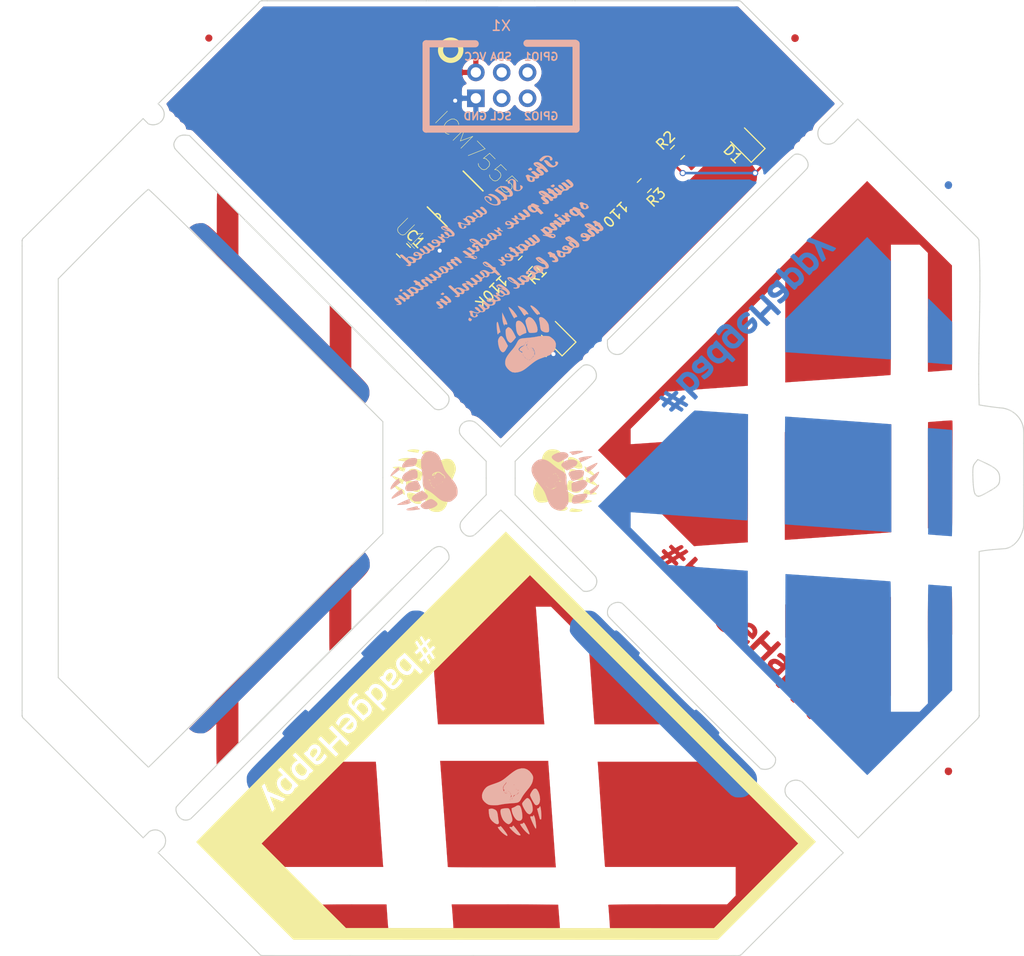
<source format=kicad_pcb>
(kicad_pcb (version 20171130) (host pcbnew "(5.1.2)-1")
  (layers (0 F.Cu signal hide) (31 B.Cu signal hide) (34 B.Paste user) (35 F.Paste user) (36 B.SilkS user hide) (37 F.SilkS user hide) (38 B.Mask user hide) (39 F.Mask user) (44 Edge.Cuts user))
  (net 0 "")
  (net 1 GND)
  (net 2 Drain)
  (net 3 VDD)
  (net 4 "Net-(D1-Pad1)")
  (net 5 "Net-(D2-Pad2)")
  (net 6 "Net-(R1-Pad1)")
  (net 7 "Net-(U1-Pad7)")
  (net 8 "Net-(U1-Pad5)")
  (net 9 "Net-(X1-Pad4)")
  (net 10 "Net-(X1-Pad3)")
  (net 11 "Net-(X1-Pad6)")
  (net 12 "Net-(X1-Pad5)")
  (module 04-H+H_sao:F.Mask_g1398 (layer F.Cu) (at 154.94 101.092)
    (fp_text reference G*** hide)
    (fp_text value LOGO hide)
  )
  (module 04-H+H_sao:F.Cu_g1396 (layer F.Cu) (at 154.94 101.092)
    (fp_text reference G*** hide)
    (fp_text value LOGO hide)
    (fp_poly (pts (xy -30.649399 -43.549376) (xy -30.534857 -43.465859) (xy -30.463067 -43.340682) (xy -30.453208 -43.18318) (xy -30.514081 -43.029208) (xy -30.625975 -42.926202) (xy -30.767847 -42.881021) (xy -30.918654 -42.900521) (xy -31.053424 -42.987576) (xy -31.140385 -43.126886) (xy -31.148611 -43.28145) (xy -31.07798 -43.435086) (xy -31.056986 -43.461273) (xy -30.929719 -43.555951) (xy -30.787438 -43.582362) (xy -30.649399 -43.549376)) (layer F.Cu) (width 0.01))
    (fp_poly (pts (xy 26.983951 -43.542751) (xy 27.030006 -43.508083) (xy 27.120974 -43.380555) (xy 27.149441 -43.227361) (xy 27.118216 -43.074767) (xy 27.030108 -42.949037) (xy 26.965436 -42.904369) (xy 26.806347 -42.848359) (xy 26.666319 -42.863004) (xy 26.6065 -42.890217) (xy 26.482899 -42.989353) (xy 26.424561 -43.12563) (xy 26.416 -43.232349) (xy 26.451354 -43.398771) (xy 26.544781 -43.521534) (xy 26.677326 -43.592127) (xy 26.830034 -43.602036) (xy 26.983951 -43.542751)) (layer F.Cu) (width 0.01))
    (fp_poly (pts (xy 20.402703 -32.788865) (xy 20.621383 -32.738594) (xy 20.747826 -32.689405) (xy 20.836737 -32.630461) (xy 20.969089 -32.522135) (xy 21.134943 -32.374419) (xy 21.324358 -32.197306) (xy 21.527395 -32.000787) (xy 21.734115 -31.794854) (xy 21.934578 -31.5895) (xy 22.118845 -31.394716) (xy 22.276976 -31.220496) (xy 22.399032 -31.076829) (xy 22.475073 -30.97371) (xy 22.495208 -30.932787) (xy 22.536676 -30.838952) (xy 22.616467 -30.710932) (xy 22.708395 -30.587809) (xy 22.897244 -30.30041) (xy 23.007736 -29.99263) (xy 23.044797 -29.650174) (xy 23.044636 -29.612166) (xy 23.01422 -29.301551) (xy 22.92537 -29.030886) (xy 22.767655 -28.770408) (xy 22.733974 -28.725939) (xy 22.689577 -28.677343) (xy 22.587835 -28.571545) (xy 22.431335 -28.411148) (xy 22.222663 -28.198751) (xy 21.964409 -27.936957) (xy 21.659159 -27.628367) (xy 21.309501 -27.275583) (xy 20.918022 -26.881206) (xy 20.487311 -26.447838) (xy 20.019954 -25.97808) (xy 19.51854 -25.474534) (xy 18.985655 -24.939801) (xy 18.423887 -24.376482) (xy 17.835825 -23.78718) (xy 17.224055 -23.174495) (xy 16.591165 -22.541029) (xy 15.939743 -21.889384) (xy 15.272376 -21.222161) (xy 14.934935 -20.884934) (xy 14.116445 -20.067193) (xy 13.355668 -19.307382) (xy 12.650541 -18.603469) (xy 11.999001 -17.953423) (xy 11.398985 -17.355212) (xy 10.848431 -16.806806) (xy 10.345274 -16.306173) (xy 9.887453 -15.851282) (xy 9.472903 -15.440102) (xy 9.099563 -15.070601) (xy 8.765369 -14.740749) (xy 8.468258 -14.448514) (xy 8.206167 -14.191864) (xy 7.977034 -13.968769) (xy 7.778794 -13.777198) (xy 7.609386 -13.615118) (xy 7.466746 -13.4805) (xy 7.348811 -13.371311) (xy 7.253519 -13.285521) (xy 7.178806 -13.221097) (xy 7.122608 -13.17601) (xy 7.082865 -13.148228) (xy 7.069667 -13.140764) (xy 6.933619 -13.079453) (xy 6.802772 -13.041625) (xy 6.646273 -13.020757) (xy 6.455834 -13.011019) (xy 6.271701 -13.009305) (xy 6.109062 -13.015202) (xy 5.994417 -13.027484) (xy 5.969 -13.033554) (xy 5.764153 -13.119614) (xy 5.564559 -13.246318) (xy 5.352439 -13.426209) (xy 5.202586 -13.574336) (xy 5.023884 -13.765) (xy 4.89652 -13.919808) (xy 4.807992 -14.058515) (xy 4.745796 -14.200879) (xy 4.697431 -14.366656) (xy 4.695044 -14.376355) (xy 4.668267 -14.463923) (xy 4.627027 -14.548872) (xy 4.561622 -14.644052) (xy 4.462351 -14.762319) (xy 4.319512 -14.916524) (xy 4.170986 -15.070666) (xy 3.975935 -15.27514) (xy 3.833607 -15.434707) (xy 3.734347 -15.561709) (xy 3.668498 -15.668485) (xy 3.626829 -15.766124) (xy 3.571103 -15.999416) (xy 3.560253 -16.222255) (xy 3.594658 -16.408669) (xy 3.616757 -16.459185) (xy 3.651564 -16.498558) (xy 3.743838 -16.595256) (xy 3.891114 -16.7468) (xy 4.090927 -16.950712) (xy 4.340812 -17.204512) (xy 4.638305 -17.50572) (xy 4.980941 -17.851858) (xy 5.366255 -18.240444) (xy 5.791782 -18.669002) (xy 6.255058 -19.13505) (xy 6.753618 -19.636109) (xy 7.284997 -20.169701) (xy 7.846731 -20.733346) (xy 8.436354 -21.324564) (xy 9.051402 -21.940876) (xy 9.68941 -22.579802) (xy 10.347914 -23.238864) (xy 11.024448 -23.915582) (xy 11.716548 -24.607476) (xy 11.776507 -24.667398) (xy 12.695622 -25.58568) (xy 13.555927 -26.444673) (xy 14.358248 -27.245193) (xy 15.103407 -27.988054) (xy 15.792229 -28.67407) (xy 16.425538 -29.304055) (xy 17.004157 -29.878825) (xy 17.528911 -30.399193) (xy 18.000624 -30.865975) (xy 18.420119 -31.279984) (xy 18.788222 -31.642035) (xy 19.105754 -31.952943) (xy 19.373541 -32.213521) (xy 19.592407 -32.424585) (xy 19.763176 -32.58695) (xy 19.886671 -32.701428) (xy 19.963716 -32.768835) (xy 19.993872 -32.789895) (xy 20.1807 -32.807676) (xy 20.402703 -32.788865)) (layer F.Cu) (width 0.01))
    (fp_poly (pts (xy -25.079508 -31.356661) (xy -25.030278 -31.349318) (xy -24.976587 -31.333936) (xy -24.916186 -31.308425) (xy -24.84683 -31.270698) (xy -24.76627 -31.218666) (xy -24.672259 -31.15024) (xy -24.562549 -31.063332) (xy -24.434895 -30.955853) (xy -24.287047 -30.825715) (xy -24.116759 -30.670829) (xy -23.921783 -30.489106) (xy -23.699873 -30.278458) (xy -23.44878 -30.036796) (xy -23.166258 -29.762032) (xy -22.850059 -29.452078) (xy -22.497936 -29.104844) (xy -22.107641 -28.718242) (xy -21.676927 -28.290183) (xy -21.203547 -27.81858) (xy -20.685254 -27.301343) (xy -20.119799 -26.736384) (xy -19.504937 -26.121614) (xy -18.838419 -25.454944) (xy -18.117998 -24.734287) (xy -17.341426 -23.957553) (xy -16.73612 -23.352267) (xy -15.912263 -22.52843) (xy -15.146363 -21.762291) (xy -14.436395 -21.051794) (xy -13.780333 -20.394884) (xy -13.176151 -19.789505) (xy -12.621824 -19.233602) (xy -12.115325 -18.72512) (xy -11.654628 -18.262004) (xy -11.237707 -17.842197) (xy -10.862538 -17.463645) (xy -10.527093 -17.124292) (xy -10.229347 -16.822083) (xy -9.967275 -16.554962) (xy -9.738849 -16.320874) (xy -9.542045 -16.117764) (xy -9.374836 -15.943576) (xy -9.235197 -15.796256) (xy -9.121102 -15.673746) (xy -9.030524 -15.573993) (xy -8.961439 -15.494941) (xy -8.911819 -15.434534) (xy -8.87964 -15.390717) (xy -8.865477 -15.367) (xy -8.763851 -15.07998) (xy -8.722801 -14.762161) (xy -8.743834 -14.443401) (xy -8.806822 -14.206598) (xy -8.905034 -14.017169) (xy -9.057852 -13.805155) (xy -9.246601 -13.590375) (xy -9.452603 -13.392649) (xy -9.657183 -13.231796) (xy -9.810542 -13.141426) (xy -10.048303 -13.05949) (xy -10.317138 -13.015313) (xy -10.583682 -13.011737) (xy -10.814571 -13.051603) (xy -10.825224 -13.054999) (xy -10.976642 -13.115346) (xy -11.138893 -13.195282) (xy -11.185058 -13.221498) (xy -11.230682 -13.260683) (xy -11.333538 -13.357317) (xy -11.491085 -13.508885) (xy -11.700786 -13.712866) (xy -11.960103 -13.966745) (xy -12.266496 -14.268004) (xy -12.617427 -14.614124) (xy -13.010358 -15.002588) (xy -13.44275 -15.430879) (xy -13.912065 -15.896479) (xy -14.415765 -16.396871) (xy -14.95131 -16.929536) (xy -15.516162 -17.491957) (xy -16.107784 -18.081617) (xy -16.723636 -18.695998) (xy -17.36118 -19.332582) (xy -18.017878 -19.988851) (xy -18.69119 -20.662289) (xy -19.097222 -21.068664) (xy -19.925591 -21.898071) (xy -20.69595 -22.669687) (xy -21.410252 -23.385494) (xy -22.070449 -24.047476) (xy -22.678494 -24.657615) (xy -23.236341 -25.217893) (xy -23.74594 -25.730294) (xy -24.209247 -26.196799) (xy -24.628213 -26.619391) (xy -25.00479 -27.000054) (xy -25.340933 -27.340769) (xy -25.638593 -27.64352) (xy -25.899724 -27.910288) (xy -26.126278 -28.143057) (xy -26.320209 -28.343809) (xy -26.483468 -28.514527) (xy -26.618008 -28.657193) (xy -26.725784 -28.77379) (xy -26.808746 -28.866301) (xy -26.868848 -28.936707) (xy -26.908044 -28.986993) (xy -26.928285 -29.01914) (xy -26.928457 -29.0195) (xy -27.01362 -29.279948) (xy -27.048827 -29.577535) (xy -27.033059 -29.880309) (xy -26.9653 -30.156318) (xy -26.964703 -30.157912) (xy -26.855161 -30.369746) (xy -26.687384 -30.597008) (xy -26.480202 -30.820052) (xy -26.252441 -31.019233) (xy -26.022927 -31.174906) (xy -25.955987 -31.210462) (xy -25.79813 -31.282784) (xy -25.667723 -31.324051) (xy -25.527671 -31.342384) (xy -25.340881 -31.345902) (xy -25.33739 -31.345883) (xy -25.276758 -31.347409) (xy -25.222901 -31.351338) (xy -25.173572 -31.355582) (xy -25.126523 -31.358053) (xy -25.079508 -31.356661)) (layer F.Cu) (width 0.01))
    (fp_poly (pts (xy -29.910483 -27.982371) (xy -29.846163 -27.934251) (xy -29.752561 -27.85238) (xy -29.623798 -27.731583) (xy -29.453993 -27.566684) (xy -29.237269 -27.352509) (xy -28.967744 -27.083882) (xy -28.928792 -27.044962) (xy -27.897666 -26.014481) (xy -27.897666 -21.90735) (xy -23.410333 -17.420166) (xy -18.923 -12.932983) (xy -18.923 -17.038531) (xy -17.864666 -15.980833) (xy -16.806333 -14.923135) (xy -16.806333 -10.822691) (xy -16.049825 -10.056275) (xy -15.776455 -9.776688) (xy -15.558195 -9.545433) (xy -15.388631 -9.352672) (xy -15.261349 -9.188571) (xy -15.169936 -9.043292) (xy -15.107978 -8.907001) (xy -15.069061 -8.769862) (xy -15.046773 -8.622037) (xy -15.037432 -8.503639) (xy -15.034945 -8.257127) (xy -15.063356 -8.056953) (xy -15.089083 -7.966946) (xy -15.143752 -7.834023) (xy -15.21863 -7.691143) (xy -15.300635 -7.559023) (xy -15.376681 -7.458382) (xy -15.433687 -7.409937) (xy -15.441861 -7.408333) (xy -15.479844 -7.437012) (xy -15.568261 -7.517283) (xy -15.698053 -7.640495) (xy -15.86016 -7.797999) (xy -16.045525 -7.981145) (xy -16.127493 -8.062991) (xy -16.318906 -8.252848) (xy -16.490127 -8.419144) (xy -16.632311 -8.553579) (xy -16.736615 -8.647852) (xy -16.794193 -8.693662) (xy -16.802394 -8.696383) (xy -16.836339 -8.719564) (xy -16.921149 -8.795181) (xy -17.048611 -8.915021) (xy -17.210509 -9.070875) (xy -17.398629 -9.254531) (xy -17.604755 -9.457779) (xy -17.820673 -9.672408) (xy -18.038169 -9.890208) (xy -18.249026 -10.102968) (xy -18.445031 -10.302476) (xy -18.617968 -10.480523) (xy -18.759623 -10.628897) (xy -18.86178 -10.739388) (xy -18.916226 -10.803785) (xy -18.923 -10.815924) (xy -18.952415 -10.851987) (xy -19.037984 -10.943608) (xy -19.175688 -11.08678) (xy -19.361512 -11.277495) (xy -19.591439 -11.511745) (xy -19.861453 -11.785523) (xy -20.167535 -12.094822) (xy -20.50567 -12.435634) (xy -20.871842 -12.803952) (xy -21.262032 -13.195768) (xy -21.672225 -13.607074) (xy -22.098404 -14.033864) (xy -22.536552 -14.47213) (xy -22.982653 -14.917863) (xy -23.432689 -15.367057) (xy -23.882644 -15.815705) (xy -24.328502 -16.259798) (xy -24.766245 -16.69533) (xy -25.191857 -17.118292) (xy -25.601321 -17.524678) (xy -25.99062 -17.910479) (xy -26.355738 -18.271689) (xy -26.692659 -18.604299) (xy -26.997364 -18.904303) (xy -27.265838 -19.167693) (xy -27.494064 -19.390461) (xy -27.678025 -19.5686) (xy -27.813705 -19.698102) (xy -27.897086 -19.77496) (xy -27.923644 -19.795894) (xy -27.972102 -19.827863) (xy -28.070192 -19.911981) (xy -28.209387 -20.039724) (xy -28.381158 -20.202566) (xy -28.576977 -20.391982) (xy -28.788316 -20.599448) (xy -29.006645 -20.816438) (xy -29.223438 -21.034428) (xy -29.430165 -21.244893) (xy -29.618299 -21.439307) (xy -29.77931 -21.609146) (xy -29.904671 -21.745885) (xy -29.985854 -21.840999) (xy -30.014333 -21.885758) (xy -30.043414 -21.928024) (xy -30.126628 -22.023521) (xy -30.257937 -22.165921) (xy -30.4313 -22.348894) (xy -30.640678 -22.56611) (xy -30.880029 -22.811242) (xy -31.143315 -23.077959) (xy -31.352475 -23.287977) (xy -32.690618 -24.626609) (xy -32.546061 -24.736868) (xy -32.280902 -24.903964) (xy -32.005167 -25.001185) (xy -31.692123 -25.037463) (xy -31.644166 -25.038185) (xy -31.420802 -25.026847) (xy -31.221587 -24.98532) (xy -31.030915 -24.905723) (xy -30.833181 -24.780176) (xy -30.612779 -24.6008) (xy -30.413111 -24.416556) (xy -30.014333 -24.035322) (xy -30.013755 -25.955911) (xy -30.013062 -26.354387) (xy -30.011308 -26.72926) (xy -30.008615 -27.071525) (xy -30.005103 -27.372176) (xy -30.000896 -27.622209) (xy -29.996112 -27.812619) (xy -29.990875 -27.934399) (xy -29.986547 -27.975972) (xy -29.974795 -27.998056) (xy -29.9514 -28.001914) (xy -29.910483 -27.982371)) (layer F.Cu) (width 0.01))
    (fp_poly (pts (xy 42.141746 -5.667123) (xy 42.204172 -5.659542) (xy 42.233749 -5.645784) (xy 42.238196 -5.638893) (xy 42.241536 -5.58829) (xy 42.244259 -5.45973) (xy 42.246392 -5.259493) (xy 42.247963 -4.993855) (xy 42.248999 -4.669096) (xy 42.249528 -4.291492) (xy 42.249578 -3.867323) (xy 42.249176 -3.402865) (xy 42.248349 -2.904398) (xy 42.247126 -2.378199) (xy 42.245534 -1.830546) (xy 42.2436 -1.267718) (xy 42.241351 -0.695992) (xy 42.238816 -0.121646) (xy 42.236023 0.449041) (xy 42.232997 1.009792) (xy 42.229768 1.554328) (xy 42.226363 2.076372) (xy 42.222809 2.569645) (xy 42.219134 3.027869) (xy 42.215365 3.444767) (xy 42.21153 3.81406) (xy 42.207657 4.129469) (xy 42.203772 4.384718) (xy 42.199905 4.573529) (xy 42.196081 4.689622) (xy 42.192688 4.726757) (xy 42.145217 4.736991) (xy 42.026955 4.751897) (xy 41.851581 4.770336) (xy 41.63277 4.791164) (xy 41.384199 4.813243) (xy 41.119546 4.83543) (xy 40.852486 4.856585) (xy 40.596697 4.875566) (xy 40.365856 4.891233) (xy 40.173639 4.902445) (xy 40.033723 4.90806) (xy 40.015584 4.908383) (xy 39.835667 4.910667) (xy 39.835667 -0.296333) (xy 39.835751 -0.952896) (xy 39.835997 -1.585591) (xy 39.836395 -2.189304) (xy 39.836933 -2.758917) (xy 39.837602 -3.289317) (xy 39.838391 -3.775386) (xy 39.83929 -4.21201) (xy 39.840288 -4.594072) (xy 39.841375 -4.916457) (xy 39.842541 -5.174049) (xy 39.843775 -5.361733) (xy 39.845067 -5.474393) (xy 39.84625 -5.507415) (xy 39.8895 -5.511634) (xy 40.006348 -5.521512) (xy 40.185978 -5.536177) (xy 40.417575 -5.554755) (xy 40.690321 -5.576372) (xy 40.993401 -5.600156) (xy 41.036641 -5.603531) (xy 41.391984 -5.630624) (xy 41.671589 -5.650277) (xy 41.884032 -5.662742) (xy 42.037892 -5.668274) (xy 42.141746 -5.667123)) (layer F.Cu) (width 0.01))
    (fp_poly (pts (xy 36.219145 -5.250177) (xy 36.221437 -5.129087) (xy 36.223463 -4.933459) (xy 36.225213 -4.668359) (xy 36.226677 -4.338851) (xy 36.227846 -3.95) (xy 36.228708 -3.50687) (xy 36.229256 -3.014527) (xy 36.229478 -2.478034) (xy 36.229365 -1.902457) (xy 36.228907 -1.29286) (xy 36.228095 -0.654307) (xy 36.226917 0.008136) (xy 36.226914 0.009637) (xy 36.216167 5.310941) (xy 31.136167 5.679867) (xy 30.485679 5.727046) (xy 29.85711 5.772514) (xy 29.255801 5.815892) (xy 28.687092 5.856799) (xy 28.156324 5.894855) (xy 27.66884 5.92968) (xy 27.229979 5.960894) (xy 26.845082 5.988117) (xy 26.519491 6.010968) (xy 26.258546 6.029068) (xy 26.067589 6.042036) (xy 25.95196 6.049492) (xy 25.918584 6.05123) (xy 25.781 6.053667) (xy 25.781 -4.523574) (xy 26.00325 -4.547802) (xy 26.089513 -4.555632) (xy 26.250974 -4.568722) (xy 26.478373 -4.586376) (xy 26.76245 -4.607901) (xy 27.093945 -4.6326) (xy 27.4636 -4.659779) (xy 27.862155 -4.688743) (xy 28.28035 -4.718796) (xy 28.299834 -4.720188) (xy 28.726263 -4.750709) (xy 29.222033 -4.7863) (xy 29.772044 -4.825873) (xy 30.361194 -4.868337) (xy 30.974382 -4.912602) (xy 31.596508 -4.957578) (xy 32.21247 -5.002175) (xy 32.807167 -5.045303) (xy 33.284849 -5.080007) (xy 33.772843 -5.115471) (xy 34.23578 -5.149072) (xy 34.666785 -5.180315) (xy 35.058986 -5.208701) (xy 35.405508 -5.233736) (xy 35.699478 -5.254922) (xy 35.934021 -5.271765) (xy 36.102263 -5.283766) (xy 36.197332 -5.290431) (xy 36.216597 -5.291666) (xy 36.219145 -5.250177)) (layer F.Cu) (width 0.01))
    (fp_poly (pts (xy 38.029537 -25.039832) (xy 42.193059 -20.8915) (xy 42.199696 -15.758583) (xy 42.200453 -15.106866) (xy 42.201016 -14.479106) (xy 42.201387 -13.880448) (xy 42.201571 -13.316042) (xy 42.201572 -12.791034) (xy 42.201394 -12.310573) (xy 42.201041 -11.879805) (xy 42.200517 -11.503879) (xy 42.199825 -11.187943) (xy 42.198971 -10.937143) (xy 42.197956 -10.756627) (xy 42.196787 -10.651544) (xy 42.19575 -10.625246) (xy 42.152456 -10.621992) (xy 42.036069 -10.613052) (xy 41.857909 -10.5993) (xy 41.629295 -10.58161) (xy 41.361547 -10.560858) (xy 41.105667 -10.541) (xy 40.807401 -10.518105) (xy 40.533194 -10.49756) (xy 40.295569 -10.480263) (xy 40.107049 -10.467112) (xy 39.980157 -10.459006) (xy 39.930917 -10.456754) (xy 39.835667 -10.456333) (xy 39.835667 -22.120755) (xy 39.422159 -22.532711) (xy 39.008652 -22.944666) (xy 36.195 -22.944666) (xy 36.195 -16.554832) (xy 36.194739 -15.683702) (xy 36.193965 -14.866192) (xy 36.192696 -14.104852) (xy 36.190945 -13.402234) (xy 36.18873 -12.76089) (xy 36.186067 -12.183372) (xy 36.18297 -11.672231) (xy 36.179456 -11.230018) (xy 36.17554 -10.859286) (xy 36.171239 -10.562586) (xy 36.166568 -10.342469) (xy 36.161543 -10.201488) (xy 36.15618 -10.142194) (xy 36.155249 -10.140429) (xy 36.10866 -10.134422) (xy 35.982889 -10.123126) (xy 35.783229 -10.106925) (xy 35.514976 -10.086203) (xy 35.183422 -10.061343) (xy 34.793861 -10.032731) (xy 34.351589 -10.00075) (xy 33.861898 -9.965785) (xy 33.330084 -9.928219) (xy 32.761439 -9.888436) (xy 32.161258 -9.84682) (xy 31.534835 -9.803757) (xy 31.191666 -9.780318) (xy 30.549269 -9.736497) (xy 29.92754 -9.694) (xy 29.332035 -9.653211) (xy 28.76831 -9.614515) (xy 28.241924 -9.578296) (xy 27.758433 -9.544939) (xy 27.323393 -9.514827) (xy 26.942361 -9.488345) (xy 26.620895 -9.465877) (xy 26.364552 -9.447807) (xy 26.178888 -9.434521) (xy 26.06946 -9.426401) (xy 26.045584 -9.424446) (xy 25.823334 -9.404117) (xy 25.823334 -20.044468) (xy 22.140334 -16.362198) (xy 22.140334 -9.080368) (xy 18.218052 -8.798638) (xy 14.295771 -8.516908) (xy 12.460719 -6.68222) (xy 10.625667 -4.847531) (xy 10.625667 -3.344333) (xy 10.76325 -3.344339) (xy 10.821662 -3.347338) (xy 10.959441 -3.356094) (xy 11.17151 -3.37025) (xy 11.452791 -3.38945) (xy 11.798207 -3.413337) (xy 12.202679 -3.441555) (xy 12.661129 -3.473745) (xy 13.16848 -3.509551) (xy 13.719654 -3.548617) (xy 14.309573 -3.590586) (xy 14.933159 -3.6351) (xy 15.585334 -3.681803) (xy 16.26102 -3.730338) (xy 16.48566 -3.746506) (xy 17.165787 -3.795463) (xy 17.822693 -3.842712) (xy 18.451424 -3.887898) (xy 19.047022 -3.930667) (xy 19.604531 -3.970664) (xy 20.118995 -4.007535) (xy 20.585458 -4.040924) (xy 20.998963 -4.070477) (xy 21.354554 -4.09584) (xy 21.647274 -4.116657) (xy 21.872168 -4.132574) (xy 22.024278 -4.143236) (xy 22.098649 -4.148289) (xy 22.10541 -4.148666) (xy 22.109805 -4.107183) (xy 22.114039 -3.986133) (xy 22.11808 -3.790617) (xy 22.121892 -3.525734) (xy 22.125443 -3.196584) (xy 22.128698 -2.808267) (xy 22.131623 -2.365883) (xy 22.134183 -1.874533) (xy 22.136345 -1.339316) (xy 22.138075 -0.765331) (xy 22.139339 -0.15768) (xy 22.140103 0.478538) (xy 22.140334 1.0795) (xy 22.140334 6.307667) (xy 22.030123 6.307667) (xy 21.970606 6.310614) (xy 21.835916 6.31902) (xy 21.635325 6.33223) (xy 21.378104 6.349588) (xy 21.073528 6.37044) (xy 20.730867 6.394131) (xy 20.359394 6.420007) (xy 19.968381 6.447412) (xy 19.567101 6.475692) (xy 19.164826 6.504191) (xy 18.770827 6.532256) (xy 18.394379 6.559231) (xy 18.044751 6.584462) (xy 17.731218 6.607293) (xy 17.463051 6.627071) (xy 17.249523 6.643139) (xy 17.099905 6.654843) (xy 17.033358 6.660539) (xy 16.858215 6.67719) (xy 12.143897 1.962731) (xy 7.42958 -2.751729) (xy 20.647797 -15.969946) (xy 33.866014 -29.188164) (xy 38.029537 -25.039832)) (layer F.Cu) (width 0.01))
    (fp_poly (pts (xy 14.675737 6.546889) (xy 14.762277 6.618286) (xy 14.844363 6.695075) (xy 15.02343 6.870816) (xy 15.282916 6.716242) (xy 15.456321 6.620238) (xy 15.579491 6.573555) (xy 15.669017 6.573524) (xy 15.741489 6.617477) (xy 15.762606 6.639084) (xy 15.821518 6.729955) (xy 15.815016 6.811716) (xy 15.737719 6.895849) (xy 15.600728 6.984488) (xy 15.454122 7.071337) (xy 15.373235 7.131575) (xy 15.348874 7.178045) (xy 15.371845 7.223589) (xy 15.405706 7.256884) (xy 15.450127 7.29007) (xy 15.497568 7.296791) (xy 15.567257 7.27169) (xy 15.678419 7.209412) (xy 15.765287 7.156708) (xy 15.902602 7.075189) (xy 16.012485 7.014623) (xy 16.074893 6.985947) (xy 16.080033 6.985) (xy 16.136544 7.015958) (xy 16.209963 7.088258) (xy 16.272978 7.17104) (xy 16.298334 7.231671) (xy 16.264962 7.278311) (xy 16.177477 7.35182) (xy 16.054917 7.436219) (xy 15.929892 7.515787) (xy 15.835901 7.576644) (xy 15.793251 7.60564) (xy 15.793227 7.605661) (xy 15.808741 7.642076) (xy 15.868935 7.716539) (xy 15.909644 7.760233) (xy 15.990691 7.852672) (xy 16.038696 7.924466) (xy 16.044334 7.94272) (xy 16.014416 8.001567) (xy 15.944835 8.078718) (xy 15.86585 8.144734) (xy 15.810374 8.170334) (xy 15.761818 8.142788) (xy 15.675388 8.071505) (xy 15.595702 7.996945) (xy 15.419032 7.823557) (xy 15.245175 7.922862) (xy 15.142957 7.985791) (xy 15.080281 8.033125) (xy 15.070993 8.045997) (xy 15.09854 8.087408) (xy 15.167874 8.162281) (xy 15.197667 8.1915) (xy 15.296892 8.312058) (xy 15.317892 8.41456) (xy 15.26221 8.509336) (xy 15.24725 8.523606) (xy 15.142677 8.584393) (xy 15.032565 8.573855) (xy 14.905557 8.489312) (xy 14.841326 8.427911) (xy 14.67947 8.262154) (xy 14.408656 8.427911) (xy 14.273732 8.507878) (xy 14.16638 8.566678) (xy 14.107103 8.593169) (xy 14.103634 8.593667) (xy 14.05348 8.565693) (xy 13.9797 8.498147) (xy 13.977379 8.495688) (xy 13.912422 8.408493) (xy 13.885792 8.336938) (xy 13.920334 8.286785) (xy 14.010565 8.213137) (xy 14.137144 8.131725) (xy 14.140439 8.129823) (xy 14.272799 8.052208) (xy 14.342518 8.002209) (xy 14.360331 7.965202) (xy 14.336974 7.926565) (xy 14.310005 7.898857) (xy 14.2542 7.848396) (xy 14.206291 7.837857) (xy 14.135612 7.868578) (xy 14.065942 7.909507) (xy 13.885237 8.015762) (xy 13.760434 8.081424) (xy 13.67546 8.110486) (xy 13.614239 8.106938) (xy 13.560697 8.074774) (xy 13.525826 8.04364) (xy 13.453559 7.96147) (xy 13.419968 7.895137) (xy 13.419667 7.890853) (xy 13.453458 7.844126) (xy 13.542355 7.771165) (xy 13.667644 7.687194) (xy 13.677024 7.681461) (xy 13.831749 7.58747) (xy 14.63219 7.58747) (xy 14.640557 7.628103) (xy 14.67221 7.666433) (xy 14.72265 7.72043) (xy 14.763093 7.739316) (xy 14.820192 7.721658) (xy 14.920602 7.666025) (xy 14.945537 7.65175) (xy 15.057686 7.58355) (xy 15.102896 7.535792) (xy 15.089253 7.489676) (xy 15.037536 7.437828) (xy 14.986121 7.400841) (xy 14.932116 7.399531) (xy 14.848727 7.438056) (xy 14.780685 7.4777) (xy 14.675188 7.543793) (xy 14.63219 7.58747) (xy 13.831749 7.58747) (xy 13.934381 7.525125) (xy 13.799826 7.3863) (xy 13.706897 7.258123) (xy 13.696174 7.145787) (xy 13.768092 7.043173) (xy 13.827455 6.998591) (xy 13.888138 6.963909) (xy 13.938246 6.961671) (xy 13.999773 7.000502) (xy 14.094714 7.089026) (xy 14.119164 7.112979) (xy 14.305841 7.296188) (xy 14.458926 7.214677) (xy 14.560868 7.155069) (xy 14.626449 7.106876) (xy 14.634431 7.097759) (xy 14.621289 7.049025) (xy 14.562074 6.967054) (xy 14.525093 6.92641) (xy 14.445051 6.834817) (xy 14.398301 6.763892) (xy 14.393334 6.746947) (xy 14.423251 6.6881) (xy 14.492832 6.610949) (xy 14.571817 6.544933) (xy 14.627293 6.519334) (xy 14.675737 6.546889)) (layer F.Cu) (width 0.01))
    (fp_poly (pts (xy 17.020628 7.736056) (xy 17.103618 7.81168) (xy 17.18047 7.903724) (xy 17.225882 7.984371) (xy 17.229667 8.004642) (xy 17.201153 8.061631) (xy 17.125276 8.158496) (xy 17.01653 8.277302) (xy 16.977261 8.316922) (xy 16.724856 8.566694) (xy 16.944512 8.67645) (xy 17.162419 8.824287) (xy 17.307451 9.008488) (xy 17.378772 9.220936) (xy 17.375548 9.453513) (xy 17.296944 9.698104) (xy 17.142126 9.946591) (xy 17.082519 10.018604) (xy 16.857716 10.226005) (xy 16.609095 10.369957) (xy 16.349942 10.446775) (xy 16.093545 10.452775) (xy 15.853187 10.384272) (xy 15.82134 10.368403) (xy 15.698795 10.28062) (xy 15.576905 10.158075) (xy 15.536136 10.105691) (xy 15.43045 9.969789) (xy 15.30028 9.821116) (xy 15.229963 9.747944) (xy 15.096195 9.615095) (xy 15.769115 9.615095) (xy 15.78895 9.697936) (xy 15.860897 9.786407) (xy 15.941998 9.86106) (xy 16.099038 9.963201) (xy 16.254428 9.984732) (xy 16.420034 9.929907) (xy 16.539186 9.846223) (xy 16.666973 9.723188) (xy 16.780724 9.586405) (xy 16.857767 9.461476) (xy 16.874132 9.417112) (xy 16.878327 9.292991) (xy 16.855733 9.206103) (xy 16.7892 9.126644) (xy 16.674912 9.041194) (xy 16.545581 8.970091) (xy 16.433919 8.933672) (xy 16.415377 8.932334) (xy 16.363915 8.960827) (xy 16.269064 9.037747) (xy 16.145871 9.15025) (xy 16.049389 9.244744) (xy 15.896623 9.404059) (xy 15.804102 9.522322) (xy 15.769115 9.615095) (xy 15.096195 9.615095) (xy 15.0495 9.568721) (xy 15.980473 8.636694) (xy 16.211629 8.406684) (xy 16.424756 8.197305) (xy 16.612264 8.015803) (xy 16.766559 7.869425) (xy 16.880052 7.765418) (xy 16.945151 7.711029) (xy 16.956802 7.704667) (xy 17.020628 7.736056)) (layer F.Cu) (width 0.01))
    (fp_poly (pts (xy 17.955404 9.722854) (xy 18.064637 9.796328) (xy 18.197669 9.900422) (xy 18.336622 10.020357) (xy 18.463615 10.141352) (xy 18.560771 10.24863) (xy 18.56621 10.255523) (xy 18.697382 10.479865) (xy 18.751784 10.711817) (xy 18.734315 10.908675) (xy 18.699258 10.966524) (xy 18.617136 11.070097) (xy 18.499183 11.207409) (xy 18.356635 11.366478) (xy 18.200728 11.535319) (xy 18.042696 11.70195) (xy 17.893776 11.854388) (xy 17.765201 11.980648) (xy 17.668208 12.068747) (xy 17.614033 12.106703) (xy 17.610479 12.107334) (xy 17.568338 12.079575) (xy 17.491141 12.009352) (xy 17.449638 11.967735) (xy 17.367842 11.870797) (xy 17.31963 11.789417) (xy 17.314175 11.766651) (xy 17.278097 11.715955) (xy 17.186525 11.65617) (xy 17.124035 11.627039) (xy 16.915703 11.502965) (xy 16.764045 11.334423) (xy 16.673369 11.136722) (xy 16.655125 10.984682) (xy 17.145 10.984682) (xy 17.184141 11.09556) (xy 17.291745 11.207596) (xy 17.453082 11.306207) (xy 17.483969 11.320231) (xy 17.591977 11.366149) (xy 17.655438 11.377305) (xy 17.709183 11.348399) (xy 17.788042 11.274129) (xy 17.788267 11.273913) (xy 17.864492 11.193353) (xy 17.904998 11.135859) (xy 17.907 11.128076) (xy 17.874085 11.085228) (xy 17.789802 11.014585) (xy 17.675845 10.93114) (xy 17.553908 10.849881) (xy 17.445686 10.785799) (xy 17.372873 10.753883) (xy 17.363692 10.752667) (xy 17.265362 10.788808) (xy 17.182207 10.875401) (xy 17.145094 10.979695) (xy 17.145 10.984682) (xy 16.655125 10.984682) (xy 16.647984 10.925174) (xy 16.692197 10.715088) (xy 16.810317 10.521775) (xy 16.812348 10.519451) (xy 16.991268 10.371703) (xy 17.196234 10.302014) (xy 17.422113 10.309725) (xy 17.66377 10.394179) (xy 17.916069 10.554719) (xy 18.062092 10.679476) (xy 18.169787 10.758177) (xy 18.247512 10.770909) (xy 18.28569 10.717306) (xy 18.288 10.688141) (xy 18.254644 10.603125) (xy 18.165973 10.491303) (xy 18.039085 10.369744) (xy 17.891079 10.255516) (xy 17.793104 10.194104) (xy 17.674265 10.119249) (xy 17.592795 10.05304) (xy 17.568334 10.016097) (xy 17.59758 9.957219) (xy 17.669056 9.871205) (xy 17.758366 9.782588) (xy 17.841115 9.7159) (xy 17.887849 9.694778) (xy 17.955404 9.722854)) (layer F.Cu) (width 0.01))
    (fp_poly (pts (xy 19.533511 11.332195) (xy 19.684234 11.387276) (xy 19.808953 11.470574) (xy 19.927469 11.581811) (xy 20.019414 11.698236) (xy 20.064419 11.797103) (xy 20.066 11.813671) (xy 20.093043 11.813418) (xy 20.165119 11.762276) (xy 20.268648 11.670453) (xy 20.310644 11.629758) (xy 20.43254 11.516631) (xy 20.538418 11.431758) (xy 20.609583 11.38976) (xy 20.620224 11.387667) (xy 20.688328 11.417003) (xy 20.777503 11.48755) (xy 20.860181 11.573118) (xy 20.908796 11.647514) (xy 20.912667 11.665511) (xy 20.883998 11.703003) (xy 20.80389 11.790996) (xy 20.681191 11.920567) (xy 20.524748 12.082792) (xy 20.343409 12.26875) (xy 20.146022 12.469516) (xy 19.941434 12.676169) (xy 19.738494 12.879785) (xy 19.546048 13.071441) (xy 19.372945 13.242214) (xy 19.228032 13.383182) (xy 19.120157 13.485421) (xy 19.058168 13.540009) (xy 19.047368 13.546667) (xy 19.006745 13.518959) (xy 18.930531 13.44885) (xy 18.888971 13.407068) (xy 18.806917 13.307546) (xy 18.758869 13.220525) (xy 18.753667 13.195401) (xy 18.718977 13.134401) (xy 18.675352 13.123334) (xy 18.571719 13.091954) (xy 18.444574 13.011233) (xy 18.318807 12.9013) (xy 18.219305 12.782281) (xy 18.189325 12.730272) (xy 18.125201 12.503239) (xy 18.128352 12.419836) (xy 18.610271 12.419836) (xy 18.628661 12.490903) (xy 18.651832 12.538399) (xy 18.723604 12.622311) (xy 18.840801 12.712426) (xy 18.970452 12.787166) (xy 19.079586 12.824955) (xy 19.091397 12.82607) (xy 19.127764 12.798443) (xy 19.210667 12.722893) (xy 19.327035 12.611623) (xy 19.43809 12.502452) (xy 19.580979 12.359221) (xy 19.67218 12.261229) (xy 19.720285 12.194263) (xy 19.733883 12.144106) (xy 19.721565 12.096545) (xy 19.704455 12.06169) (xy 19.588806 11.908201) (xy 19.437144 11.804838) (xy 19.280415 11.768667) (xy 19.132638 11.804336) (xy 18.971554 11.900067) (xy 18.819119 12.038946) (xy 18.697284 12.204061) (xy 18.683999 12.228156) (xy 18.627543 12.343572) (xy 18.610271 12.419836) (xy 18.128352 12.419836) (xy 18.13414 12.266684) (xy 18.207248 12.032335) (xy 18.335631 11.81192) (xy 18.510396 11.617168) (xy 18.722649 11.459806) (xy 18.963495 11.351562) (xy 19.224043 11.304165) (xy 19.271665 11.303) (xy 19.533511 11.332195)) (layer F.Cu) (width 0.01))
    (fp_poly (pts (xy 20.995335 12.782515) (xy 21.228264 12.897329) (xy 21.417001 13.078184) (xy 21.465671 13.148822) (xy 21.56545 13.285099) (xy 21.683031 13.413253) (xy 21.70513 13.433508) (xy 21.791028 13.524342) (xy 21.8398 13.6058) (xy 21.844 13.62691) (xy 21.81426 13.681404) (xy 21.732066 13.782149) (xy 21.607959 13.918826) (xy 21.452476 14.081116) (xy 21.276158 14.258698) (xy 21.089545 14.441253) (xy 20.903176 14.618462) (xy 20.72759 14.780004) (xy 20.573327 14.915561) (xy 20.450926 15.014812) (xy 20.374603 15.065651) (xy 20.130916 15.142848) (xy 19.878044 15.139658) (xy 19.652725 15.06595) (xy 19.492184 14.959139) (xy 19.322437 14.80262) (xy 19.169606 14.623631) (xy 19.05981 14.449409) (xy 19.058121 14.445929) (xy 19.021322 14.360339) (xy 19.021009 14.29995) (xy 19.065495 14.233857) (xy 19.134978 14.160179) (xy 19.224778 14.073916) (xy 19.292155 14.020644) (xy 19.311004 14.012334) (xy 19.349114 14.045272) (xy 19.415854 14.131097) (xy 19.486847 14.236059) (xy 19.655125 14.463948) (xy 19.816608 14.61217) (xy 19.969334 14.6796) (xy 20.111343 14.665118) (xy 20.174326 14.629329) (xy 20.224885 14.58577) (xy 20.21307 14.556735) (xy 20.130129 14.521041) (xy 20.1295 14.520803) (xy 19.94822 14.413451) (xy 19.789029 14.249295) (xy 19.669413 14.052893) (xy 19.615818 13.878037) (xy 20.11282 13.878037) (xy 20.163345 13.975225) (xy 20.233221 14.041465) (xy 20.338955 14.117416) (xy 20.450187 14.183752) (xy 20.53656 14.221145) (xy 20.553893 14.223842) (xy 20.600098 14.195535) (xy 20.690561 14.118977) (xy 20.810832 14.006924) (xy 20.907446 13.911757) (xy 21.056612 13.757218) (xy 21.146448 13.644506) (xy 21.179338 13.557484) (xy 21.157662 13.480011) (xy 21.083805 13.39595) (xy 20.99504 13.3184) (xy 20.848103 13.224727) (xy 20.705864 13.202612) (xy 20.557009 13.25404) (xy 20.390226 13.380999) (xy 20.334725 13.434391) (xy 20.186807 13.60502) (xy 20.113732 13.750081) (xy 20.11282 13.878037) (xy 19.615818 13.878037) (xy 19.606857 13.848804) (xy 19.601677 13.7795) (xy 19.63607 13.595896) (xy 19.7307 13.392811) (xy 19.870698 13.189852) (xy 20.041198 13.006627) (xy 20.227332 12.862745) (xy 20.342364 12.802605) (xy 20.467816 12.768467) (xy 20.632135 12.746622) (xy 20.733686 12.742334) (xy 20.995335 12.782515)) (layer F.Cu) (width 0.01))
    (fp_poly (pts (xy 22.47084 14.254044) (xy 22.569416 14.299639) (xy 22.791921 14.455497) (xy 22.954534 14.653614) (xy 23.051231 14.880124) (xy 23.075985 15.121161) (xy 23.026874 15.352302) (xy 22.967476 15.467089) (xy 22.878845 15.593369) (xy 22.778888 15.710285) (xy 22.685511 15.796981) (xy 22.616621 15.832599) (xy 22.614472 15.832667) (xy 22.560575 15.804039) (xy 22.460423 15.725358) (xy 22.326622 15.607433) (xy 22.17178 15.461069) (xy 22.110041 15.400238) (xy 21.940393 15.23216) (xy 21.81986 15.117045) (xy 21.738075 15.047603) (xy 21.684668 15.016545) (xy 21.649273 15.016584) (xy 21.621521 15.040429) (xy 21.613247 15.050988) (xy 21.570262 15.149267) (xy 21.549347 15.277969) (xy 21.549013 15.291444) (xy 21.587244 15.456026) (xy 21.695055 15.617212) (xy 21.857967 15.761466) (xy 22.061503 15.875253) (xy 22.235584 15.9333) (xy 22.328757 15.982424) (xy 22.345809 16.063071) (xy 22.286781 16.169782) (xy 22.233267 16.226913) (xy 22.125058 16.309629) (xy 22.018187 16.334436) (xy 21.888715 16.302196) (xy 21.767206 16.243685) (xy 21.488847 16.057547) (xy 21.279074 15.836417) (xy 21.142557 15.587034) (xy 21.083968 15.316136) (xy 21.082 15.255052) (xy 21.119753 14.971587) (xy 21.234553 14.720569) (xy 21.27573 14.673099) (xy 22.01579 14.673099) (xy 22.03641 14.706983) (xy 22.101488 14.78396) (xy 22.195365 14.887502) (xy 22.302385 15.001084) (xy 22.406887 15.108178) (xy 22.493215 15.192257) (xy 22.545709 15.236796) (xy 22.552908 15.24) (xy 22.575415 15.205499) (xy 22.606905 15.131788) (xy 22.615628 15.001112) (xy 22.561145 14.865513) (xy 22.46137 14.74431) (xy 22.334218 14.656825) (xy 22.197603 14.622379) (xy 22.14042 14.628683) (xy 22.053633 14.654649) (xy 22.01579 14.673099) (xy 21.27573 14.673099) (xy 21.427924 14.497647) (xy 21.684064 14.309865) (xy 21.943194 14.206682) (xy 22.205418 14.188081) (xy 22.47084 14.254044)) (layer F.Cu) (width 0.01))
    (fp_poly (pts (xy 42.16593 11.193079) (xy 42.176443 11.246997) (xy 42.185102 11.343992) (xy 42.192053 11.489834) (xy 42.197443 11.690293) (xy 42.201418 11.95114) (xy 42.204124 12.278144) (xy 42.205708 12.677076) (xy 42.206316 13.153705) (xy 42.206334 13.262701) (xy 42.206334 15.349401) (xy 41.062498 16.490617) (xy 40.805593 16.746241) (xy 40.566678 16.982634) (xy 40.352539 17.193183) (xy 40.16996 17.371275) (xy 40.025726 17.510296) (xy 39.926621 17.603635) (xy 39.879432 17.644677) (xy 39.877164 17.645945) (xy 39.868576 17.606952) (xy 39.860934 17.484848) (xy 39.85426 17.281185) (xy 39.848573 16.997515) (xy 39.843894 16.635388) (xy 39.840245 16.196355) (xy 39.837644 15.681968) (xy 39.836113 15.093778) (xy 39.835667 14.502695) (xy 39.835935 13.887687) (xy 39.836792 13.352589) (xy 39.838318 12.892644) (xy 39.840592 12.503097) (xy 39.843694 12.179193) (xy 39.847704 11.916174) (xy 39.852702 11.709286) (xy 39.858767 11.553773) (xy 39.865979 11.444879) (xy 39.874418 11.377848) (xy 39.884163 11.347925) (xy 39.888584 11.345278) (xy 39.94374 11.342084) (xy 40.071389 11.333126) (xy 40.259616 11.31929) (xy 40.496508 11.30146) (xy 40.770151 11.280522) (xy 41.021 11.26108) (xy 41.316398 11.238193) (xy 41.585102 11.217638) (xy 41.815199 11.200304) (xy 41.994776 11.187081) (xy 42.111918 11.178859) (xy 42.153417 11.176469) (xy 42.16593 11.193079)) (layer F.Cu) (width 0.01))
    (fp_poly (pts (xy 24.067997 14.972041) (xy 24.158904 15.041573) (xy 24.251435 15.128874) (xy 24.320391 15.210558) (xy 24.341667 15.257111) (xy 24.31391 15.299969) (xy 24.23897 15.388596) (xy 24.129341 15.508703) (xy 24.036649 15.605923) (xy 23.731631 15.92049) (xy 24.078612 16.26747) (xy 24.425592 16.614451) (xy 24.733875 16.308225) (xy 24.866699 16.180275) (xy 24.979925 16.078563) (xy 25.058882 16.015854) (xy 25.085775 16.002) (xy 25.141205 16.031338) (xy 25.224428 16.102966) (xy 25.311305 16.192307) (xy 25.377694 16.274785) (xy 25.4 16.321903) (xy 25.370789 16.365407) (xy 25.289379 16.457871) (xy 25.165103 16.590098) (xy 25.007295 16.752892) (xy 24.82529 16.937055) (xy 24.628421 17.133393) (xy 24.426021 17.332707) (xy 24.227426 17.525803) (xy 24.041969 17.703483) (xy 23.878983 17.856551) (xy 23.747802 17.975811) (xy 23.657762 18.052066) (xy 23.619343 18.076334) (xy 23.553176 18.047718) (xy 23.459232 17.975055) (xy 23.409601 17.927411) (xy 23.26526 17.778489) (xy 24.087844 16.952807) (xy 23.737622 16.604405) (xy 23.3874 16.256002) (xy 23.008166 16.637001) (xy 22.859239 16.781584) (xy 22.726723 16.900964) (xy 22.624201 16.983536) (xy 22.565255 17.017694) (xy 22.562271 17.018) (xy 22.497183 16.989254) (xy 22.405882 16.918792) (xy 22.313534 16.830281) (xy 22.245306 16.747386) (xy 22.225 16.700841) (xy 22.254171 16.657425) (xy 22.335469 16.564968) (xy 22.459578 16.432675) (xy 22.617176 16.26975) (xy 22.798946 16.085399) (xy 22.995568 15.888827) (xy 23.197724 15.689238) (xy 23.396094 15.495839) (xy 23.581359 15.317833) (xy 23.744201 15.164427) (xy 23.8753 15.044825) (xy 23.965337 14.968233) (xy 24.003918 14.943667) (xy 24.067997 14.972041)) (layer F.Cu) (width 0.01))
    (fp_poly (pts (xy 25.442664 17.192613) (xy 25.582314 17.285564) (xy 25.669241 17.355325) (xy 25.913762 17.585746) (xy 26.080625 17.805823) (xy 26.161991 17.991633) (xy 26.187391 18.110029) (xy 26.189995 18.215575) (xy 26.163377 18.319911) (xy 26.101111 18.434678) (xy 25.996769 18.571516) (xy 25.843927 18.742064) (xy 25.636157 18.957961) (xy 25.618562 18.975917) (xy 25.445477 19.149794) (xy 25.290664 19.300387) (xy 25.164516 19.417975) (xy 25.077429 19.492841) (xy 25.041263 19.515667) (xy 24.985466 19.487417) (xy 24.898856 19.415817) (xy 24.853212 19.371158) (xy 24.776076 19.27848) (xy 24.738226 19.206158) (xy 24.739024 19.184782) (xy 24.721844 19.144784) (xy 24.645797 19.101708) (xy 24.631135 19.096284) (xy 24.452677 19.007749) (xy 24.287826 18.880778) (xy 24.167896 18.740487) (xy 24.151122 18.711247) (xy 24.112069 18.592251) (xy 24.08981 18.440119) (xy 24.089398 18.428751) (xy 24.569581 18.428751) (xy 24.623592 18.534248) (xy 24.727402 18.640518) (xy 24.852676 18.721851) (xy 24.992914 18.781129) (xy 25.09578 18.784568) (xy 25.190507 18.728594) (xy 25.247414 18.673613) (xy 25.364669 18.551225) (xy 25.163173 18.397371) (xy 24.973077 18.270495) (xy 24.821847 18.213398) (xy 24.70151 18.225328) (xy 24.604093 18.305533) (xy 24.578508 18.342221) (xy 24.569581 18.428751) (xy 24.089398 18.428751) (xy 24.087825 18.385352) (xy 24.125323 18.15174) (xy 24.230847 17.961177) (xy 24.39453 17.823532) (xy 24.606504 17.748671) (xy 24.735352 17.737825) (xy 24.913064 17.755007) (xy 25.080419 17.813482) (xy 25.259646 17.923201) (xy 25.407595 18.038746) (xy 25.546063 18.146199) (xy 25.634861 18.194189) (xy 25.68221 18.185032) (xy 25.696332 18.121046) (xy 25.696334 18.12014) (xy 25.661829 18.019257) (xy 25.569345 17.895754) (xy 25.435428 17.767193) (xy 25.276622 17.651135) (xy 25.226284 17.621205) (xy 25.112336 17.546234) (xy 25.03706 17.475676) (xy 25.019043 17.43867) (xy 25.047739 17.368962) (xy 25.119113 17.277855) (xy 25.143245 17.253473) (xy 25.239724 17.179781) (xy 25.333998 17.158423) (xy 25.442664 17.192613)) (layer F.Cu) (width 0.01))
    (fp_poly (pts (xy 26.79043 18.531235) (xy 26.882307 18.607544) (xy 26.963806 18.701003) (xy 27.007738 18.784018) (xy 27.009665 18.798317) (xy 27.046042 18.848321) (xy 27.138354 18.9109) (xy 27.217927 18.950514) (xy 27.425426 19.083211) (xy 27.570862 19.26356) (xy 27.64988 19.477256) (xy 27.658128 19.71) (xy 27.591252 19.947488) (xy 27.547299 20.032501) (xy 27.387562 20.252734) (xy 27.188787 20.447794) (xy 26.9737 20.598233) (xy 26.794543 20.676641) (xy 26.616386 20.723202) (xy 26.481125 20.737472) (xy 26.353468 20.719642) (xy 26.2255 20.679717) (xy 26.099857 20.613178) (xy 25.96085 20.507186) (xy 25.834504 20.385145) (xy 25.746846 20.270457) (xy 25.728915 20.233186) (xy 25.697644 20.218342) (xy 25.628844 20.258439) (xy 25.515307 20.358096) (xy 25.477827 20.394084) (xy 25.362281 20.501155) (xy 25.26697 20.579957) (xy 25.210087 20.615623) (xy 25.20589 20.616334) (xy 25.150622 20.586998) (xy 25.067534 20.515376) (xy 24.980744 20.426047) (xy 24.91437 20.343591) (xy 24.892 20.29644) (xy 24.921216 20.253041) (xy 25.002717 20.160537) (xy 25.127287 20.028012) (xy 25.285709 19.864548) (xy 25.296335 19.85379) (xy 26.01506 19.85379) (xy 26.084242 19.970478) (xy 26.166775 20.073586) (xy 26.27823 20.173118) (xy 26.294235 20.184616) (xy 26.422694 20.249167) (xy 26.549794 20.252767) (xy 26.697078 20.193351) (xy 26.78811 20.137321) (xy 26.898279 20.042808) (xy 27.009635 19.913547) (xy 27.104507 19.774395) (xy 27.165222 19.650209) (xy 27.178 19.588894) (xy 27.142904 19.496765) (xy 27.053703 19.394048) (xy 26.934531 19.302518) (xy 26.809523 19.24395) (xy 26.790215 19.23901) (xy 26.727278 19.230603) (xy 26.668815 19.242667) (xy 26.599833 19.284891) (xy 26.505336 19.366965) (xy 26.370331 19.49858) (xy 26.33689 19.531959) (xy 26.01506 19.85379) (xy 25.296335 19.85379) (xy 25.468763 19.67923) (xy 25.667235 19.481139) (xy 25.871904 19.279359) (xy 26.073556 19.082972) (xy 26.262971 18.901063) (xy 26.430932 18.742713) (xy 26.568223 18.617007) (xy 26.665625 18.533026) (xy 26.713921 18.499854) (xy 26.715366 18.499667) (xy 26.79043 18.531235)) (layer F.Cu) (width 0.01))
    (fp_poly (pts (xy 28.234152 19.967571) (xy 28.314809 20.037817) (xy 28.395808 20.126535) (xy 28.456242 20.210523) (xy 28.475203 20.266579) (xy 28.473536 20.270597) (xy 28.491599 20.309422) (xy 28.569298 20.352578) (xy 28.596495 20.362442) (xy 28.789082 20.465043) (xy 28.955299 20.625006) (xy 29.069184 20.815738) (xy 29.086099 20.863982) (xy 29.11106 21.086587) (xy 29.064699 21.317464) (xy 28.957789 21.54417) (xy 28.801102 21.754262) (xy 28.60541 21.935298) (xy 28.381484 22.074835) (xy 28.140098 22.16043) (xy 27.945261 22.181737) (xy 27.805095 22.162633) (xy 27.652501 22.116552) (xy 27.622137 22.103716) (xy 27.491862 22.023986) (xy 27.355521 21.909145) (xy 27.23922 21.784164) (xy 27.169061 21.674009) (xy 27.166804 21.668186) (xy 27.12799 21.661613) (xy 27.040028 21.72143) (xy 26.91716 21.833417) (xy 26.801614 21.940488) (xy 26.706303 22.01929) (xy 26.64942 22.054956) (xy 26.645223 22.055667) (xy 26.59267 22.027489) (xy 26.507598 21.955809) (xy 26.457393 21.90653) (xy 26.312844 21.757393) (xy 26.775843 21.294018) (xy 27.454937 21.294018) (xy 27.523847 21.410259) (xy 27.605949 21.512746) (xy 27.717391 21.612392) (xy 27.734629 21.624816) (xy 27.886705 21.694826) (xy 28.041507 21.688929) (xy 28.212718 21.60605) (xy 28.243661 21.584783) (xy 28.35669 21.485237) (xy 28.467358 21.357027) (xy 28.557928 21.224453) (xy 28.610663 21.111814) (xy 28.617334 21.072865) (xy 28.59733 20.967463) (xy 28.573585 20.910022) (xy 28.507493 20.840421) (xy 28.394677 20.762702) (xy 28.268481 20.696272) (xy 28.162248 20.660536) (xy 28.14171 20.658667) (xy 28.090419 20.68717) (xy 27.995549 20.764191) (xy 27.871974 20.877002) (xy 27.770492 20.976343) (xy 27.454937 21.294018) (xy 26.775843 21.294018) (xy 27.221303 20.848197) (xy 27.449603 20.621141) (xy 27.659817 20.414805) (xy 27.844252 20.236525) (xy 27.995214 20.093637) (xy 28.10501 19.993478) (xy 28.165946 19.943383) (xy 28.174743 19.939) (xy 28.234152 19.967571)) (layer F.Cu) (width 0.01))
    (fp_poly (pts (xy 36.195 21.357744) (xy 35.041133 22.511039) (xy 34.784131 22.767388) (xy 34.545967 23.003936) (xy 34.333237 23.214209) (xy 34.152534 23.391733) (xy 34.010454 23.530035) (xy 33.913591 23.62264) (xy 33.86854 23.663076) (xy 33.8663 23.664334) (xy 33.834391 23.634959) (xy 33.746133 23.549145) (xy 33.60501 23.410357) (xy 33.414503 23.22206) (xy 33.178097 22.98772) (xy 32.899274 22.710801) (xy 32.581518 22.394769) (xy 32.228311 22.043088) (xy 31.843137 21.659225) (xy 31.42948 21.246644) (xy 30.990821 20.808811) (xy 30.530645 20.34919) (xy 30.052435 19.871247) (xy 29.834333 19.653167) (xy 25.823334 15.642001) (xy 25.823334 12.40528) (xy 25.918584 12.385701) (xy 25.972677 12.380308) (xy 26.10578 12.369632) (xy 26.312422 12.35406) (xy 26.587135 12.333975) (xy 26.924452 12.309763) (xy 27.318903 12.281809) (xy 27.76502 12.250498) (xy 28.257335 12.216215) (xy 28.790379 12.179345) (xy 29.358684 12.140273) (xy 29.956781 12.099384) (xy 30.579202 12.057062) (xy 30.776334 12.043705) (xy 31.410632 12.00074) (xy 32.025951 11.959014) (xy 32.616465 11.918925) (xy 33.176349 11.880869) (xy 33.699778 11.845246) (xy 34.180926 11.812451) (xy 34.613967 11.782883) (xy 34.993077 11.756939) (xy 35.31243 11.735017) (xy 35.5662 11.717513) (xy 35.748563 11.704826) (xy 35.853692 11.697353) (xy 35.866917 11.69637) (xy 36.195 11.671451) (xy 36.195 21.357744)) (layer F.Cu) (width 0.01))
    (fp_poly (pts (xy 29.532975 21.280016) (xy 29.626852 21.352472) (xy 29.673838 21.397614) (xy 29.815619 21.543894) (xy 29.580201 22.106697) (xy 29.497496 22.307415) (xy 29.429389 22.478473) (xy 29.381338 22.605705) (xy 29.358798 22.674943) (xy 29.358171 22.683251) (xy 29.399941 22.673115) (xy 29.504949 22.6357) (xy 29.658398 22.576576) (xy 29.845494 22.501318) (xy 29.892079 22.482168) (xy 30.090795 22.402173) (xy 30.265267 22.335693) (xy 30.398643 22.288882) (xy 30.474071 22.267894) (xy 30.480329 22.267334) (xy 30.55067 22.294481) (xy 30.637484 22.361849) (xy 30.721109 22.448324) (xy 30.781882 22.53279) (xy 30.800143 22.594136) (xy 30.794529 22.604738) (xy 30.749802 22.62716) (xy 30.637975 22.676552) (xy 30.470468 22.748218) (xy 30.2587 22.83746) (xy 30.014092 22.939579) (xy 29.748064 23.049877) (xy 29.472036 23.163656) (xy 29.197427 23.276218) (xy 28.935659 23.382865) (xy 28.69815 23.478899) (xy 28.496322 23.559623) (xy 28.341594 23.620337) (xy 28.245387 23.656343) (xy 28.218859 23.664334) (xy 28.184666 23.635663) (xy 28.112523 23.561843) (xy 28.049321 23.493286) (xy 27.967395 23.393171) (xy 27.920187 23.316629) (xy 27.915438 23.288828) (xy 27.961741 23.260469) (xy 28.069234 23.21165) (xy 28.219402 23.15047) (xy 28.317433 23.113006) (xy 28.698781 22.970594) (xy 29.049641 22.111132) (xy 29.181761 21.79343) (xy 29.287714 21.552146) (xy 29.369209 21.383751) (xy 29.427956 21.284718) (xy 29.465665 21.251519) (xy 29.466279 21.251502) (xy 29.532975 21.280016)) (layer F.Cu) (width 0.01))
    (fp_poly (pts (xy -15.345724 7.457811) (xy -15.259399 7.578175) (xy -15.167269 7.733988) (xy -15.117733 7.831667) (xy -15.059923 7.97186) (xy -15.026715 8.105569) (xy -15.01211 8.265733) (xy -15.009756 8.424334) (xy -15.014172 8.596833) (xy -15.030668 8.748217) (xy -15.065289 8.888279) (xy -15.124081 9.026813) (xy -15.213089 9.173613) (xy -15.338358 9.338472) (xy -15.505934 9.531184) (xy -15.721863 9.761543) (xy -15.99219 10.039343) (xy -16.031034 10.078834) (xy -16.806333 10.866405) (xy -16.806333 14.965469) (xy -17.854395 16.012901) (xy -18.099441 16.256933) (xy -18.325922 16.480815) (xy -18.526825 16.677741) (xy -18.695135 16.840904) (xy -18.823839 16.9635) (xy -18.90592 17.038722) (xy -18.933895 17.060334) (xy -18.940188 17.019367) (xy -18.946061 16.901937) (xy -18.951387 16.716245) (xy -18.956037 16.470492) (xy -18.959884 16.172881) (xy -18.962801 15.831614) (xy -18.96466 15.454892) (xy -18.965333 15.050918) (xy -18.965333 13.017651) (xy -23.4315 17.483667) (xy -27.897666 21.949683) (xy -27.897666 26.099135) (xy -28.949957 27.150794) (xy -29.229855 27.429972) (xy -29.456125 27.653995) (xy -29.634583 27.827997) (xy -29.771045 27.957111) (xy -29.87133 28.04647) (xy -29.941253 28.101209) (xy -29.986631 28.126461) (xy -30.013282 28.127359) (xy -30.027022 28.109037) (xy -30.028879 28.102977) (xy -30.034358 28.041155) (xy -30.039482 27.903618) (xy -30.044132 27.699315) (xy -30.048189 27.437197) (xy -30.051532 27.126216) (xy -30.054043 26.77532) (xy -30.055603 26.393462) (xy -30.056088 26.062142) (xy -30.056666 24.120784) (xy -30.426739 24.471088) (xy -30.661679 24.683049) (xy -30.863443 24.836672) (xy -31.050725 24.94054) (xy -31.242217 25.003235) (xy -31.456614 25.033339) (xy -31.665333 25.039721) (xy -31.949298 25.026096) (xy -32.17678 24.98044) (xy -32.372549 24.894514) (xy -32.561377 24.760081) (xy -32.596666 24.729986) (xy -32.744833 24.600916) (xy -31.40075 23.253964) (xy -31.044865 22.895402) (xy -30.740963 22.585166) (xy -30.490656 22.324974) (xy -30.295555 22.116542) (xy -30.157271 21.961586) (xy -30.077417 21.861823) (xy -30.056666 21.822278) (xy -30.026141 21.767132) (xy -29.935993 21.656382) (xy -29.788363 21.492337) (xy -29.585391 21.277304) (xy -29.329219 21.013591) (xy -29.021987 20.703505) (xy -28.977166 20.658667) (xy -28.662823 20.346374) (xy -28.404851 20.094244) (xy -28.201613 19.900769) (xy -28.051471 19.76444) (xy -27.952789 19.683748) (xy -27.903929 19.657185) (xy -27.897666 19.66407) (xy -27.868839 19.648354) (xy -27.782263 19.573776) (xy -27.637801 19.440199) (xy -27.435314 19.247488) (xy -27.174665 18.995507) (xy -26.855714 18.68412) (xy -26.478324 18.313192) (xy -26.042356 17.882587) (xy -25.547673 17.392169) (xy -24.994134 16.841803) (xy -24.381603 16.231353) (xy -23.709941 15.560683) (xy -23.4315 15.282334) (xy -22.733365 14.583648) (xy -22.094035 13.942616) (xy -21.513654 13.359387) (xy -20.992367 12.834106) (xy -20.530317 12.366922) (xy -20.12765 11.957981) (xy -19.784509 11.60743) (xy -19.50104 11.315418) (xy -19.277387 11.08209) (xy -19.113694 10.907595) (xy -19.010107 10.79208) (xy -18.966768 10.735692) (xy -18.965333 10.731264) (xy -18.934749 10.675803) (xy -18.8443 10.564596) (xy -18.695939 10.399748) (xy -18.491618 10.183366) (xy -18.233291 9.917554) (xy -17.922912 9.60442) (xy -17.885833 9.567334) (xy -17.570242 9.253834) (xy -17.311178 9.000722) (xy -17.107204 8.806674) (xy -16.956883 8.670365) (xy -16.858777 8.590469) (xy -16.811449 8.565662) (xy -16.806333 8.572315) (xy -16.784891 8.580494) (xy -16.718652 8.537145) (xy -16.604753 8.439764) (xy -16.440327 8.28585) (xy -16.222508 8.072899) (xy -16.135657 7.986481) (xy -15.464981 7.316788) (xy -15.345724 7.457811)) (layer F.Cu) (width 0.01))
    (fp_poly (pts (xy 42.023972 28.455132) (xy 42.140483 28.541688) (xy 42.198481 28.688997) (xy 42.206334 28.793281) (xy 42.170997 28.967298) (xy 42.072932 29.093836) (xy 41.924054 29.160498) (xy 41.8465 29.167667) (xy 41.68499 29.133121) (xy 41.590576 29.063758) (xy 41.508529 28.927145) (xy 41.485481 28.761446) (xy 41.522845 28.599639) (xy 41.567593 28.526773) (xy 41.642221 28.46056) (xy 41.744406 28.431452) (xy 41.8465 28.426834) (xy 42.023972 28.455132)) (layer F.Cu) (width 0.01))
    (fp_poly (pts (xy -14.375621 28.141084) (xy -14.369263 28.221262) (xy -14.357622 28.380081) (xy -14.341101 28.611706) (xy -14.320103 28.910301) (xy -14.295031 29.270031) (xy -14.266288 29.685063) (xy -14.234277 30.149559) (xy -14.1994 30.657686) (xy -14.162061 31.203609) (xy -14.122662 31.781492) (xy -14.081608 32.385501) (xy -14.039299 33.0098) (xy -14.034313 33.0835) (xy -13.991977 33.708267) (xy -13.950897 34.312401) (xy -13.91147 34.890169) (xy -13.874093 35.435838) (xy -13.839165 35.943674) (xy -13.807082 36.407943) (xy -13.778242 36.822911) (xy -13.753042 37.182846) (xy -13.73188 37.482013) (xy -13.715153 37.714679) (xy -13.703259 37.87511) (xy -13.696595 37.957572) (xy -13.696118 37.962417) (xy -13.672927 38.184667) (xy -23.389755 38.184667) (xy -24.521877 37.051961) (xy -24.776039 36.796591) (xy -25.010291 36.559148) (xy -25.218078 36.346436) (xy -25.392845 36.165255) (xy -25.528038 36.022408) (xy -25.617102 35.924697) (xy -25.653482 35.878924) (xy -25.654 35.877127) (xy -25.624609 35.84263) (xy -25.538757 35.751849) (xy -25.399919 35.6083) (xy -25.211573 35.415496) (xy -24.977198 35.176952) (xy -24.70027 34.896181) (xy -24.384266 34.576697) (xy -24.032665 34.222015) (xy -23.648944 33.835648) (xy -23.23658 33.42111) (xy -22.79905 32.981916) (xy -22.339833 32.52158) (xy -21.862405 32.043615) (xy -21.664 31.845166) (xy -17.673999 27.855334) (xy -14.401926 27.855334) (xy -14.375621 28.141084)) (layer F.Cu) (width 0.01))
    (fp_poly (pts (xy 2.54 27.86449) (xy 2.54297 27.914437) (xy 2.551578 28.042493) (xy 2.565369 28.24232) (xy 2.583891 28.50758) (xy 2.606691 28.831935) (xy 2.633313 29.209046) (xy 2.663306 29.632576) (xy 2.696214 30.096187) (xy 2.731586 30.59354) (xy 2.768967 31.118297) (xy 2.807904 31.664121) (xy 2.847943 32.224672) (xy 2.888631 32.793614) (xy 2.929514 33.364607) (xy 2.970138 33.931314) (xy 3.010051 34.487396) (xy 3.048798 35.026516) (xy 3.085927 35.542335) (xy 3.120982 36.028515) (xy 3.153512 36.478719) (xy 3.183063 36.886607) (xy 3.20918 37.245843) (xy 3.23141 37.550087) (xy 3.249301 37.793002) (xy 3.262398 37.968249) (xy 3.270146 38.06825) (xy 3.283071 38.227) (xy -2.020298 38.227) (xy -2.906865 38.226692) (xy -3.709636 38.225764) (xy -4.429479 38.224209) (xy -5.067262 38.222019) (xy -5.623853 38.219187) (xy -6.100121 38.215707) (xy -6.496935 38.21157) (xy -6.815161 38.20677) (xy -7.055668 38.2013) (xy -7.219325 38.195153) (xy -7.307 38.188321) (xy -7.323666 38.183373) (xy -7.326665 38.132586) (xy -7.335354 38.003705) (xy -7.349276 37.803079) (xy -7.367971 37.537057) (xy -7.390983 37.211989) (xy -7.417851 36.834223) (xy -7.448119 36.410109) (xy -7.481327 35.945995) (xy -7.517017 35.448231) (xy -7.554731 34.923166) (xy -7.59401 34.377149) (xy -7.634396 33.816529) (xy -7.675431 33.247655) (xy -7.716655 32.676877) (xy -7.757611 32.110542) (xy -7.797841 31.555002) (xy -7.836885 31.016604) (xy -7.874286 30.501697) (xy -7.909585 30.016631) (xy -7.942323 29.567756) (xy -7.972043 29.161419) (xy -7.998285 28.80397) (xy -8.020592 28.501758) (xy -8.038505 28.261133) (xy -8.051566 28.088443) (xy -8.059316 27.990038) (xy -8.060942 27.97175) (xy -8.081677 27.770667) (xy 2.54 27.770667) (xy 2.54 27.86449)) (layer F.Cu) (width 0.01))
    (fp_poly (pts (xy 0.773261 9.512294) (xy 0.863666 9.599902) (xy 1.010085 9.74358) (xy 1.210603 9.941421) (xy 1.463304 10.191513) (xy 1.766272 10.491947) (xy 2.117592 10.840813) (xy 2.515347 11.236202) (xy 2.957622 11.676204) (xy 3.442501 12.158909) (xy 3.968068 12.682407) (xy 4.532408 13.244789) (xy 5.133605 13.844145) (xy 5.769742 14.478566) (xy 6.438905 15.146141) (xy 7.139176 15.844961) (xy 7.868641 16.573117) (xy 8.625384 17.328698) (xy 9.407489 18.109794) (xy 10.21304 18.914497) (xy 11.040121 19.740897) (xy 11.886817 20.587083) (xy 12.751211 21.451146) (xy 13.631388 22.331176) (xy 13.980302 22.680084) (xy 27.177385 35.8775) (xy 22.998562 40.057917) (xy 18.819738 44.238334) (xy 8.610588 44.238334) (xy 8.535267 43.127084) (xy 8.514266 42.825765) (xy 8.493937 42.549816) (xy 8.475253 42.311266) (xy 8.459189 42.122143) (xy 8.446719 41.994478) (xy 8.439287 41.94175) (xy 8.439483 41.931343) (xy 8.448922 41.921956) (xy 8.471727 41.913538) (xy 8.512024 41.906034) (xy 8.573936 41.899394) (xy 8.661589 41.893564) (xy 8.779107 41.888493) (xy 8.930615 41.884127) (xy 9.120237 41.880414) (xy 9.352098 41.877302) (xy 9.630323 41.874738) (xy 9.959036 41.87267) (xy 10.342362 41.871046) (xy 10.784426 41.869812) (xy 11.289351 41.868916) (xy 11.861264 41.868307) (xy 12.504288 41.867931) (xy 13.222549 41.867736) (xy 14.02017 41.86767) (xy 14.263788 41.867667) (xy 20.108948 41.867667) (xy 20.530508 41.43375) (xy 20.952069 40.999834) (xy 20.953534 39.59225) (xy 20.955 38.184667) (xy 8.129613 38.184667) (xy 8.10996 38.089417) (xy 8.104569 38.035322) (xy 8.09392 37.902217) (xy 8.078396 37.695571) (xy 8.058382 37.420852) (xy 8.03426 37.08353) (xy 8.006415 36.689072) (xy 7.975228 36.242947) (xy 7.941085 35.750623) (xy 7.904368 35.217571) (xy 7.865461 34.649257) (xy 7.824748 34.051151) (xy 7.782611 33.428721) (xy 7.769319 33.231667) (xy 7.726556 32.59786) (xy 7.685007 31.983367) (xy 7.64507 31.393982) (xy 7.607141 30.835498) (xy 7.571615 30.313706) (xy 7.53889 29.834399) (xy 7.509361 29.403371) (xy 7.483425 29.026414) (xy 7.461478 28.70932) (xy 7.443916 28.457882) (xy 7.431137 28.277894) (xy 7.423535 28.175146) (xy 7.422493 28.16225) (xy 7.396655 27.855334) (xy 18.054802 27.855334) (xy 14.372532 24.172334) (xy 7.080607 24.172334) (xy 7.054678 23.886584) (xy 7.047781 23.801389) (xy 7.035415 23.63848) (xy 7.018069 23.404599) (xy 6.996229 23.106489) (xy 6.970383 22.750891) (xy 6.94102 22.344548) (xy 6.908626 21.894202) (xy 6.87369 21.406596) (xy 6.836698 20.888473) (xy 6.798139 20.346574) (xy 6.770721 19.960167) (xy 6.512693 16.3195) (xy 4.66411 14.467417) (xy 2.815528 12.615334) (xy 1.308129 12.615334) (xy 1.332784 12.85875) (xy 1.33883 12.931002) (xy 1.350449 13.082371) (xy 1.367254 13.307514) (xy 1.388862 13.60109) (xy 1.414885 13.95776) (xy 1.444938 14.372182) (xy 1.478637 14.839015) (xy 1.515595 15.352918) (xy 1.555426 15.90855) (xy 1.597746 16.50057) (xy 1.642169 17.123637) (xy 1.688309 17.772411) (xy 1.735399 18.436167) (xy 1.782789 19.104246) (xy 1.828791 19.751323) (xy 1.873021 20.372112) (xy 1.915101 20.961326) (xy 1.954649 21.513679) (xy 1.991284 22.023884) (xy 2.024625 22.486657) (xy 2.054291 22.896709) (xy 2.079903 23.248756) (xy 2.101077 23.53751) (xy 2.117435 23.757686) (xy 2.128595 23.903997) (xy 2.134175 23.971157) (xy 2.134185 23.97125) (xy 2.155011 24.172334) (xy -8.290594 24.172334) (xy -8.316105 23.90775) (xy -8.323873 23.816388) (xy -8.336995 23.649238) (xy -8.354829 23.414967) (xy -8.376732 23.122241) (xy -8.402063 22.779728) (xy -8.430179 22.396093) (xy -8.460438 21.980003) (xy -8.492198 21.540125) (xy -8.512726 21.254156) (xy -8.683836 18.865146) (xy -3.99274 14.173906) (xy -3.467248 13.648665) (xy -2.957767 13.139948) (xy -2.467531 12.65096) (xy -1.999776 12.184909) (xy -1.557737 11.745001) (xy -1.144648 11.334441) (xy -0.763745 10.956436) (xy -0.418263 10.614192) (xy -0.111437 10.310915) (xy 0.153498 10.049812) (xy 0.373307 9.834088) (xy 0.544754 9.666951) (xy 0.664605 9.551605) (xy 0.729624 9.491258) (xy 0.740787 9.482667) (xy 0.773261 9.512294)) (layer F.Cu) (width 0.01))
    (fp_poly (pts (xy -1.057015 41.867919) (xy -0.423075 41.868654) (xy 0.181852 41.869841) (xy 0.752665 41.87145) (xy 1.284265 41.873448) (xy 1.771551 41.875806) (xy 2.209425 41.878493) (xy 2.592785 41.881477) (xy 2.916533 41.884727) (xy 3.175568 41.888212) (xy 3.364791 41.891902) (xy 3.479101 41.895766) (xy 3.513723 41.899417) (xy 3.516902 41.948629) (xy 3.525824 42.070634) (xy 3.539606 42.253819) (xy 3.55737 42.486567) (xy 3.578236 42.757266) (xy 3.59792 43.010667) (xy 3.620855 43.307492) (xy 3.641446 43.578935) (xy 3.658798 43.812782) (xy 3.672015 43.996815) (xy 3.6802 44.118818) (xy 3.682531 44.16425) (xy 3.679362 44.175225) (xy 3.666793 44.185062) (xy 3.640446 44.193824) (xy 3.595947 44.201572) (xy 3.528918 44.208368) (xy 3.434985 44.214275) (xy 3.309772 44.219354) (xy 3.148902 44.223667) (xy 2.948 44.227276) (xy 2.70269 44.230244) (xy 2.408595 44.232633) (xy 2.061341 44.234504) (xy 1.65655 44.235919) (xy 1.189848 44.236941) (xy 0.656858 44.237631) (xy 0.053205 44.238051) (xy -0.625488 44.238264) (xy -1.383596 44.238332) (xy -1.545166 44.238334) (xy -6.773333 44.238334) (xy -6.773384 44.121917) (xy -6.77656 44.042629) (xy -6.7853 43.894502) (xy -6.798474 43.6931) (xy -6.814953 43.453985) (xy -6.833607 43.192721) (xy -6.853306 42.92487) (xy -6.872922 42.665996) (xy -6.891324 42.431661) (xy -6.907383 42.237429) (xy -6.919969 42.098863) (xy -6.920866 42.089917) (xy -6.943406 41.867667) (xy -1.71487 41.867667) (xy -1.057015 41.867919)) (layer F.Cu) (width 0.01))
    (fp_poly (pts (xy -13.27741 42.95775) (xy -13.256674 43.257609) (xy -13.236638 43.533382) (xy -13.218285 43.772599) (xy -13.2026 43.962792) (xy -13.190563 44.091494) (xy -13.183966 44.143084) (xy -13.164053 44.238334) (xy -17.341845 44.238334) (xy -18.502839 43.071579) (xy -18.760413 42.812706) (xy -18.999038 42.572837) (xy -19.212171 42.358551) (xy -19.39327 42.176429) (xy -19.535793 42.033049) (xy -19.633196 41.934993) (xy -19.678937 41.888839) (xy -19.681472 41.886246) (xy -19.643113 41.883262) (xy -19.526583 41.880427) (xy -19.338382 41.877778) (xy -19.085004 41.875353) (xy -18.772948 41.873192) (xy -18.408709 41.871332) (xy -17.998786 41.869811) (xy -17.549674 41.868668) (xy -17.067872 41.867941) (xy -16.559875 41.867668) (xy -16.525027 41.867667) (xy -13.350942 41.867667) (xy -13.27741 42.95775)) (layer F.Cu) (width 0.01))
  )
  (module 04-H+H_sao:B.Cu_g1390 (layer F.Cu) (at 154.94 101.092)
    (fp_text reference G*** hide)
    (fp_text value LOGO hide)
    (fp_poly (pts (xy 42.014108 -29.131237) (xy 42.135087 -29.029325) (xy 42.198985 -28.872996) (xy 42.206334 -28.786666) (xy 42.171928 -28.609199) (xy 42.075678 -28.481104) (xy 41.928034 -28.413448) (xy 41.8465 -28.405666) (xy 41.68499 -28.440213) (xy 41.590576 -28.509576) (xy 41.501408 -28.64887) (xy 41.479383 -28.802726) (xy 41.516708 -28.951108) (xy 41.605592 -29.073981) (xy 41.738245 -29.15131) (xy 41.8465 -29.167666) (xy 42.014108 -29.131237)) (layer B.Cu) (width 0.01))
    (fp_poly (pts (xy 28.300168 -23.606741) (xy 28.424897 -23.564047) (xy 28.603258 -23.498545) (xy 28.823679 -23.414862) (xy 29.074586 -23.317623) (xy 29.344405 -23.211456) (xy 29.621564 -23.100986) (xy 29.894487 -22.990839) (xy 30.151603 -22.885643) (xy 30.381337 -22.790023) (xy 30.572116 -22.708606) (xy 30.712366 -22.646018) (xy 30.790514 -22.606885) (xy 30.802477 -22.597947) (xy 30.791706 -22.544375) (xy 30.733417 -22.463006) (xy 30.648856 -22.375436) (xy 30.559271 -22.303263) (xy 30.485908 -22.268086) (xy 30.477238 -22.267333) (xy 30.413109 -22.28283) (xy 30.288048 -22.325215) (xy 30.119077 -22.388332) (xy 29.923215 -22.466025) (xy 29.88747 -22.48065) (xy 29.695105 -22.558516) (xy 29.5332 -22.621761) (xy 29.416529 -22.664786) (xy 29.359867 -22.681992) (xy 29.356899 -22.681734) (xy 29.368064 -22.640493) (xy 29.406631 -22.535355) (xy 29.467151 -22.380454) (xy 29.544177 -22.189929) (xy 29.579067 -22.105274) (xy 29.81286 -21.541047) (xy 29.672459 -21.39619) (xy 29.575579 -21.30997) (xy 29.491617 -21.25811) (xy 29.46474 -21.251333) (xy 29.428842 -21.279504) (xy 29.374626 -21.367227) (xy 29.299759 -21.519313) (xy 29.201908 -21.740575) (xy 29.07874 -22.035827) (xy 29.048401 -22.110237) (xy 28.69938 -22.969141) (xy 28.319104 -23.110061) (xy 28.152872 -23.174306) (xy 28.018657 -23.231145) (xy 27.93509 -23.272429) (xy 27.917316 -23.285789) (xy 27.927888 -23.339624) (xy 27.985554 -23.421914) (xy 28.069304 -23.510811) (xy 28.158128 -23.58447) (xy 28.231016 -23.621041) (xy 28.240647 -23.622) (xy 28.300168 -23.606741)) (layer B.Cu) (width 0.01))
    (fp_poly (pts (xy 28.248337 -22.117979) (xy 28.503634 -21.998281) (xy 28.736224 -21.813879) (xy 28.867521 -21.66347) (xy 29.023458 -21.406394) (xy 29.101709 -21.157217) (xy 29.103526 -20.923411) (xy 29.030159 -20.712445) (xy 28.88286 -20.53179) (xy 28.662881 -20.388916) (xy 28.653267 -20.384406) (xy 28.545342 -20.327512) (xy 28.483535 -20.281137) (xy 28.477701 -20.262076) (xy 28.46756 -20.219626) (xy 28.413069 -20.144549) (xy 28.334704 -20.05868) (xy 28.252941 -19.983857) (xy 28.188255 -19.941913) (xy 28.174743 -19.939) (xy 28.134645 -19.967888) (xy 28.042728 -20.049663) (xy 27.906686 -20.176988) (xy 27.734213 -20.342527) (xy 27.533001 -20.538942) (xy 27.310746 -20.758898) (xy 27.221303 -20.848196) (xy 26.783323 -21.286532) (xy 27.462373 -21.286532) (xy 27.77527 -20.970142) (xy 27.938669 -20.812183) (xy 28.064592 -20.714873) (xy 28.169667 -20.673736) (xy 28.270522 -20.684296) (xy 28.383783 -20.742078) (xy 28.451462 -20.788131) (xy 28.570056 -20.912121) (xy 28.606526 -21.056699) (xy 28.560863 -21.221831) (xy 28.550953 -21.241013) (xy 28.448735 -21.384985) (xy 28.309334 -21.523761) (xy 28.158906 -21.634914) (xy 28.02361 -21.696018) (xy 28.019039 -21.697069) (xy 27.869112 -21.689859) (xy 27.716342 -21.615055) (xy 27.583639 -21.485719) (xy 27.543935 -21.426185) (xy 27.462373 -21.286532) (xy 26.783323 -21.286532) (xy 26.312844 -21.757393) (xy 26.457393 -21.90653) (xy 26.549872 -21.993507) (xy 26.622765 -22.04725) (xy 26.645223 -22.055666) (xy 26.694545 -22.027993) (xy 26.785106 -21.954886) (xy 26.898714 -21.851212) (xy 26.91716 -21.833416) (xy 27.041471 -21.718888) (xy 27.119779 -21.663624) (xy 27.160688 -21.662182) (xy 27.168234 -21.674666) (xy 27.23589 -21.78336) (xy 27.355134 -21.906127) (xy 27.500571 -22.021796) (xy 27.646806 -22.109196) (xy 27.726051 -22.139719) (xy 27.984439 -22.167087) (xy 28.248337 -22.117979)) (layer B.Cu) (width 0.01))
    (fp_poly (pts (xy 26.764034 -20.681126) (xy 26.936965 -20.620304) (xy 27.164903 -20.475634) (xy 27.360669 -20.28556) (xy 27.514793 -20.066178) (xy 27.617801 -19.833585) (xy 27.660224 -19.603876) (xy 27.64156 -19.422867) (xy 27.56615 -19.257735) (xy 27.44204 -19.09978) (xy 27.292925 -18.973495) (xy 27.142506 -18.903374) (xy 27.137947 -18.902334) (xy 27.036096 -18.857389) (xy 27.008667 -18.800556) (xy 26.976948 -18.720778) (xy 26.900178 -18.625736) (xy 26.805936 -18.543183) (xy 26.721802 -18.500869) (xy 26.709639 -18.499666) (xy 26.665087 -18.528599) (xy 26.56917 -18.610406) (xy 26.429895 -18.737598) (xy 26.255268 -18.902687) (xy 26.053296 -19.098186) (xy 25.831985 -19.316605) (xy 25.770039 -19.378453) (xy 25.547144 -19.60299) (xy 25.34508 -19.809337) (xy 25.286656 -19.86996) (xy 26.035 -19.86996) (xy 26.06412 -19.821627) (xy 26.140837 -19.732933) (xy 26.249186 -19.619448) (xy 26.373203 -19.496746) (xy 26.496925 -19.380395) (xy 26.604386 -19.285969) (xy 26.679622 -19.229038) (xy 26.70205 -19.219333) (xy 26.776069 -19.234802) (xy 26.884777 -19.272701) (xy 26.9009 -19.279297) (xy 27.048149 -19.372447) (xy 27.140769 -19.496734) (xy 27.165794 -19.632814) (xy 27.160066 -19.666027) (xy 27.105811 -19.776731) (xy 27.003338 -19.911413) (xy 26.874621 -20.046702) (xy 26.741631 -20.159231) (xy 26.63825 -20.220984) (xy 26.526581 -20.255856) (xy 26.428574 -20.245473) (xy 26.358793 -20.219524) (xy 26.255045 -20.155185) (xy 26.150815 -20.059052) (xy 26.069646 -19.95654) (xy 26.035083 -19.873069) (xy 26.035 -19.86996) (xy 25.286656 -19.86996) (xy 25.171304 -19.989652) (xy 25.033272 -20.136096) (xy 24.938443 -20.240831) (xy 24.894274 -20.296017) (xy 24.892 -20.301481) (xy 24.921213 -20.356748) (xy 24.992516 -20.440059) (xy 25.081409 -20.527168) (xy 25.163392 -20.593832) (xy 25.210184 -20.616333) (xy 25.257361 -20.588717) (xy 25.346253 -20.515747) (xy 25.459012 -20.412245) (xy 25.477827 -20.394083) (xy 25.611125 -20.273595) (xy 25.694406 -20.220072) (xy 25.72747 -20.228852) (xy 25.786378 -20.325432) (xy 25.889195 -20.443607) (xy 26.010076 -20.556986) (xy 26.123173 -20.63918) (xy 26.136534 -20.646499) (xy 26.317731 -20.702245) (xy 26.537736 -20.713433) (xy 26.764034 -20.681126)) (layer B.Cu) (width 0.01))
    (fp_poly (pts (xy 25.083781 -19.486849) (xy 25.175664 -19.406986) (xy 25.305077 -19.285965) (xy 25.461393 -19.133671) (xy 25.59757 -18.997083) (xy 25.831143 -18.753422) (xy 26.004011 -18.553444) (xy 26.11991 -18.385915) (xy 26.182578 -18.239605) (xy 26.195752 -18.103279) (xy 26.163167 -17.965706) (xy 26.088561 -17.815653) (xy 26.024454 -17.713858) (xy 25.929131 -17.595211) (xy 25.799127 -17.465888) (xy 25.653302 -17.341085) (xy 25.510512 -17.236003) (xy 25.389616 -17.165837) (xy 25.318597 -17.145) (xy 25.243969 -17.173858) (xy 25.15147 -17.245127) (xy 25.132754 -17.263733) (xy 25.043301 -17.378832) (xy 25.030161 -17.46697) (xy 25.094696 -17.54057) (xy 25.167587 -17.581175) (xy 25.311468 -17.666789) (xy 25.454337 -17.779789) (xy 25.578138 -17.902356) (xy 25.664812 -18.016673) (xy 25.696334 -18.102891) (xy 25.681193 -18.180728) (xy 25.631645 -18.194527) (xy 25.541499 -18.143186) (xy 25.438789 -18.057) (xy 25.186221 -17.868545) (xy 24.932306 -17.755731) (xy 24.711917 -17.722217) (xy 24.517873 -17.74913) (xy 24.354902 -17.838402) (xy 24.205917 -18.000158) (xy 24.17917 -18.037892) (xy 24.119673 -18.142878) (xy 24.094499 -18.251615) (xy 24.09559 -18.401681) (xy 24.095846 -18.405537) (xy 24.568284 -18.405537) (xy 24.608943 -18.297463) (xy 24.619579 -18.284966) (xy 24.720967 -18.216926) (xy 24.846291 -18.217029) (xy 25.00328 -18.286655) (xy 25.135403 -18.376932) (xy 25.365334 -18.550531) (xy 25.245084 -18.676309) (xy 25.124282 -18.764144) (xy 24.993162 -18.777852) (xy 24.841009 -18.716823) (xy 24.739647 -18.64751) (xy 24.611852 -18.522219) (xy 24.568284 -18.405537) (xy 24.095846 -18.405537) (xy 24.096906 -18.421444) (xy 24.148401 -18.663855) (xy 24.267858 -18.858244) (xy 24.458985 -19.009802) (xy 24.551151 -19.057233) (xy 24.661775 -19.115896) (xy 24.727426 -19.166405) (xy 24.736044 -19.189603) (xy 24.74948 -19.238151) (xy 24.807124 -19.3177) (xy 24.887768 -19.405502) (xy 24.9702 -19.478809) (xy 25.033213 -19.514872) (xy 25.040057 -19.515666) (xy 25.083781 -19.486849)) (layer B.Cu) (width 0.01))
    (fp_poly (pts (xy 23.664837 -18.047478) (xy 23.759118 -17.967057) (xy 23.893628 -17.84429) (xy 24.05904 -17.688394) (xy 24.246031 -17.508588) (xy 24.445274 -17.314089) (xy 24.647444 -17.114117) (xy 24.843217 -16.917889) (xy 25.023267 -16.734624) (xy 25.17827 -16.57354) (xy 25.298899 -16.443855) (xy 25.37583 -16.354787) (xy 25.4 -16.316843) (xy 25.370763 -16.26149) (xy 25.299395 -16.17815) (xy 25.21041 -16.091057) (xy 25.128324 -16.024441) (xy 25.08148 -16.002) (xy 25.036726 -16.030139) (xy 24.947235 -16.10606) (xy 24.827475 -16.217021) (xy 24.734183 -16.307919) (xy 24.426208 -16.613839) (xy 24.066438 -16.255938) (xy 23.706669 -15.898038) (xy 24.359545 -15.24131) (xy 24.215302 -15.092488) (xy 24.117766 -15.00499) (xy 24.033588 -14.951485) (xy 24.004892 -14.943666) (xy 23.958959 -14.972607) (xy 23.861873 -15.054369) (xy 23.721801 -15.181363) (xy 23.546912 -15.346001) (xy 23.345374 -15.540692) (xy 23.125355 -15.757849) (xy 23.081863 -15.801295) (xy 22.861772 -16.023071) (xy 22.662606 -16.226621) (xy 22.491914 -16.403998) (xy 22.357248 -16.547255) (xy 22.266158 -16.648445) (xy 22.226194 -16.699623) (xy 22.225 -16.703157) (xy 22.254252 -16.758564) (xy 22.325659 -16.841922) (xy 22.414698 -16.929008) (xy 22.496846 -16.995595) (xy 22.54372 -17.018) (xy 22.586911 -16.989665) (xy 22.676985 -16.912157) (xy 22.801509 -16.796724) (xy 22.948053 -16.65461) (xy 22.975572 -16.627302) (xy 23.367901 -16.236604) (xy 23.727873 -16.594705) (xy 24.087844 -16.952807) (xy 23.26526 -17.778489) (xy 23.409601 -17.927411) (xy 23.507161 -18.014942) (xy 23.591358 -18.068488) (xy 23.620108 -18.076333) (xy 23.664837 -18.047478)) (layer B.Cu) (width 0.01))
    (fp_poly (pts (xy 22.130403 -16.30946) (xy 22.22481 -16.233219) (xy 22.304629 -16.138007) (xy 22.345206 -16.04989) (xy 22.345327 -16.024251) (xy 22.296548 -15.967717) (xy 22.183477 -15.906871) (xy 22.107129 -15.877912) (xy 21.896145 -15.778533) (xy 21.727371 -15.644148) (xy 21.608682 -15.487889) (xy 21.547952 -15.322888) (xy 21.553055 -15.162277) (xy 21.608904 -15.047008) (xy 21.635936 -15.018192) (xy 21.668237 -15.011286) (xy 21.716106 -15.033564) (xy 21.789843 -15.092297) (xy 21.899748 -15.19476) (xy 22.056122 -15.348225) (xy 22.107044 -15.39875) (xy 22.267243 -15.553241) (xy 22.411141 -15.683472) (xy 22.526155 -15.778684) (xy 22.599705 -15.828119) (xy 22.614472 -15.832666) (xy 22.681901 -15.799725) (xy 22.77459 -15.714804) (xy 22.874633 -15.598762) (xy 22.964123 -15.472455) (xy 23.025154 -15.356741) (xy 23.026874 -15.352302) (xy 23.067589 -15.151465) (xy 23.058574 -14.927023) (xy 23.002348 -14.721996) (xy 22.988229 -14.692075) (xy 22.831392 -14.471198) (xy 22.624944 -14.310341) (xy 22.383442 -14.214289) (xy 22.121439 -14.187823) (xy 21.853493 -14.235728) (xy 21.738167 -14.28127) (xy 21.541774 -14.403691) (xy 21.355382 -14.573279) (xy 21.268175 -14.683881) (xy 22.035799 -14.683881) (xy 22.049393 -14.651047) (xy 22.055667 -14.646563) (xy 22.160843 -14.609006) (xy 22.278149 -14.6332) (xy 22.398656 -14.70183) (xy 22.546725 -14.832119) (xy 22.617984 -14.96862) (xy 22.609149 -15.104154) (xy 22.596072 -15.133238) (xy 22.540107 -15.240053) (xy 22.266137 -14.963442) (xy 22.136607 -14.828691) (xy 22.062349 -14.7393) (xy 22.035799 -14.683881) (xy 21.268175 -14.683881) (xy 21.205834 -14.762945) (xy 21.141387 -14.883482) (xy 21.093467 -15.073567) (xy 21.084113 -15.294937) (xy 21.112244 -15.509356) (xy 21.163173 -15.654436) (xy 21.270825 -15.814629) (xy 21.421274 -15.976113) (xy 21.595486 -16.124094) (xy 21.774424 -16.243775) (xy 21.939052 -16.320362) (xy 22.04606 -16.340666) (xy 22.130403 -16.30946)) (layer B.Cu) (width 0.01))
    (fp_poly (pts (xy 20.157002 -15.137015) (xy 20.374603 -15.064713) (xy 20.457675 -15.008557) (xy 20.582502 -14.906623) (xy 20.738533 -14.769212) (xy 20.915216 -14.606622) (xy 21.101997 -14.429155) (xy 21.288326 -14.24711) (xy 21.46365 -14.070786) (xy 21.617416 -13.910483) (xy 21.739074 -13.776502) (xy 21.81807 -13.679142) (xy 21.844 -13.630449) (xy 21.815151 -13.562526) (xy 21.741466 -13.466378) (xy 21.68525 -13.407825) (xy 21.562665 -13.277257) (xy 21.445057 -13.132086) (xy 21.411677 -13.085198) (xy 21.240307 -12.901393) (xy 21.021637 -12.787789) (xy 20.755776 -12.74444) (xy 20.71327 -12.74399) (xy 20.54707 -12.7564) (xy 20.390345 -12.786327) (xy 20.32 -12.809584) (xy 20.137539 -12.919992) (xy 19.960687 -13.082161) (xy 19.804404 -13.27589) (xy 19.683652 -13.480976) (xy 19.613394 -13.677217) (xy 19.601677 -13.7795) (xy 19.605805 -13.800971) (xy 20.108334 -13.800971) (xy 20.145662 -13.654565) (xy 20.244187 -13.503585) (xy 20.383716 -13.366789) (xy 20.544056 -13.262936) (xy 20.705016 -13.210784) (xy 20.746632 -13.208) (xy 20.854638 -13.220559) (xy 20.945728 -13.269523) (xy 21.050806 -13.371826) (xy 21.055907 -13.377455) (xy 21.141342 -13.477623) (xy 21.196914 -13.553524) (xy 21.209 -13.579598) (xy 21.180735 -13.621276) (xy 21.104436 -13.707898) (xy 20.992844 -13.825464) (xy 20.899197 -13.920021) (xy 20.758703 -14.057891) (xy 20.662378 -14.144538) (xy 20.595016 -14.189104) (xy 20.541414 -14.200726) (xy 20.486369 -14.188544) (xy 20.46528 -14.180852) (xy 20.315778 -14.099022) (xy 20.194007 -13.986459) (xy 20.120611 -13.865134) (xy 20.108334 -13.800971) (xy 19.605805 -13.800971) (xy 19.640245 -13.980097) (xy 19.743085 -14.1814) (xy 19.893246 -14.360208) (xy 20.073778 -14.493323) (xy 20.148281 -14.52766) (xy 20.221979 -14.560658) (xy 20.22239 -14.590592) (xy 20.174326 -14.629329) (xy 20.037538 -14.683785) (xy 19.890132 -14.654952) (xy 19.733112 -14.543404) (xy 19.567484 -14.349717) (xy 19.49263 -14.239387) (xy 19.412456 -14.121901) (xy 19.346883 -14.039864) (xy 19.31283 -14.012333) (xy 19.265308 -14.040307) (xy 19.18414 -14.111253) (xy 19.138774 -14.156263) (xy 19.059579 -14.249705) (xy 19.026833 -14.332976) (xy 19.043441 -14.424506) (xy 19.112303 -14.542727) (xy 19.222645 -14.688809) (xy 19.437738 -14.910816) (xy 19.671187 -15.061485) (xy 19.913953 -15.137867) (xy 20.157002 -15.137015)) (layer B.Cu) (width 0.01))
    (fp_poly (pts (xy 35.031436 -22.500166) (xy 36.191292 -21.314833) (xy 36.193146 -16.499416) (xy 36.195 -11.684) (xy 35.951584 -11.689435) (xy 35.878154 -11.693045) (xy 35.725838 -11.702192) (xy 35.500213 -11.716499) (xy 35.206851 -11.735593) (xy 34.851329 -11.759099) (xy 34.439221 -11.78664) (xy 33.976101 -11.817844) (xy 33.467545 -11.852334) (xy 32.919127 -11.889735) (xy 32.336423 -11.929674) (xy 31.725006 -11.971774) (xy 31.090452 -12.015661) (xy 30.76575 -12.038192) (xy 25.823334 -12.381514) (xy 25.823334 -15.642774) (xy 29.847457 -19.664137) (xy 33.871581 -23.6855) (xy 35.031436 -22.500166)) (layer B.Cu) (width 0.01))
    (fp_poly (pts (xy 19.982308 -12.635526) (xy 20.212085 -12.404518) (xy 20.421229 -12.191545) (xy 20.602489 -12.004206) (xy 20.748613 -11.8501) (xy 20.85235 -11.736827) (xy 20.906447 -11.671987) (xy 20.912667 -11.660531) (xy 20.881466 -11.597312) (xy 20.806363 -11.514444) (xy 20.715106 -11.437386) (xy 20.635444 -11.391596) (xy 20.615245 -11.387666) (xy 20.55878 -11.415845) (xy 20.462157 -11.490669) (xy 20.343707 -11.597566) (xy 20.310644 -11.629758) (xy 20.180128 -11.75214) (xy 20.099916 -11.810616) (xy 20.067134 -11.807165) (xy 20.066 -11.797977) (xy 20.037582 -11.730301) (xy 19.963826 -11.629755) (xy 19.881384 -11.539489) (xy 19.736359 -11.413804) (xy 19.593352 -11.339896) (xy 19.477134 -11.30777) (xy 19.345442 -11.280111) (xy 19.262279 -11.268595) (xy 19.193168 -11.27268) (xy 19.103631 -11.291825) (xy 19.064054 -11.301277) (xy 18.82742 -11.39469) (xy 18.595012 -11.551945) (xy 18.388426 -11.754013) (xy 18.229254 -11.981871) (xy 18.183065 -12.077487) (xy 18.124843 -12.317892) (xy 18.132315 -12.436492) (xy 18.621368 -12.436492) (xy 18.657006 -12.275599) (xy 18.667534 -12.251422) (xy 18.793032 -12.045588) (xy 18.949511 -11.89439) (xy 19.1238 -11.803351) (xy 19.302731 -11.777991) (xy 19.473135 -11.823831) (xy 19.555706 -11.879066) (xy 19.665487 -11.976754) (xy 19.726982 -12.05629) (xy 19.737535 -12.13321) (xy 19.694487 -12.223049) (xy 19.59518 -12.341342) (xy 19.451315 -12.48919) (xy 19.291523 -12.645084) (xy 19.171487 -12.743176) (xy 19.074144 -12.788436) (xy 18.982431 -12.785833) (xy 18.879287 -12.740335) (xy 18.78673 -12.682735) (xy 18.663719 -12.568981) (xy 18.621368 -12.436492) (xy 18.132315 -12.436492) (xy 18.140347 -12.563952) (xy 18.203459 -12.742579) (xy 18.292602 -12.870262) (xy 18.415584 -12.989451) (xy 18.547455 -13.08016) (xy 18.663266 -13.122406) (xy 18.678827 -13.123333) (xy 18.742659 -13.157616) (xy 18.753667 -13.199695) (xy 18.782502 -13.27264) (xy 18.855672 -13.370994) (xy 18.902808 -13.420611) (xy 19.051949 -13.565164) (xy 19.982308 -12.635526)) (layer B.Cu) (width 0.01))
    (fp_poly (pts (xy 39.903769 -17.624047) (xy 39.992836 -17.541513) (xy 40.128243 -17.411885) (xy 40.303325 -17.241652) (xy 40.511418 -17.037299) (xy 40.745858 -16.805314) (xy 40.99998 -16.552184) (xy 41.053039 -16.499133) (xy 42.206334 -15.345266) (xy 42.206334 -11.176) (xy 42.026417 -11.181765) (xy 41.930578 -11.186951) (xy 41.765951 -11.198136) (xy 41.548111 -11.214164) (xy 41.292635 -11.23388) (xy 41.015099 -11.25613) (xy 40.936334 -11.262592) (xy 40.662168 -11.285022) (xy 40.412074 -11.305141) (xy 40.199965 -11.321857) (xy 40.039756 -11.334078) (xy 39.945362 -11.340712) (xy 39.930917 -11.341494) (xy 39.835667 -11.345333) (xy 39.835667 -14.499166) (xy 39.836086 -15.007557) (xy 39.837298 -15.490566) (xy 39.839237 -15.941628) (xy 39.841836 -16.354176) (xy 39.845028 -16.721645) (xy 39.848747 -17.037467) (xy 39.852926 -17.295076) (xy 39.857498 -17.487906) (xy 39.862396 -17.609391) (xy 39.867554 -17.652965) (xy 39.867705 -17.653) (xy 39.903769 -17.624047)) (layer B.Cu) (width 0.01))
    (fp_poly (pts (xy 17.662527 -12.036013) (xy 17.757053 -11.95704) (xy 17.885179 -11.840064) (xy 18.034857 -11.697069) (xy 18.194041 -11.540035) (xy 18.350684 -11.380948) (xy 18.49274 -11.231788) (xy 18.608162 -11.104539) (xy 18.684903 -11.011183) (xy 18.706736 -10.9777) (xy 18.760243 -10.78296) (xy 18.736532 -10.572378) (xy 18.639592 -10.354063) (xy 18.473414 -10.136123) (xy 18.241987 -9.926668) (xy 18.159913 -9.866334) (xy 18.033356 -9.781077) (xy 17.932452 -9.719545) (xy 17.878054 -9.694408) (xy 17.876826 -9.694333) (xy 17.826975 -9.722348) (xy 17.744825 -9.793149) (xy 17.703638 -9.833932) (xy 17.622195 -9.928137) (xy 17.573978 -10.003576) (xy 17.568334 -10.023719) (xy 17.603164 -10.069345) (xy 17.692675 -10.132923) (xy 17.772103 -10.177165) (xy 17.907011 -10.261184) (xy 18.044224 -10.371854) (xy 18.165567 -10.491221) (xy 18.252864 -10.60133) (xy 18.28794 -10.684227) (xy 18.288 -10.68679) (xy 18.26947 -10.755051) (xy 18.210634 -10.760494) (xy 18.106625 -10.702039) (xy 18.006617 -10.624418) (xy 17.733976 -10.430515) (xy 17.482795 -10.318411) (xy 17.252764 -10.288086) (xy 17.043575 -10.339518) (xy 16.854921 -10.472686) (xy 16.791894 -10.540725) (xy 16.685064 -10.727274) (xy 16.650006 -10.932894) (xy 16.65646 -10.975889) (xy 17.145 -10.975889) (xy 17.178192 -10.880216) (xy 17.256329 -10.794605) (xy 17.347254 -10.753084) (xy 17.35597 -10.752666) (xy 17.429511 -10.774997) (xy 17.541693 -10.83228) (xy 17.620417 -10.880901) (xy 17.773291 -10.98677) (xy 17.85967 -11.064404) (xy 17.88625 -11.128127) (xy 17.85973 -11.192261) (xy 17.797847 -11.260356) (xy 17.714937 -11.335349) (xy 17.649388 -11.35986) (xy 17.561737 -11.342339) (xy 17.504834 -11.323084) (xy 17.360229 -11.250233) (xy 17.238476 -11.149199) (xy 17.161176 -11.040825) (xy 17.145 -10.975889) (xy 16.65646 -10.975889) (xy 16.68136 -11.141742) (xy 16.773766 -11.337975) (xy 16.921863 -11.505749) (xy 17.120291 -11.629221) (xy 17.166343 -11.647494) (xy 17.268006 -11.701566) (xy 17.31376 -11.762533) (xy 17.314334 -11.769251) (xy 17.346058 -11.846163) (xy 17.422754 -11.939099) (xy 17.516703 -12.020673) (xy 17.600187 -12.063494) (xy 17.613645 -12.065) (xy 17.662527 -12.036013)) (layer B.Cu) (width 0.01))
    (fp_poly (pts (xy 16.295128 -10.445351) (xy 16.586544 -10.382909) (xy 16.841992 -10.249147) (xy 17.068577 -10.0396) (xy 17.187625 -9.88441) (xy 17.324368 -9.628976) (xy 17.383145 -9.380993) (xy 17.365777 -9.149066) (xy 17.274084 -8.941804) (xy 17.109886 -8.767812) (xy 16.928456 -8.658778) (xy 16.726401 -8.565165) (xy 16.978034 -8.316158) (xy 17.094141 -8.193598) (xy 17.181904 -8.086367) (xy 17.226754 -8.012785) (xy 17.229667 -7.999662) (xy 17.200399 -7.930291) (xy 17.129955 -7.840195) (xy 17.044372 -7.75702) (xy 16.969688 -7.70841) (xy 16.951823 -7.704666) (xy 16.913005 -7.733555) (xy 16.822189 -7.815395) (xy 16.686921 -7.942946) (xy 16.514747 -8.108966) (xy 16.313213 -8.306217) (xy 16.089863 -8.527457) (xy 15.980473 -8.636694) (xy 15.0495 -9.568721) (xy 15.071715 -9.590784) (xy 15.76609 -9.590784) (xy 15.801215 -9.520581) (xy 15.880743 -9.421474) (xy 16.013318 -9.281246) (xy 16.049389 -9.244744) (xy 16.183862 -9.114712) (xy 16.301046 -9.011169) (xy 16.385773 -8.946974) (xy 16.417876 -8.932333) (xy 16.492535 -8.949565) (xy 16.601177 -8.991971) (xy 16.621484 -9.001352) (xy 16.777704 -9.106083) (xy 16.870464 -9.235616) (xy 16.891 -9.334092) (xy 16.855882 -9.461214) (xy 16.763317 -9.605871) (xy 16.632491 -9.749597) (xy 16.48259 -9.873929) (xy 16.332799 -9.960401) (xy 16.208788 -9.990666) (xy 16.094771 -9.95866) (xy 15.964714 -9.877851) (xy 15.847738 -9.771055) (xy 15.77296 -9.661086) (xy 15.766724 -9.644303) (xy 15.76609 -9.590784) (xy 15.071715 -9.590784) (xy 15.229963 -9.747944) (xy 15.356209 -9.882936) (xy 15.478782 -10.029201) (xy 15.533075 -10.101465) (xy 15.714162 -10.290263) (xy 15.937661 -10.40744) (xy 16.19553 -10.449368) (xy 16.295128 -10.445351)) (layer B.Cu) (width 0.01))
    (fp_poly (pts (xy -31.389137 -25.051239) (xy -31.340199 -25.044102) (xy -31.286712 -25.028847) (xy -31.22643 -25.003386) (xy -31.15711 -24.965634) (xy -31.076504 -24.913504) (xy -30.982369 -24.844909) (xy -30.872459 -24.757761) (xy -30.74453 -24.649976) (xy -30.596336 -24.519464) (xy -30.425631 -24.364141) (xy -30.230172 -24.18192) (xy -30.007713 -23.970713) (xy -29.756008 -23.728433) (xy -29.472814 -23.452995) (xy -29.155884 -23.142312) (xy -28.802973 -22.794296) (xy -28.411837 -22.406861) (xy -27.98023 -21.977921) (xy -27.505908 -21.505388) (xy -26.986625 -20.987176) (xy -26.420136 -20.421199) (xy -25.804196 -19.805369) (xy -25.13656 -19.137599) (xy -24.414983 -18.415804) (xy -23.63722 -17.637896) (xy -23.043787 -17.044493) (xy -22.220275 -16.221014) (xy -21.454717 -15.45523) (xy -20.745083 -14.745081) (xy -20.089343 -14.088509) (xy -19.48547 -13.483454) (xy -18.931433 -12.927859) (xy -18.425202 -12.419663) (xy -17.964749 -11.956808) (xy -17.548044 -11.537234) (xy -17.173058 -11.158884) (xy -16.837761 -10.819698) (xy -16.540124 -10.517616) (xy -16.278118 -10.250581) (xy -16.049713 -10.016532) (xy -15.85288 -9.813412) (xy -15.68559 -9.639161) (xy -15.545813 -9.49172) (xy -15.43152 -9.36903) (xy -15.340682 -9.269032) (xy -15.271268 -9.189668) (xy -15.221251 -9.128878) (xy -15.1886 -9.084603) (xy -15.173439 -9.059333) (xy -15.07917 -8.796087) (xy -15.033631 -8.499017) (xy -15.039427 -8.201841) (xy -15.089083 -7.966946) (xy -15.143569 -7.834472) (xy -15.218283 -7.691806) (xy -15.300145 -7.559685) (xy -15.376078 -7.458848) (xy -15.433001 -7.410034) (xy -15.441388 -7.408333) (xy -15.473554 -7.437886) (xy -15.563191 -7.524966) (xy -15.707926 -7.667211) (xy -15.905384 -7.862255) (xy -16.153193 -8.107733) (xy -16.448979 -8.401281) (xy -16.79037 -8.740535) (xy -17.174992 -9.123129) (xy -17.600471 -9.546699) (xy -18.064435 -10.008881) (xy -18.56451 -10.50731) (xy -19.098323 -11.039621) (xy -19.663501 -11.60345) (xy -20.25767 -12.196431) (xy -20.878458 -12.816201) (xy -21.52349 -13.460395) (xy -22.190394 -14.126648) (xy -22.876797 -14.812596) (xy -23.580325 -15.515873) (xy -24.081882 -16.017382) (xy -32.690852 -24.62643) (xy -32.546179 -24.736778) (xy -32.281015 -24.903903) (xy -32.005338 -25.001148) (xy -31.692386 -25.037456) (xy -31.644166 -25.038185) (xy -31.584298 -25.040339) (xy -31.531107 -25.044808) (xy -31.482346 -25.049505) (xy -31.435771 -25.052345) (xy -31.389137 -25.051239)) (layer B.Cu) (width 0.01))
    (fp_poly (pts (xy 14.381204 -8.433294) (xy 14.6685 -8.261068) (xy 14.839436 -8.427367) (xy 14.985862 -8.546098) (xy 15.106781 -8.588636) (xy 15.209958 -8.556644) (xy 15.254606 -8.51625) (xy 15.314921 -8.419755) (xy 15.30576 -8.326131) (xy 15.223994 -8.217533) (xy 15.197667 -8.1915) (xy 15.118569 -8.109888) (xy 15.074166 -8.052759) (xy 15.070667 -8.043208) (xy 15.104221 -8.008655) (xy 15.189354 -7.951247) (xy 15.243956 -7.919197) (xy 15.417245 -7.821803) (xy 15.594808 -7.996068) (xy 15.697455 -8.089967) (xy 15.779961 -8.153235) (xy 15.816307 -8.170333) (xy 15.880787 -8.138505) (xy 15.958688 -8.063683) (xy 16.022265 -7.976858) (xy 16.044334 -7.91562) (xy 16.016727 -7.851091) (xy 15.947383 -7.758808) (xy 15.913929 -7.72232) (xy 15.783524 -7.587776) (xy 16.022992 -7.450767) (xy 16.150419 -7.370964) (xy 16.245801 -7.298405) (xy 16.285753 -7.253058) (xy 16.273757 -7.186848) (xy 16.219102 -7.099618) (xy 16.146085 -7.022163) (xy 16.079005 -6.985278) (xy 16.074242 -6.985) (xy 16.020393 -7.00563) (xy 15.916834 -7.059838) (xy 15.785512 -7.136102) (xy 15.779391 -7.139814) (xy 15.627686 -7.224876) (xy 15.527497 -7.26201) (xy 15.464354 -7.256334) (xy 15.458873 -7.253206) (xy 15.394914 -7.196746) (xy 15.394579 -7.139341) (xy 15.463067 -7.070999) (xy 15.597741 -6.986197) (xy 15.746946 -6.888108) (xy 15.818964 -6.802635) (xy 15.817786 -6.718346) (xy 15.747405 -6.623806) (xy 15.730106 -6.607074) (xy 15.627544 -6.510722) (xy 15.0508 -6.85613) (xy 14.879214 -6.687731) (xy 14.751578 -6.575276) (xy 14.655032 -6.528586) (xy 14.571577 -6.544441) (xy 14.485379 -6.617312) (xy 14.417509 -6.69917) (xy 14.402457 -6.763836) (xy 14.443581 -6.837434) (xy 14.525093 -6.92641) (xy 14.599733 -7.015243) (xy 14.635286 -7.081787) (xy 14.634431 -7.097759) (xy 14.585488 -7.138667) (xy 14.491158 -7.197004) (xy 14.458926 -7.214677) (xy 14.305841 -7.296188) (xy 14.117071 -7.110924) (xy 13.928302 -6.925661) (xy 13.811568 -7.012734) (xy 13.710394 -7.112493) (xy 13.687983 -7.211165) (xy 13.743908 -7.322688) (xy 13.800058 -7.386538) (xy 13.934381 -7.525124) (xy 13.83464 -7.585714) (xy 14.594233 -7.585714) (xy 14.758366 -7.478347) (xy 14.872172 -7.405848) (xy 14.940033 -7.376735) (xy 14.987238 -7.388627) (xy 15.039075 -7.439146) (xy 15.049735 -7.450926) (xy 15.100307 -7.517233) (xy 15.109213 -7.549408) (xy 15.065458 -7.57761) (xy 14.975433 -7.632886) (xy 14.929403 -7.660709) (xy 14.766973 -7.758454) (xy 14.594233 -7.585714) (xy 13.83464 -7.585714) (xy 13.677024 -7.681461) (xy 13.549938 -7.765627) (xy 13.457971 -7.839821) (xy 13.419837 -7.888815) (xy 13.419667 -7.890852) (xy 13.448236 -7.953809) (xy 13.51782 -8.035967) (xy 13.525826 -8.043639) (xy 13.582436 -8.090959) (xy 13.637145 -8.112042) (xy 13.706029 -8.102894) (xy 13.80516 -8.059525) (xy 13.950615 -7.977942) (xy 14.065942 -7.909507) (xy 14.1667 -7.852302) (xy 14.225424 -7.837298) (xy 14.272554 -7.862926) (xy 14.307812 -7.897034) (xy 14.348112 -7.942256) (xy 14.353033 -7.978412) (xy 14.31173 -8.02009) (xy 14.21336 -8.081881) (xy 14.137788 -8.125802) (xy 13.984408 -8.224926) (xy 13.906071 -8.307832) (xy 13.898053 -8.38669) (xy 13.95563 -8.473669) (xy 13.98962 -8.507547) (xy 14.093907 -8.60552) (xy 14.381204 -8.433294)) (layer B.Cu) (width 0.01))
    (fp_poly (pts (xy 25.86554 -6.051547) (xy 25.996426 -6.043031) (xy 26.199068 -6.029239) (xy 26.467121 -6.010629) (xy 26.794244 -5.987661) (xy 27.174094 -5.960794) (xy 27.600329 -5.930487) (xy 28.066606 -5.8972) (xy 28.566582 -5.861391) (xy 29.093916 -5.82352) (xy 29.642263 -5.784046) (xy 30.205283 -5.743429) (xy 30.776633 -5.702127) (xy 31.349969 -5.660599) (xy 31.91895 -5.619306) (xy 32.477232 -5.578705) (xy 33.018474 -5.539258) (xy 33.536333 -5.501421) (xy 34.024467 -5.465656) (xy 34.476532 -5.43242) (xy 34.886186 -5.402174) (xy 35.247087 -5.375377) (xy 35.552893 -5.352487) (xy 35.79726 -5.333964) (xy 35.973846 -5.320267) (xy 36.076309 -5.311856) (xy 36.09975 -5.309509) (xy 36.237334 -5.28783) (xy 36.237334 5.291667) (xy 36.057417 5.286257) (xy 35.992621 5.282479) (xy 35.848815 5.272821) (xy 35.631421 5.257673) (xy 35.345864 5.237431) (xy 34.997566 5.212486) (xy 34.59195 5.183231) (xy 34.134441 5.150059) (xy 33.630461 5.113364) (xy 33.085433 5.073537) (xy 32.504782 5.030973) (xy 31.89393 4.986063) (xy 31.2583 4.9392) (xy 30.839834 4.908279) (xy 30.194932 4.860566) (xy 29.573814 4.814577) (xy 28.981669 4.770697) (xy 28.423685 4.729314) (xy 27.905052 4.690812) (xy 27.430958 4.655578) (xy 27.006592 4.623998) (xy 26.637143 4.596458) (xy 26.3278 4.573344) (xy 26.083752 4.555042) (xy 25.910187 4.541939) (xy 25.812295 4.534419) (xy 25.791584 4.532689) (xy 25.788745 4.49055) (xy 25.786285 4.369985) (xy 25.784191 4.177178) (xy 25.782451 3.91831) (xy 25.781052 3.599564) (xy 25.779982 3.227124) (xy 25.779228 2.807172) (xy 25.778779 2.345889) (xy 25.778622 1.849459) (xy 25.778744 1.324065) (xy 25.779133 0.775889) (xy 25.779777 0.211113) (xy 25.780663 -0.364079) (xy 25.78178 -0.943505) (xy 25.783114 -1.520983) (xy 25.784653 -2.09033) (xy 25.786386 -2.645363) (xy 25.788299 -3.1799) (xy 25.79038 -3.687759) (xy 25.792617 -4.162755) (xy 25.794998 -4.598708) (xy 25.79751 -4.989434) (xy 25.80014 -5.32875) (xy 25.802878 -5.610475) (xy 25.805709 -5.828425) (xy 25.808622 -5.976418) (xy 25.811604 -6.048272) (xy 25.81275 -6.054326) (xy 25.86554 -6.051547)) (layer B.Cu) (width 0.01))
    (fp_poly (pts (xy 39.951917 -4.909501) (xy 40.06044 -4.905457) (xy 40.22816 -4.895561) (xy 40.441584 -4.880933) (xy 40.687223 -4.862696) (xy 40.951586 -4.841968) (xy 41.221181 -4.819872) (xy 41.48252 -4.797527) (xy 41.72211 -4.776056) (xy 41.926461 -4.756578) (xy 42.082082 -4.740215) (xy 42.175483 -4.728087) (xy 42.196424 -4.72302) (xy 42.201298 -4.676774) (xy 42.20571 -4.552407) (xy 42.209667 -4.356161) (xy 42.213175 -4.094276) (xy 42.216242 -3.77299) (xy 42.218874 -3.398544) (xy 42.221078 -2.977177) (xy 42.22286 -2.51513) (xy 42.224227 -2.018643) (xy 42.225187 -1.493954) (xy 42.225745 -0.947304) (xy 42.225909 -0.384933) (xy 42.225685 0.186919) (xy 42.225081 0.762013) (xy 42.224102 1.334109) (xy 42.222755 1.896967) (xy 42.221048 2.444348) (xy 42.218986 2.97001) (xy 42.216578 3.467715) (xy 42.213829 3.931223) (xy 42.210746 4.354294) (xy 42.207336 4.730688) (xy 42.203606 5.054165) (xy 42.199562 5.318486) (xy 42.195211 5.51741) (xy 42.190561 5.644698) (xy 42.185617 5.694111) (xy 42.185167 5.694523) (xy 42.133269 5.693433) (xy 42.008372 5.68637) (xy 41.821873 5.674115) (xy 41.585171 5.657445) (xy 41.309663 5.637142) (xy 41.006746 5.613984) (xy 40.999834 5.613447) (xy 39.856834 5.5245) (xy 39.835334 -4.910666) (xy 39.951917 -4.909501)) (layer B.Cu) (width 0.01))
    (fp_poly (pts (xy -15.345929 7.457568) (xy -15.259474 7.578091) (xy -15.167257 7.73402) (xy -15.117733 7.831667) (xy -15.059923 7.97186) (xy -15.026715 8.105569) (xy -15.01211 8.265733) (xy -15.009756 8.424334) (xy -15.007947 8.486799) (xy -15.003632 8.542237) (xy -14.998895 8.5929) (xy -14.995823 8.641037) (xy -14.996501 8.688899) (xy -15.003016 8.738737) (xy -15.017453 8.792799) (xy -15.041897 8.853338) (xy -15.078435 8.922604) (xy -15.129153 9.002846) (xy -15.196136 9.096315) (xy -15.281469 9.205261) (xy -15.38724 9.331936) (xy -15.515534 9.478589) (xy -15.668435 9.64747) (xy -15.848031 9.840831) (xy -16.056408 10.060921) (xy -16.29565 10.309991) (xy -16.567843 10.590291) (xy -16.875074 10.904071) (xy -17.219429 11.253583) (xy -17.602992 11.641076) (xy -18.027851 12.0688) (xy -18.49609 12.539007) (xy -19.009795 13.053947) (xy -19.571053 13.615869) (xy -20.181949 14.227025) (xy -20.844568 14.889664) (xy -21.560998 15.606037) (xy -22.333323 16.378395) (xy -23.002819 17.048097) (xy -23.82096 17.866758) (xy -24.581328 18.627801) (xy -25.286175 19.333322) (xy -25.937753 19.985414) (xy -26.538312 20.586173) (xy -27.090104 21.137695) (xy -27.59538 21.642074) (xy -28.056392 22.101405) (xy -28.475389 22.517783) (xy -28.854624 22.893303) (xy -29.196348 23.230061) (xy -29.502812 23.530151) (xy -29.776267 23.795668) (xy -30.018964 24.028708) (xy -30.233155 24.231365) (xy -30.421091 24.405734) (xy -30.585022 24.553911) (xy -30.727201 24.67799) (xy -30.849879 24.780067) (xy -30.955306 24.862236) (xy -31.045734 24.926593) (xy -31.123414 24.975232) (xy -31.190597 25.01025) (xy -31.249535 25.033739) (xy -31.302478 25.047797) (xy -31.351678 25.054517) (xy -31.399387 25.055995) (xy -31.447854 25.054325) (xy -31.499332 25.051604) (xy -31.556072 25.049925) (xy -31.601833 25.050552) (xy -31.850415 25.04811) (xy -32.049787 25.017965) (xy -32.156249 24.986049) (xy -32.281558 24.930496) (xy -32.4208 24.852271) (xy -32.553567 24.765164) (xy -32.65945 24.682965) (xy -32.718041 24.619463) (xy -32.723666 24.602654) (xy -32.694115 24.570764) (xy -32.607035 24.481397) (xy -32.464787 24.336923) (xy -32.269735 24.13971) (xy -32.024239 23.892129) (xy -31.730661 23.596548) (xy -31.391362 23.255338) (xy -31.008706 22.870867) (xy -30.585052 22.445505) (xy -30.122764 21.981622) (xy -29.624202 21.481586) (xy -29.091728 20.947768) (xy -28.527705 20.382536) (xy -27.934493 19.78826) (xy -27.314455 19.16731) (xy -26.669952 18.522054) (xy -26.003346 17.854863) (xy -25.316998 17.168105) (xy -24.613271 16.464151) (xy -24.094528 15.945362) (xy -15.46539 7.316302) (xy -15.345929 7.457568)) (layer B.Cu) (width 0.01))
    (fp_poly (pts (xy 16.993611 -6.645773) (xy 17.130748 -6.637704) (xy 17.337008 -6.624637) (xy 17.604726 -6.607087) (xy 17.926239 -6.585566) (xy 18.293882 -6.560588) (xy 18.699991 -6.532665) (xy 19.1369 -6.502311) (xy 19.596946 -6.470038) (xy 19.600334 -6.469799) (xy 22.1615 -6.289266) (xy 22.150587 -1.0703) (xy 22.148882 -0.292426) (xy 22.147155 0.405083) (xy 22.14534 1.026527) (xy 22.143376 1.576207) (xy 22.141199 2.058425) (xy 22.138745 2.477481) (xy 22.135953 2.837677) (xy 22.132758 3.143314) (xy 22.129097 3.398692) (xy 22.124908 3.608113) (xy 22.120127 3.775878) (xy 22.114691 3.906288) (xy 22.108537 4.003644) (xy 22.101602 4.072246) (xy 22.093823 4.116397) (xy 22.085135 4.140396) (xy 22.075478 4.148546) (xy 22.073966 4.148667) (xy 22.02445 4.145678) (xy 21.895481 4.136947) (xy 21.692049 4.122831) (xy 21.419148 4.103684) (xy 21.08177 4.079861) (xy 20.684908 4.051718) (xy 20.233554 4.019611) (xy 19.7327 3.983893) (xy 19.187339 3.944922) (xy 18.602464 3.903052) (xy 17.983067 3.858639) (xy 17.33414 3.812037) (xy 16.660676 3.763602) (xy 16.423114 3.7465) (xy 15.741491 3.697476) (xy 15.082142 3.650165) (xy 14.450107 3.604923) (xy 13.850427 3.562106) (xy 13.288142 3.522071) (xy 12.768292 3.485175) (xy 12.295918 3.451772) (xy 11.87606 3.422219) (xy 11.513758 3.396873) (xy 11.214053 3.376089) (xy 10.981985 3.360223) (xy 10.822595 3.349633) (xy 10.740922 3.344674) (xy 10.731819 3.344334) (xy 10.625667 3.344334) (xy 10.625667 4.847532) (xy 12.463821 6.685322) (xy 14.301976 8.523113) (xy 18.210571 8.807879) (xy 18.777384 8.849214) (xy 19.319752 8.888844) (xy 19.83178 8.926333) (xy 20.307571 8.961245) (xy 20.741228 8.993147) (xy 21.126856 9.021601) (xy 21.458558 9.046174) (xy 21.730437 9.06643) (xy 21.936597 9.081934) (xy 22.071143 9.092251) (xy 22.128177 9.096945) (xy 22.12975 9.097156) (xy 22.131343 9.139159) (xy 22.132863 9.259699) (xy 22.134293 9.452644) (xy 22.135614 9.711865) (xy 22.136808 10.031231) (xy 22.137859 10.404611) (xy 22.138748 10.825875) (xy 22.139457 11.288892) (xy 22.139968 11.787532) (xy 22.140264 12.315666) (xy 22.140334 12.731933) (xy 22.140334 16.362198) (xy 23.981669 18.203169) (xy 25.823005 20.04414) (xy 25.833752 14.73033) (xy 25.8445 9.416521) (xy 30.966834 9.767012) (xy 31.61829 9.81172) (xy 32.2466 9.855096) (xy 32.846558 9.896769) (xy 33.412959 9.936367) (xy 33.940597 9.973516) (xy 34.424266 10.007843) (xy 34.85876 10.038977) (xy 35.238874 10.066545) (xy 35.559403 10.090174) (xy 35.815139 10.109491) (xy 36.000878 10.124125) (xy 36.111415 10.133702) (xy 36.142084 10.137423) (xy 36.149464 10.155621) (xy 36.156171 10.206652) (xy 36.162233 10.293903) (xy 36.167677 10.420758) (xy 36.172531 10.590603) (xy 36.176823 10.806823) (xy 36.180581 11.072804) (xy 36.183834 11.391929) (xy 36.186608 11.767586) (xy 36.188932 12.203158) (xy 36.190834 12.702031) (xy 36.192342 13.26759) (xy 36.193483 13.90322) (xy 36.194286 14.612308) (xy 36.194778 15.398237) (xy 36.194988 16.264393) (xy 36.195 16.551005) (xy 36.195 22.944667) (xy 39.011755 22.944667) (xy 39.423711 22.531159) (xy 39.835667 22.117652) (xy 39.835667 16.286993) (xy 39.835805 15.438181) (xy 39.836243 14.670495) (xy 39.837011 13.980396) (xy 39.838142 13.364343) (xy 39.839668 12.818796) (xy 39.841622 12.340216) (xy 39.844034 11.925062) (xy 39.846939 11.569795) (xy 39.850366 11.270874) (xy 39.85435 11.02476) (xy 39.858921 10.827912) (xy 39.864113 10.676791) (xy 39.869956 10.567857) (xy 39.876484 10.497569) (xy 39.883728 10.462388) (xy 39.888584 10.456653) (xy 39.943622 10.459854) (xy 40.071291 10.4687) (xy 40.259803 10.482332) (xy 40.497372 10.499887) (xy 40.772213 10.520504) (xy 41.042167 10.541) (xy 41.339111 10.563592) (xy 41.60813 10.58391) (xy 41.837727 10.6011) (xy 42.016407 10.614304) (xy 42.132674 10.622666) (xy 42.174584 10.625347) (xy 42.178622 10.666862) (xy 42.182512 10.787886) (xy 42.186221 10.983263) (xy 42.189717 11.247834) (xy 42.192968 11.576443) (xy 42.195943 11.963933) (xy 42.198608 12.405145) (xy 42.200933 12.894924) (xy 42.202884 13.428111) (xy 42.20443 13.999549) (xy 42.20554 14.604082) (xy 42.20618 15.236551) (xy 42.206334 15.739195) (xy 42.206334 20.852724) (xy 38.056904 24.999612) (xy 37.563069 25.493) (xy 37.085546 25.969808) (xy 36.627771 26.426619) (xy 36.193181 26.860015) (xy 35.785212 27.266578) (xy 35.407302 27.64289) (xy 35.062886 27.985534) (xy 34.755402 28.291092) (xy 34.488287 28.556145) (xy 34.264976 28.777277) (xy 34.088906 28.951069) (xy 33.963515 29.074104) (xy 33.892238 29.142964) (xy 33.876468 29.15709) (xy 33.844767 29.128179) (xy 33.755131 29.041285) (xy 33.609474 28.898316) (xy 33.409708 28.701178) (xy 33.157746 28.451778) (xy 32.855501 28.152022) (xy 32.504886 27.803819) (xy 32.107814 27.409074) (xy 31.666197 26.969694) (xy 31.181948 26.487586) (xy 30.656981 25.964657) (xy 30.093207 25.402815) (xy 29.492541 24.803965) (xy 28.856894 24.170014) (xy 28.18818 23.50287) (xy 27.488312 22.80444) (xy 26.759202 22.076629) (xy 26.002763 21.321346) (xy 25.220908 20.540496) (xy 24.41555 19.735987) (xy 23.588601 18.909726) (xy 22.741975 18.063619) (xy 21.877585 17.199573) (xy 20.997343 16.319496) (xy 20.63753 15.959696) (xy 7.429597 2.751713) (xy 12.128477 -1.94731) (xy 12.77632 -2.594911) (xy 13.366882 -3.184673) (xy 13.902499 -3.718881) (xy 14.385503 -4.199817) (xy 14.818229 -4.629766) (xy 15.203011 -5.01101) (xy 15.542183 -5.345833) (xy 15.838078 -5.63652) (xy 16.093031 -5.885352) (xy 16.309375 -6.094615) (xy 16.489444 -6.26659) (xy 16.635573 -6.403562) (xy 16.750094 -6.507815) (xy 16.835343 -6.581632) (xy 16.893652 -6.627295) (xy 16.927357 -6.64709) (xy 16.933262 -6.648333) (xy 16.993611 -6.645773)) (layer B.Cu) (width 0.01))
    (fp_poly (pts (xy -10.22232 13.006457) (xy -9.989137 13.045503) (xy -9.777858 13.129422) (xy -9.567227 13.266969) (xy -9.335984 13.466899) (xy -9.307125 13.494272) (xy -9.064153 13.747487) (xy -8.890217 13.982728) (xy -8.777073 14.216603) (xy -8.716476 14.465723) (xy -8.700052 14.717239) (xy -8.704139 14.929291) (xy -8.722783 15.062836) (xy -8.764357 15.12097) (xy -8.837234 15.106785) (xy -8.949789 15.023376) (xy -9.110396 14.873837) (xy -9.11412 14.870228) (xy -9.301834 14.700313) (xy -9.459021 14.591097) (xy -9.604619 14.534564) (xy -9.757566 14.522699) (xy -9.895416 14.539523) (xy -9.915965 14.546791) (xy -9.94545 14.563915) (xy -9.985959 14.592948) (xy -10.039577 14.635942) (xy -10.108389 14.694949) (xy -10.19448 14.772021) (xy -10.299936 14.869211) (xy -10.426843 14.988569) (xy -10.577285 15.132149) (xy -10.753348 15.302003) (xy -10.957118 15.500182) (xy -11.190681 15.728739) (xy -11.45612 15.989725) (xy -11.755523 16.285194) (xy -12.090974 16.617196) (xy -12.464559 16.987785) (xy -12.878364 17.399012) (xy -13.334472 17.852929) (xy -13.834971 18.351589) (xy -14.381946 18.897043) (xy -14.977482 19.491344) (xy -15.623664 20.136543) (xy -16.322578 20.834693) (xy -17.076309 21.587847) (xy -17.886943 22.398055) (xy -18.224757 22.735735) (xy -18.920284 23.430915) (xy -19.600254 24.110362) (xy -20.26223 24.771649) (xy -20.903777 25.412349) (xy -21.522461 26.030036) (xy -22.115845 26.622283) (xy -22.681495 27.186663) (xy -23.216974 27.720749) (xy -23.719849 28.222115) (xy -24.187683 28.688333) (xy -24.618041 29.116977) (xy -25.008488 29.50562) (xy -25.356588 29.851835) (xy -25.659907 30.153196) (xy -25.916009 30.407276) (xy -26.122458 30.611647) (xy -26.276819 30.763884) (xy -26.376658 30.861559) (xy -26.419538 30.902246) (xy -26.421047 30.903334) (xy -26.46068 30.874683) (xy -26.540259 30.799455) (xy -26.642795 30.693739) (xy -26.646001 30.690315) (xy -26.854474 30.429992) (xy -26.988887 30.165734) (xy -27.05797 29.875887) (xy -27.072166 29.633334) (xy -27.071781 29.507636) (xy -27.067786 29.396155) (xy -27.055928 29.293258) (xy -27.031951 29.193312) (xy -26.9916 29.090686) (xy -26.93062 28.979745) (xy -26.844755 28.854858) (xy -26.72975 28.710393) (xy -26.58135 28.540716) (xy -26.395301 28.340196) (xy -26.167346 28.103199) (xy -25.89323 27.824094) (xy -25.568699 27.497247) (xy -25.189497 27.117027) (xy -25.114087 27.041463) (xy -23.39361 25.317425) (xy -23.486638 25.218401) (xy -23.533379 25.165256) (xy -23.564349 25.114577) (xy -23.57496 25.059941) (xy -23.56062 24.994924) (xy -23.51674 24.913105) (xy -23.43873 24.80806) (xy -23.322 24.673367) (xy -23.16196 24.502603) (xy -22.954021 24.289345) (xy -22.693592 24.027171) (xy -22.489284 23.822778) (xy -22.237671 23.573206) (xy -22.002667 23.343744) (xy -21.791429 23.141104) (xy -21.611113 22.971998) (xy -21.468873 22.843138) (xy -21.371866 22.761237) (xy -21.327478 22.733) (xy -21.249707 22.759456) (xy -21.152018 22.824381) (xy -21.137277 22.836817) (xy -21.0185 22.940633) (xy -18.301139 20.225411) (xy -15.583777 17.51019) (xy -15.708222 17.368455) (xy -15.78417 17.271585) (xy -15.828218 17.19533) (xy -15.832666 17.17715) (xy -15.803735 17.136802) (xy -15.721394 17.043811) (xy -15.592326 16.905183) (xy -15.423212 16.72792) (xy -15.220733 16.519026) (xy -14.99157 16.285504) (xy -14.743666 16.035623) (xy -14.443941 15.735646) (xy -14.197389 15.491401) (xy -13.997638 15.298432) (xy -13.838314 15.152283) (xy -13.713046 15.048496) (xy -13.61546 14.982615) (xy -13.539183 14.950185) (xy -13.477842 14.946748) (xy -13.425065 14.967848) (xy -13.374479 15.009029) (xy -13.33439 15.050149) (xy -13.234355 15.156632) (xy -12.258094 14.189234) (xy -11.959037 13.893963) (xy -11.711034 13.653211) (xy -11.505624 13.461277) (xy -11.334349 13.31246) (xy -11.188747 13.201058) (xy -11.060359 13.12137) (xy -10.940724 13.067695) (xy -10.821383 13.034331) (xy -10.693875 13.015577) (xy -10.549741 13.005732) (xy -10.498666 13.00353) (xy -10.22232 13.006457)) (layer B.Cu) (width 0.01))
    (fp_poly (pts (xy 6.568041 13.019495) (xy 6.718654 13.029327) (xy 6.853244 13.052771) (xy 6.980883 13.095601) (xy 7.110643 13.163591) (xy 7.251596 13.262513) (xy 7.412814 13.398143) (xy 7.603368 13.576254) (xy 7.832332 13.802619) (xy 8.108777 14.083013) (xy 8.178766 14.154463) (xy 8.438808 14.418763) (xy 8.646571 14.626596) (xy 8.807792 14.783161) (xy 8.928206 14.893658) (xy 9.013551 14.963285) (xy 9.069563 14.997241) (xy 9.101979 15.000726) (xy 9.107983 14.996584) (xy 9.146946 14.965067) (xy 9.190517 14.951015) (xy 9.244755 14.959209) (xy 9.31572 14.994434) (xy 9.40947 15.061471) (xy 9.532065 15.165104) (xy 9.689564 15.310114) (xy 9.888027 15.501286) (xy 10.133512 15.743402) (xy 10.432079 16.041244) (xy 10.434443 16.043609) (xy 11.533776 17.143552) (xy 11.429606 17.419528) (xy 14.148072 20.138239) (xy 14.616018 20.60602) (xy 15.027917 21.01722) (xy 15.387407 21.375307) (xy 15.698127 21.683749) (xy 15.963714 21.946015) (xy 16.187808 22.165574) (xy 16.374047 22.345894) (xy 16.526069 22.490444) (xy 16.647514 22.602692) (xy 16.742019 22.686107) (xy 16.813223 22.744156) (xy 16.864765 22.78031) (xy 16.900283 22.798036) (xy 16.923416 22.800803) (xy 16.935019 22.794975) (xy 17.028116 22.743531) (xy 17.085139 22.733) (xy 17.135624 22.762336) (xy 17.236126 22.844838) (xy 17.378392 22.972249) (xy 17.554165 23.136314) (xy 17.755193 23.328775) (xy 17.97322 23.541376) (xy 18.199993 23.765859) (xy 18.427255 23.993968) (xy 18.646753 24.217447) (xy 18.850233 24.428038) (xy 19.029439 24.617485) (xy 19.176117 24.777531) (xy 19.282013 24.899919) (xy 19.338872 24.976393) (xy 19.346334 24.9948) (xy 19.318855 25.091949) (xy 19.283221 25.145572) (xy 19.27354 25.165027) (xy 19.277563 25.193378) (xy 19.299794 25.235424) (xy 19.34474 25.295967) (xy 19.416907 25.379808) (xy 19.5208 25.491749) (xy 19.660926 25.63659) (xy 19.841791 25.819132) (xy 20.0679 26.044177) (xy 20.34376 26.316525) (xy 20.673877 26.640977) (xy 20.835872 26.799906) (xy 21.151513 27.110426) (xy 21.455289 27.411121) (xy 21.740557 27.69529) (xy 22.000676 27.956235) (xy 22.229004 28.187255) (xy 22.418898 28.381651) (xy 22.563718 28.532722) (xy 22.65682 28.633768) (xy 22.675869 28.655968) (xy 22.864399 28.920299) (xy 22.982143 29.179934) (xy 23.037976 29.458858) (xy 23.045366 29.6545) (xy 23.02539 29.922834) (xy 22.965909 30.15646) (xy 22.857709 30.374863) (xy 22.691578 30.597527) (xy 22.504756 30.797867) (xy 22.282627 31.008335) (xy 22.088702 31.158946) (xy 21.903112 31.259538) (xy 21.705985 31.319946) (xy 21.477451 31.35001) (xy 21.378334 31.35552) (xy 21.117163 31.35488) (xy 20.922457 31.329808) (xy 20.863737 31.312463) (xy 20.729756 31.253829) (xy 20.577248 31.175217) (xy 20.525071 31.145324) (xy 20.47866 31.105651) (xy 20.374886 31.008355) (xy 20.216133 30.855802) (xy 20.004787 30.650357) (xy 19.743232 30.394385) (xy 19.433853 30.090251) (xy 19.079035 29.740321) (xy 18.681164 29.34696) (xy 18.242624 28.912534) (xy 17.7658 28.439407) (xy 17.253078 27.929945) (xy 16.706841 27.386513) (xy 16.129476 26.811476) (xy 15.523366 26.2072) (xy 14.890898 25.57605) (xy 14.234456 24.920391) (xy 13.556424 24.242589) (xy 12.859189 23.545009) (xy 12.611154 23.296714) (xy 11.795041 22.479796) (xy 11.036475 21.720714) (xy 10.333368 21.017207) (xy 9.68363 20.367013) (xy 9.085171 19.76787) (xy 8.535902 19.217517) (xy 8.033732 18.713692) (xy 7.576573 18.254132) (xy 7.162334 17.836577) (xy 6.788926 17.458764) (xy 6.45426 17.118432) (xy 6.156246 16.813319) (xy 5.892794 16.541163) (xy 5.661814 16.299703) (xy 5.461218 16.086676) (xy 5.288914 15.899822) (xy 5.142815 15.736878) (xy 5.020829 15.595582) (xy 4.920868 15.473673) (xy 4.840842 15.368889) (xy 4.778662 15.278968) (xy 4.732236 15.201649) (xy 4.699477 15.13467) (xy 4.678295 15.075768) (xy 4.666599 15.022683) (xy 4.6623 14.973153) (xy 4.663309 14.924915) (xy 4.667535 14.875708) (xy 4.67289 14.823271) (xy 4.677284 14.765341) (xy 4.678703 14.710834) (xy 4.68342 14.498508) (xy 4.701236 14.341593) (xy 4.736781 14.211257) (xy 4.772876 14.124322) (xy 4.862664 13.975664) (xy 5.002913 13.796296) (xy 5.175409 13.605027) (xy 5.361934 13.420662) (xy 5.544274 13.26201) (xy 5.704213 13.147877) (xy 5.736167 13.129767) (xy 5.841859 13.078171) (xy 5.939983 13.045236) (xy 6.054424 13.026874) (xy 6.209065 13.019) (xy 6.392334 13.0175) (xy 6.568041 13.019495)) (layer B.Cu) (width 0.01))
  )
  (module LOGO (layer F.Cu) (at 154.94 101.092)
    (fp_text reference G*** hide)
    (fp_text value LOGO hide)
  )
  (module Panelization:mouse-bite-2mm-slot (layer F.Cu) (at 162.6616 89.5096 225)
    (fp_text reference mouse-bite-2mm-slot hide)
    (fp_text value VAL** hide)
    (pad "" np_thru_hole circle (at 0.75 0.75 225) (size 0.5 0.5) (drill 0.5) (layers *.Cu *.Mask))
    (pad "" np_thru_hole circle (at -0.75 0.75 225) (size 0.5 0.5) (drill 0.5) (layers *.Cu *.Mask))
    (pad "" np_thru_hole circle (at -0.75 -0.75 225) (size 0.5 0.5) (drill 0.5) (layers *.Cu *.Mask))
    (pad "" np_thru_hole circle (at 0.75 -0.75 225) (size 0.5 0.5) (drill 0.5) (layers *.Cu *.Mask))
    (pad "" np_thru_hole circle (at 0 0.75 225) (size 0.5 0.5) (drill 0.5) (layers *.Cu *.Mask))
    (pad "" np_thru_hole circle (at 0 -0.75 225) (size 0.5 0.5) (drill 0.5) (layers *.Cu *.Mask))
  )
  (module Panelization:mouse-bite-2mm-slot (layer F.Cu) (at 120.0912 66.8274 135)
    (fp_text reference mouse-bite-2mm-slot hide)
    (fp_text value VAL** hide)
    (pad "" np_thru_hole circle (at 0.75 0.75 135) (size 0.5 0.5) (drill 0.5) (layers *.Cu *.Mask))
    (pad "" np_thru_hole circle (at -0.75 0.75 135) (size 0.5 0.5) (drill 0.5) (layers *.Cu *.Mask))
    (pad "" np_thru_hole circle (at -0.75 -0.75 135) (size 0.5 0.5) (drill 0.5) (layers *.Cu *.Mask))
    (pad "" np_thru_hole circle (at 0.75 -0.75 135) (size 0.5 0.5) (drill 0.5) (layers *.Cu *.Mask))
    (pad "" np_thru_hole circle (at 0 0.75 135) (size 0.5 0.5) (drill 0.5) (layers *.Cu *.Mask))
    (pad "" np_thru_hole circle (at 0 -0.75 135) (size 0.5 0.5) (drill 0.5) (layers *.Cu *.Mask))
  )
  (module Panelization:mouse-bite-2mm-slot (layer F.Cu) (at 180.213 130.3274 135)
    (fp_text reference mouse-bite-2mm-slot hide)
    (fp_text value VAL** hide)
    (pad "" np_thru_hole circle (at 0.75 0.75 135) (size 0.5 0.5) (drill 0.5) (layers *.Cu *.Mask))
    (pad "" np_thru_hole circle (at -0.75 0.75 135) (size 0.5 0.5) (drill 0.5) (layers *.Cu *.Mask))
    (pad "" np_thru_hole circle (at -0.75 -0.75 135) (size 0.5 0.5) (drill 0.5) (layers *.Cu *.Mask))
    (pad "" np_thru_hole circle (at 0.75 -0.75 135) (size 0.5 0.5) (drill 0.5) (layers *.Cu *.Mask))
    (pad "" np_thru_hole circle (at 0 0.75 135) (size 0.5 0.5) (drill 0.5) (layers *.Cu *.Mask))
    (pad "" np_thru_hole circle (at 0 -0.75 135) (size 0.5 0.5) (drill 0.5) (layers *.Cu *.Mask))
  )
  (module Panelization:mouse-bite-2mm-slot (layer F.Cu) (at 162.7124 112.776 135)
    (fp_text reference mouse-bite-2mm-slot hide)
    (fp_text value VAL** hide)
    (pad "" np_thru_hole circle (at 0.75 0.75 135) (size 0.5 0.5) (drill 0.5) (layers *.Cu *.Mask))
    (pad "" np_thru_hole circle (at -0.75 0.75 135) (size 0.5 0.5) (drill 0.5) (layers *.Cu *.Mask))
    (pad "" np_thru_hole circle (at -0.75 -0.75 135) (size 0.5 0.5) (drill 0.5) (layers *.Cu *.Mask))
    (pad "" np_thru_hole circle (at 0.75 -0.75 135) (size 0.5 0.5) (drill 0.5) (layers *.Cu *.Mask))
    (pad "" np_thru_hole circle (at 0 0.75 135) (size 0.5 0.5) (drill 0.5) (layers *.Cu *.Mask))
    (pad "" np_thru_hole circle (at 0 -0.75 135) (size 0.5 0.5) (drill 0.5) (layers *.Cu *.Mask))
  )
  (module Panelization:mouse-bite-2mm-slot (layer F.Cu) (at 148.1328 94.8944 135)
    (fp_text reference mouse-bite-2mm-slot hide)
    (fp_text value VAL** hide)
    (pad "" np_thru_hole circle (at 0.75 0.75 135) (size 0.5 0.5) (drill 0.5) (layers *.Cu *.Mask))
    (pad "" np_thru_hole circle (at -0.75 0.75 135) (size 0.5 0.5) (drill 0.5) (layers *.Cu *.Mask))
    (pad "" np_thru_hole circle (at -0.75 -0.75 135) (size 0.5 0.5) (drill 0.5) (layers *.Cu *.Mask))
    (pad "" np_thru_hole circle (at 0.75 -0.75 135) (size 0.5 0.5) (drill 0.5) (layers *.Cu *.Mask))
    (pad "" np_thru_hole circle (at 0 0.75 135) (size 0.5 0.5) (drill 0.5) (layers *.Cu *.Mask))
    (pad "" np_thru_hole circle (at 0 -0.75 135) (size 0.5 0.5) (drill 0.5) (layers *.Cu *.Mask))
  )
  (module Panelization:mouse-bite-2mm-slot (layer F.Cu) (at 183.4134 68.7578 225)
    (fp_text reference mouse-bite-2mm-slot hide)
    (fp_text value VAL** hide)
    (pad "" np_thru_hole circle (at 0.75 0.75 225) (size 0.5 0.5) (drill 0.5) (layers *.Cu *.Mask))
    (pad "" np_thru_hole circle (at -0.75 0.75 225) (size 0.5 0.5) (drill 0.5) (layers *.Cu *.Mask))
    (pad "" np_thru_hole circle (at -0.75 -0.75 225) (size 0.5 0.5) (drill 0.5) (layers *.Cu *.Mask))
    (pad "" np_thru_hole circle (at 0.75 -0.75 225) (size 0.5 0.5) (drill 0.5) (layers *.Cu *.Mask))
    (pad "" np_thru_hole circle (at 0 0.75 225) (size 0.5 0.5) (drill 0.5) (layers *.Cu *.Mask))
    (pad "" np_thru_hole circle (at 0 -0.75 225) (size 0.5 0.5) (drill 0.5) (layers *.Cu *.Mask))
  )
  (module Panelization:mouse-bite-2mm-slot (layer F.Cu) (at 120.3198 135.1534 225)
    (fp_text reference mouse-bite-2mm-slot hide)
    (fp_text value VAL** hide)
    (pad "" np_thru_hole circle (at 0.75 0.75 225) (size 0.5 0.5) (drill 0.5) (layers *.Cu *.Mask))
    (pad "" np_thru_hole circle (at -0.75 0.75 225) (size 0.5 0.5) (drill 0.5) (layers *.Cu *.Mask))
    (pad "" np_thru_hole circle (at -0.75 -0.75 225) (size 0.5 0.5) (drill 0.5) (layers *.Cu *.Mask))
    (pad "" np_thru_hole circle (at 0.75 -0.75 225) (size 0.5 0.5) (drill 0.5) (layers *.Cu *.Mask))
    (pad "" np_thru_hole circle (at 0 0.75 225) (size 0.5 0.5) (drill 0.5) (layers *.Cu *.Mask))
    (pad "" np_thru_hole circle (at 0 -0.75 225) (size 0.5 0.5) (drill 0.5) (layers *.Cu *.Mask))
  )
  (module Panelization:mouse-bite-2mm-slot (layer F.Cu) (at 148.1582 107.315 225)
    (fp_text reference mouse-bite-2mm-slot hide)
    (fp_text value VAL** hide)
    (pad "" np_thru_hole circle (at 0.75 0.75 225) (size 0.5 0.5) (drill 0.5) (layers *.Cu *.Mask))
    (pad "" np_thru_hole circle (at -0.75 0.75 225) (size 0.5 0.5) (drill 0.5) (layers *.Cu *.Mask))
    (pad "" np_thru_hole circle (at -0.75 -0.75 225) (size 0.5 0.5) (drill 0.5) (layers *.Cu *.Mask))
    (pad "" np_thru_hole circle (at 0.75 -0.75 225) (size 0.5 0.5) (drill 0.5) (layers *.Cu *.Mask))
    (pad "" np_thru_hole circle (at 0 0.75 225) (size 0.5 0.5) (drill 0.5) (layers *.Cu *.Mask))
    (pad "" np_thru_hole circle (at 0 -0.75 225) (size 0.5 0.5) (drill 0.5) (layers *.Cu *.Mask))
  )
  (module 04-H+H_sao:Badgelife-SAOv169-SAO-2x3 (layer F.Cu) (at 152.848 62.484)
    (fp_text reference X1 (at 0 -5.842) (layer B.SilkS) (effects (justify mirror)))
    (fp_text value Badgelife_sao_connector_v169bis)
    (fp_text user GPIO2 (at 3.937 3.048) (layer B.SilkS) (effects (font (size 0.75 0.75)) (justify mirror)))
    (fp_text user SCL (at 0 3.048) (layer B.SilkS) (effects (font (size 0.75 0.75)) (justify mirror)))
    (fp_text user GND (at -2.54 3.048 unlocked) (layer B.SilkS) (effects (font (size 0.75 0.75)) (justify mirror)))
    (fp_text user GPIO1 (at 3.937 -2.794 unlocked) (layer B.SilkS) (effects (font (size 0.75 0.75)) (justify mirror)))
    (fp_text user SDA (at 0 -2.794 unlocked) (layer B.SilkS) (effects (font (size 0.75 0.75)) (justify mirror)))
    (fp_text user VCC (at -2.54 -2.794 unlocked) (layer B.SilkS) (effects (font (size 0.75 0.75)) (justify mirror)))
    (pad 2 thru_hole rect (at -2.48 1.29 270) (size 1.7272 1.7272) (drill 1.016) (layers *.Cu *.Mask) (net 1 GND))
    (pad 1 thru_hole oval (at -2.48 -1.25 270) (size 1.7272 1.7272) (drill 1.016) (layers *.Cu *.Mask) (net 3 VDD))
    (pad 4 thru_hole oval (at 0.06 1.29 270) (size 1.7272 1.7272) (drill 1.016) (layers *.Cu *.Mask) (net 9 "Net-(X1-Pad4)"))
    (pad 3 thru_hole oval (at 0.06 -1.25 270) (size 1.7272 1.7272) (drill 1.016) (layers *.Cu *.Mask) (net 10 "Net-(X1-Pad3)"))
    (pad 6 thru_hole circle (at 2.6 1.29 270) (size 1.7272 1.7272) (drill 1.016) (layers *.Cu *.Mask) (net 11 "Net-(X1-Pad6)"))
    (pad 5 thru_hole circle (at 2.6 -1.25 270) (size 1.7272 1.7272) (drill 1.016) (layers *.Cu *.Mask) (net 12 "Net-(X1-Pad5)"))
  )
  (module ICM7555IBAZ-T:SOIC127P600X175-8N (layer F.Cu) (at 148.336 73.66 135)
    (fp_text reference U1 (at 0.71328 -5.50246 135) (layer F.SilkS) (effects (font (size 1.6448 1.6448) (thickness 0.05))))
    (fp_text value ICM7555 (at 1.7533 4.67546 135) (layer F.SilkS) (effects (font (size 1.64065 1.64065) (thickness 0.05))))
    (pad 8 smd rect (at 2.4638 -1.905 135) (size 1.9812 0.5588) (layers F.Cu F.Paste F.Mask) (net 3 VDD))
    (pad 7 smd rect (at 2.4638 -0.635 135) (size 1.9812 0.5588) (layers F.Cu F.Paste F.Mask) (net 7 "Net-(U1-Pad7)"))
    (pad 6 smd rect (at 2.4638 0.635 135) (size 1.9812 0.5588) (layers F.Cu F.Paste F.Mask) (net 2 Drain))
    (pad 5 smd rect (at 2.4638 1.905 135) (size 1.9812 0.5588) (layers F.Cu F.Paste F.Mask) (net 8 "Net-(U1-Pad5)"))
    (pad 4 smd rect (at -2.4638 1.905 135) (size 1.9812 0.5588) (layers F.Cu F.Paste F.Mask) (net 3 VDD))
    (pad 3 smd rect (at -2.4638 0.635 135) (size 1.9812 0.5588) (layers F.Cu F.Paste F.Mask) (net 6 "Net-(R1-Pad1)"))
    (pad 2 smd rect (at -2.4638 -0.635 135) (size 1.9812 0.5588) (layers F.Cu F.Paste F.Mask) (net 2 Drain))
    (pad 1 smd rect (at -2.4638 -1.905 135) (size 1.9812 0.5588) (layers F.Cu F.Paste F.Mask) (net 1 GND))
  )
  (module Resistor_SMD:R_0805_2012Metric_Pad1.15x1.40mm_HandSolder (layer F.Cu) (at 166.915216 72.352784 225)
    (fp_text reference R3 (at 0 -1.65 45) (layer F.SilkS))
    (fp_text value 110)
    (pad 2 smd roundrect (at 1.025 0 225) (size 1.15 1.4) (layers F.Cu F.Paste F.Mask) (roundrect_rratio 0.217391) (net 5 "Net-(D2-Pad2)"))
    (pad 1 smd roundrect (at -1.025 0 225) (size 1.15 1.4) (layers F.Cu F.Paste F.Mask) (roundrect_rratio 0.217391) (net 6 "Net-(R1-Pad1)"))
  )
  (module Resistor_SMD:R_0805_2012Metric_Pad1.15x1.40mm_HandSolder (layer F.Cu) (at 170.18 69.088 45)
    (fp_text reference R2 (at 0 -1.65 45) (layer F.SilkS))
    (fp_text value 110)
    (pad 2 smd roundrect (at 1.025 0 45) (size 1.15 1.4) (layers F.Cu F.Paste F.Mask) (roundrect_rratio 0.217391) (net 6 "Net-(R1-Pad1)"))
    (pad 1 smd roundrect (at -1.025 0 45) (size 1.15 1.4) (layers F.Cu F.Paste F.Mask) (roundrect_rratio 0.217391) (net 4 "Net-(D1-Pad1)"))
  )
  (module Resistor_SMD:R_0805_2012Metric_Pad1.15x1.40mm_HandSolder (layer F.Cu) (at 155.231216 79.972783 225)
    (fp_text reference R1 (at 0 -1.65 45) (layer F.SilkS))
    (fp_text value 110K)
    (pad 2 smd roundrect (at 1.025 0 225) (size 1.15 1.4) (layers F.Cu F.Paste F.Mask) (roundrect_rratio 0.217391) (net 2 Drain))
    (pad 1 smd roundrect (at -1.025 0 225) (size 1.15 1.4) (layers F.Cu F.Paste F.Mask) (roundrect_rratio 0.217391) (net 6 "Net-(R1-Pad1)"))
  )
  (module LED_SMD:LED_0805_2012Metric_Pad1.15x1.40mm_HandSolder (layer F.Cu) (at 158.204784 87.084783 135)
    (fp_text reference D2 (at 0 -1.65 135) (layer F.SilkS))
    (fp_text value LED)
    (pad 2 smd roundrect (at 1.025 0 135) (size 1.15 1.4) (layers F.Cu F.Paste F.Mask) (roundrect_rratio 0.217391) (net 5 "Net-(D2-Pad2)"))
    (pad 1 smd roundrect (at -1.025 0 135) (size 1.15 1.4) (layers F.Cu F.Paste F.Mask) (roundrect_rratio 0.217391) (net 1 GND))
  )
  (module LED_SMD:LED_0805_2012Metric_Pad1.15x1.40mm_HandSolder (layer F.Cu) (at 176.784 68.071999 135)
    (fp_text reference D1 (at 0 -1.65 135) (layer F.SilkS))
    (fp_text value LED)
    (pad 2 smd roundrect (at 1.025 0 135) (size 1.15 1.4) (layers F.Cu F.Paste F.Mask) (roundrect_rratio 0.217391) (net 3 VDD))
    (pad 1 smd roundrect (at -1.025 0 135) (size 1.15 1.4) (layers F.Cu F.Paste F.Mask) (roundrect_rratio 0.217391) (net 4 "Net-(D1-Pad1)"))
  )
  (module Capacitor_SMD:C_0805_2012Metric_Pad1.15x1.40mm_HandSolder (layer F.Cu) (at 143.255999 78.74 315)
    (fp_text reference C1 (at 0 -1.65 135) (layer F.SilkS))
    (fp_text value 10U)
    (pad 2 smd roundrect (at 1.025 0 315) (size 1.15 1.4) (layers F.Cu F.Paste F.Mask) (roundrect_rratio 0.217391) (net 1 GND))
    (pad 1 smd roundrect (at -1.025 0 315) (size 1.15 1.4) (layers F.Cu F.Paste F.Mask) (roundrect_rratio 0.217391) (net 2 Drain))
  )
  (module LOGO (layer F.Cu) (at 154.94 101.092)
    (fp_text reference G*** hide)
    (fp_text value LOGO hide)
  )
  (module LOGO (layer F.Cu) (at 154.94 101.092)
    (fp_text reference G*** hide)
    (fp_text value LOGO hide)
  )
  (gr_line (start 142.18911 111.944096) (end 133.360192 120.786186) (layer Edge.Cuts) (width 0.15))
  (gr_line (start 127.735251 75.772731) (end 142.478952 90.50385) (layer Edge.Cuts) (width 0.15))
  (gr_line (start 133.360192 120.786186) (end 127.456334 126.719736) (layer Edge.Cuts) (width 0.15))
  (gr_line (start 176.097414 54.191552) (end 175.935666 54.192069) (layer Edge.Cuts) (width 0.1))
  (gr_line (start 175.935666 54.192069) (end 175.732061 54.19672) (layer Edge.Cuts) (width 0.1))
  (gr_line (start 175.732061 54.19672) (end 160.109241 54.19672) (layer Edge.Cuts) (width 0.1))
  (gr_line (start 160.109241 54.19672) (end 160.109241 54.196203) (layer Edge.Cuts) (width 0.1))
  (gr_line (start 160.109241 54.196203) (end 160.103558 54.196203) (layer Edge.Cuts) (width 0.1))
  (gr_line (start 160.103558 54.196203) (end 159.856543 54.196203) (layer Edge.Cuts) (width 0.1))
  (gr_line (start 159.856543 54.196203) (end 156.142042 54.199304) (layer Edge.Cuts) (width 0.1))
  (gr_line (start 156.142042 54.199304) (end 152.8332 54.199304) (layer Edge.Cuts) (width 0.1))
  (gr_line (start 152.8332 54.199304) (end 145.744745 54.196203) (layer Edge.Cuts) (width 0.1))
  (gr_line (start 145.744745 54.196203) (end 145.504448 54.196203) (layer Edge.Cuts) (width 0.1))
  (gr_line (start 145.504448 54.196203) (end 145.498249 54.196203) (layer Edge.Cuts) (width 0.1))
  (gr_line (start 145.498249 54.196203) (end 145.498249 54.19672) (layer Edge.Cuts) (width 0.1))
  (gr_line (start 145.498249 54.19672) (end 129.881113 54.19672) (layer Edge.Cuts) (width 0.1))
  (gr_line (start 129.881113 54.19672) (end 129.874912 54.19672) (layer Edge.Cuts) (width 0.1))
  (gr_line (start 129.874912 54.19672) (end 129.396905 54.19672) (layer Edge.Cuts) (width 0.1))
  (gr_line (start 129.396905 54.19672) (end 129.39122 54.19672) (layer Edge.Cuts) (width 0.1))
  (gr_line (start 129.39122 54.19672) (end 129.334376 54.19672) (layer Edge.Cuts) (width 0.1))
  (gr_line (start 129.334376 54.19672) (end 129.332826 54.19672) (layer Edge.Cuts) (width 0.1))
  (gr_line (start 129.332826 54.19672) (end 129.327658 54.19672) (layer Edge.Cuts) (width 0.1))
  (gr_line (start 129.327658 54.19672) (end 129.325591 54.19672) (layer Edge.Cuts) (width 0.1))
  (gr_line (start 129.325591 54.19672) (end 129.325591 54.199821) (layer Edge.Cuts) (width 0.1))
  (gr_line (start 129.325591 54.199821) (end 129.325591 54.202921) (layer Edge.Cuts) (width 0.1))
  (gr_line (start 129.325591 54.202921) (end 129.323008 54.202921) (layer Edge.Cuts) (width 0.1))
  (gr_line (start 129.323008 54.202921) (end 129.323008 54.203438) (layer Edge.Cuts) (width 0.1))
  (gr_line (start 129.323008 54.203438) (end 129.219138 54.23341) (layer Edge.Cuts) (width 0.1))
  (gr_line (start 129.219138 54.23341) (end 129.127671 54.290771) (layer Edge.Cuts) (width 0.1))
  (gr_line (start 129.127671 54.290771) (end 129.056874 54.37087) (layer Edge.Cuts) (width 0.1))
  (gr_line (start 129.056874 54.37087) (end 129.027418 54.433915) (layer Edge.Cuts) (width 0.1))
  (gr_line (start 129.027418 54.433915) (end 122.278993 61.197326) (layer Edge.Cuts) (width 0.1))
  (gr_line (start 122.278993 61.197326) (end 119.159804 64.310314) (layer Edge.Cuts) (width 0.1))
  (gr_line (start 119.159804 64.310314) (end 119.24352 64.391963) (layer Edge.Cuts) (width 0.1))
  (gr_line (start 119.24352 64.391963) (end 119.328785 64.479813) (layer Edge.Cuts) (width 0.1))
  (gr_line (start 119.328785 64.479813) (end 119.484332 64.646211) (layer Edge.Cuts) (width 0.1))
  (gr_line (start 119.484332 64.646211) (end 119.551511 64.735095) (layer Edge.Cuts) (width 0.1))
  (gr_line (start 119.551511 64.735095) (end 119.608872 64.824495) (layer Edge.Cuts) (width 0.1))
  (gr_line (start 119.608872 64.824495) (end 119.656414 64.914412) (layer Edge.Cuts) (width 0.1))
  (gr_line (start 119.656414 64.914412) (end 119.694655 65.004329) (layer Edge.Cuts) (width 0.1))
  (gr_line (start 119.694655 65.004329) (end 119.723077 65.094763) (layer Edge.Cuts) (width 0.1))
  (gr_line (start 119.723077 65.094763) (end 119.743231 65.184163) (layer Edge.Cuts) (width 0.1))
  (gr_line (start 119.743231 65.184163) (end 119.7546 65.27253) (layer Edge.Cuts) (width 0.1))
  (gr_line (start 119.7546 65.27253) (end 119.7577 65.360379) (layer Edge.Cuts) (width 0.1))
  (gr_line (start 119.7577 65.360379) (end 119.752532 65.446162) (layer Edge.Cuts) (width 0.1))
  (gr_line (start 119.752532 65.446162) (end 119.74013 65.530395) (layer Edge.Cuts) (width 0.1))
  (gr_line (start 119.74013 65.530395) (end 119.720493 65.61256) (layer Edge.Cuts) (width 0.1))
  (gr_line (start 119.720493 65.61256) (end 119.694138 65.692659) (layer Edge.Cuts) (width 0.1))
  (gr_line (start 119.694138 65.692659) (end 119.660548 65.769657) (layer Edge.Cuts) (width 0.1))
  (gr_line (start 119.660548 65.769657) (end 119.621274 65.843554) (layer Edge.Cuts) (width 0.1))
  (gr_line (start 119.621274 65.843554) (end 119.575799 65.914351) (layer Edge.Cuts) (width 0.1))
  (gr_line (start 119.575799 65.914351) (end 119.524639 65.981014) (layer Edge.Cuts) (width 0.1))
  (gr_line (start 119.524639 65.981014) (end 119.467795 66.043542) (layer Edge.Cuts) (width 0.1))
  (gr_line (start 119.467795 66.043542) (end 119.4063 66.102453) (layer Edge.Cuts) (width 0.1))
  (gr_line (start 119.4063 66.102453) (end 119.340154 66.156197) (layer Edge.Cuts) (width 0.1))
  (gr_line (start 119.340154 66.156197) (end 119.269358 66.204773) (layer Edge.Cuts) (width 0.1))
  (gr_line (start 119.269358 66.204773) (end 119.194944 66.248181) (layer Edge.Cuts) (width 0.1))
  (gr_line (start 119.194944 66.248181) (end 119.116395 66.285904) (layer Edge.Cuts) (width 0.1))
  (gr_line (start 119.116395 66.285904) (end 119.03423 66.317944) (layer Edge.Cuts) (width 0.1))
  (gr_line (start 119.03423 66.317944) (end 118.949481 66.343265) (layer Edge.Cuts) (width 0.1))
  (gr_line (start 118.949481 66.343265) (end 118.861631 66.361869) (layer Edge.Cuts) (width 0.1))
  (gr_line (start 118.861631 66.361869) (end 118.771197 66.374271) (layer Edge.Cuts) (width 0.1))
  (gr_line (start 118.771197 66.374271) (end 118.679213 66.378922) (layer Edge.Cuts) (width 0.1))
  (gr_line (start 118.679213 66.378922) (end 118.585162 66.375821) (layer Edge.Cuts) (width 0.1))
  (gr_line (start 118.585162 66.375821) (end 118.489044 66.364969) (layer Edge.Cuts) (width 0.1))
  (gr_line (start 118.489044 66.364969) (end 118.392409 66.345849) (layer Edge.Cuts) (width 0.1))
  (gr_line (start 118.392409 66.345849) (end 118.29474 66.318461) (layer Edge.Cuts) (width 0.1))
  (gr_line (start 118.29474 66.318461) (end 118.196555 66.28177) (layer Edge.Cuts) (width 0.1))
  (gr_line (start 118.196555 66.28177) (end 117.683925 65.76914) (layer Edge.Cuts) (width 0.1))
  (gr_line (start 117.683925 65.76914) (end 115.696449 67.745247) (layer Edge.Cuts) (width 0.1))
  (gr_line (start 115.696449 67.745247) (end 115.707818 67.756099) (layer Edge.Cuts) (width 0.1))
  (gr_line (start 115.707818 67.756099) (end 105.996783 77.447497) (layer Edge.Cuts) (width 0.1))
  (gr_line (start 105.996783 77.447497) (end 105.97818 77.456799) (layer Edge.Cuts) (width 0.1))
  (gr_line (start 105.97818 77.456799) (end 105.975079 77.458866) (layer Edge.Cuts) (width 0.1))
  (gr_line (start 105.975079 77.458866) (end 105.89498 77.529662) (layer Edge.Cuts) (width 0.1))
  (gr_line (start 105.89498 77.529662) (end 105.838136 77.620612) (layer Edge.Cuts) (width 0.1))
  (gr_line (start 105.838136 77.620612) (end 105.806097 77.724482) (layer Edge.Cuts) (width 0.1))
  (gr_line (start 105.806097 77.724482) (end 105.803513 77.724482) (layer Edge.Cuts) (width 0.1))
  (gr_line (start 105.803513 77.724482) (end 105.803513 77.726551) (layer Edge.Cuts) (width 0.1))
  (gr_line (start 105.803513 77.726551) (end 105.801446 77.726551) (layer Edge.Cuts) (width 0.1))
  (gr_line (start 105.801446 77.726551) (end 105.799379 77.726551) (layer Edge.Cuts) (width 0.1))
  (gr_line (start 105.799379 77.726551) (end 105.799379 77.729649) (layer Edge.Cuts) (width 0.1))
  (gr_line (start 105.799379 77.729649) (end 105.799379 77.788561) (layer Edge.Cuts) (width 0.1))
  (gr_line (start 105.799379 77.788561) (end 105.799379 77.792178) (layer Edge.Cuts) (width 0.1))
  (gr_line (start 105.799379 77.792178) (end 105.799379 78.273286) (layer Edge.Cuts) (width 0.1))
  (gr_line (start 105.799379 78.273286) (end 105.799379 78.275871) (layer Edge.Cuts) (width 0.1))
  (gr_line (start 105.799379 78.275871) (end 105.799896 123.909777) (layer Edge.Cuts) (width 0.1))
  (gr_line (start 105.799896 123.909777) (end 105.799896 123.91236) (layer Edge.Cuts) (width 0.1))
  (gr_line (start 105.799896 123.91236) (end 105.799896 124.393467) (layer Edge.Cuts) (width 0.1))
  (gr_line (start 105.799896 124.393467) (end 105.799896 124.396568) (layer Edge.Cuts) (width 0.1))
  (gr_line (start 105.799896 124.396568) (end 105.799896 124.455481) (layer Edge.Cuts) (width 0.1))
  (gr_line (start 105.799896 124.455481) (end 105.799896 124.458581) (layer Edge.Cuts) (width 0.1))
  (gr_line (start 105.799896 124.458581) (end 105.801963 124.458581) (layer Edge.Cuts) (width 0.1))
  (gr_line (start 105.801963 124.458581) (end 105.80403 124.458581) (layer Edge.Cuts) (width 0.1))
  (gr_line (start 105.80403 124.458581) (end 105.80403 124.461164) (layer Edge.Cuts) (width 0.1))
  (gr_line (start 105.80403 124.461164) (end 105.807131 124.461164) (layer Edge.Cuts) (width 0.1))
  (gr_line (start 105.807131 124.461164) (end 105.83917 124.565034) (layer Edge.Cuts) (width 0.1))
  (gr_line (start 105.83917 124.565034) (end 105.896014 124.655984) (layer Edge.Cuts) (width 0.1))
  (gr_line (start 105.896014 124.655984) (end 105.976112 124.726263) (layer Edge.Cuts) (width 0.1))
  (gr_line (start 105.976112 124.726263) (end 105.978696 124.729364) (layer Edge.Cuts) (width 0.1))
  (gr_line (start 105.978696 124.729364) (end 105.9973 124.738151) (layer Edge.Cuts) (width 0.1))
  (gr_line (start 105.9973 124.738151) (end 116.281426 135.002121) (layer Edge.Cuts) (width 0.1))
  (gr_line (start 116.281426 135.002121) (end 116.28091 135.00264) (layer Edge.Cuts) (width 0.1))
  (gr_line (start 116.28091 135.00264) (end 117.689609 136.410305) (layer Edge.Cuts) (width 0.1))
  (gr_line (start 117.689609 136.410305) (end 118.295774 135.803624) (layer Edge.Cuts) (width 0.1))
  (gr_line (start 118.295774 135.803624) (end 118.392925 135.751948) (layer Edge.Cuts) (width 0.1))
  (gr_line (start 118.392925 135.751948) (end 118.489044 135.710091) (layer Edge.Cuts) (width 0.1))
  (gr_line (start 118.489044 135.710091) (end 118.585162 135.678568) (layer Edge.Cuts) (width 0.1))
  (gr_line (start 118.585162 135.678568) (end 118.679213 135.65583) (layer Edge.Cuts) (width 0.1))
  (gr_line (start 118.679213 135.65583) (end 118.77223 135.642394) (layer Edge.Cuts) (width 0.1))
  (gr_line (start 118.77223 135.642394) (end 118.863698 135.637227) (layer Edge.Cuts) (width 0.1))
  (gr_line (start 118.863698 135.637227) (end 118.953098 135.640325) (layer Edge.Cuts) (width 0.1))
  (gr_line (start 118.953098 135.640325) (end 119.040431 135.651179) (layer Edge.Cuts) (width 0.1))
  (gr_line (start 119.040431 135.651179) (end 119.124664 135.669781) (layer Edge.Cuts) (width 0.1))
  (gr_line (start 119.124664 135.669781) (end 119.206313 135.695621) (layer Edge.Cuts) (width 0.1))
  (gr_line (start 119.206313 135.695621) (end 119.284861 135.728178) (layer Edge.Cuts) (width 0.1))
  (gr_line (start 119.284861 135.728178) (end 119.360308 135.766934) (layer Edge.Cuts) (width 0.1))
  (gr_line (start 119.360308 135.766934) (end 119.431622 135.811892) (layer Edge.Cuts) (width 0.1))
  (gr_line (start 119.431622 135.811892) (end 119.498801 135.862536) (layer Edge.Cuts) (width 0.1))
  (gr_line (start 119.498801 135.862536) (end 119.561846 135.918347) (layer Edge.Cuts) (width 0.1))
  (gr_line (start 119.561846 135.918347) (end 119.620757 135.979323) (layer Edge.Cuts) (width 0.1))
  (gr_line (start 119.620757 135.979323) (end 119.673984 136.044437) (layer Edge.Cuts) (width 0.1))
  (gr_line (start 119.673984 136.044437) (end 119.72256 136.114199) (layer Edge.Cuts) (width 0.1))
  (gr_line (start 119.72256 136.114199) (end 119.765968 136.188098) (layer Edge.Cuts) (width 0.1))
  (gr_line (start 119.765968 136.188098) (end 119.803175 136.265094) (layer Edge.Cuts) (width 0.1))
  (gr_line (start 119.803175 136.265094) (end 119.834698 136.34571) (layer Edge.Cuts) (width 0.1))
  (gr_line (start 119.834698 136.34571) (end 119.859503 136.428392) (layer Edge.Cuts) (width 0.1))
  (gr_line (start 119.859503 136.428392) (end 119.878106 136.514175) (layer Edge.Cuts) (width 0.1))
  (gr_line (start 119.878106 136.514175) (end 119.889475 136.602025) (layer Edge.Cuts) (width 0.1))
  (gr_line (start 119.889475 136.602025) (end 119.894126 136.691425) (layer Edge.Cuts) (width 0.1))
  (gr_line (start 119.894126 136.691425) (end 119.891025 136.78186) (layer Edge.Cuts) (width 0.1))
  (gr_line (start 119.891025 136.78186) (end 119.880173 136.873842) (layer Edge.Cuts) (width 0.1))
  (gr_line (start 119.880173 136.873842) (end 119.86157 136.965827) (layer Edge.Cuts) (width 0.1))
  (gr_line (start 119.86157 136.965827) (end 119.834698 137.058844) (layer Edge.Cuts) (width 0.1))
  (gr_line (start 119.834698 137.058844) (end 119.799041 137.151345) (layer Edge.Cuts) (width 0.1))
  (gr_line (start 119.799041 137.151345) (end 119.7546 137.24333) (layer Edge.Cuts) (width 0.1))
  (gr_line (start 119.7546 137.24333) (end 119.700856 137.334796) (layer Edge.Cuts) (width 0.1))
  (gr_line (start 119.700856 137.334796) (end 119.161354 137.874298) (layer Edge.Cuts) (width 0.1))
  (gr_line (start 119.161354 137.874298) (end 122.28106 140.987803) (layer Edge.Cuts) (width 0.1))
  (gr_line (start 122.28106 140.987803) (end 129.029485 147.750699) (layer Edge.Cuts) (width 0.1))
  (gr_line (start 129.029485 147.750699) (end 129.097698 147.821496) (layer Edge.Cuts) (width 0.1))
  (gr_line (start 129.097698 147.821496) (end 129.167978 147.893841) (layer Edge.Cuts) (width 0.1))
  (gr_line (start 129.167978 147.893841) (end 129.207252 147.925882) (layer Edge.Cuts) (width 0.1))
  (gr_line (start 129.207252 147.925882) (end 129.251694 147.952753) (layer Edge.Cuts) (width 0.1))
  (gr_line (start 129.251694 147.952753) (end 129.302854 147.972906) (layer Edge.Cuts) (width 0.1))
  (gr_line (start 129.302854 147.972906) (end 129.361248 147.984275) (layer Edge.Cuts) (width 0.1))
  (gr_line (start 129.361248 147.984275) (end 138.007233 147.989443) (layer Edge.Cuts) (width 0.1))
  (gr_line (start 138.007233 147.989443) (end 150.114503 147.988411) (layer Edge.Cuts) (width 0.1))
  (gr_line (start 150.114503 147.988411) (end 175.732577 147.988927) (layer Edge.Cuts) (width 0.1))
  (gr_line (start 175.732577 147.988927) (end 175.932049 147.997711) (layer Edge.Cuts) (width 0.1))
  (gr_line (start 175.932049 147.997711) (end 176.092762 147.998746) (layer Edge.Cuts) (width 0.1))
  (gr_line (start 176.092762 147.998746) (end 176.163041 147.995645) (layer Edge.Cuts) (width 0.1))
  (gr_line (start 176.163041 147.995645) (end 176.216267 147.988927) (layer Edge.Cuts) (width 0.1))
  (gr_line (start 176.216267 147.988927) (end 176.286549 147.97084) (layer Edge.Cuts) (width 0.1))
  (gr_line (start 176.286549 147.97084) (end 176.334607 147.951203) (layer Edge.Cuts) (width 0.1))
  (gr_line (start 176.334607 147.951203) (end 176.372848 147.928983) (layer Edge.Cuts) (width 0.1))
  (gr_line (start 176.372848 147.928983) (end 176.413157 147.902109) (layer Edge.Cuts) (width 0.1))
  (gr_line (start 176.413157 147.902109) (end 176.464833 147.861802) (layer Edge.Cuts) (width 0.1))
  (gr_line (start 176.464833 147.861802) (end 176.519094 147.812193) (layer Edge.Cuts) (width 0.1))
  (gr_line (start 176.519094 147.812193) (end 176.579553 147.751731) (layer Edge.Cuts) (width 0.1))
  (gr_line (start 176.579553 147.751731) (end 183.327979 140.988838) (layer Edge.Cuts) (width 0.1))
  (gr_line (start 183.327979 140.988838) (end 186.189821 138.132682) (layer Edge.Cuts) (width 0.1))
  (gr_line (start 186.189821 138.132682) (end 186.20119 138.144048) (layer Edge.Cuts) (width 0.1))
  (gr_line (start 186.20119 138.144048) (end 186.457505 137.887736) (layer Edge.Cuts) (width 0.1))
  (gr_line (start 186.457505 137.887736) (end 180.892468 132.322699) (layer Edge.Cuts) (width 0.1))
  (gr_line (start 180.892468 132.322699) (end 180.842343 132.226581) (layer Edge.Cuts) (width 0.1))
  (gr_line (start 180.842343 132.226581) (end 180.802036 132.130979) (layer Edge.Cuts) (width 0.1))
  (gr_line (start 180.802036 132.130979) (end 180.771546 132.036928) (layer Edge.Cuts) (width 0.1))
  (gr_line (start 180.771546 132.036928) (end 180.749842 131.943395) (layer Edge.Cuts) (width 0.1))
  (gr_line (start 180.749842 131.943395) (end 180.736922 131.851929) (layer Edge.Cuts) (width 0.1))
  (gr_line (start 180.736922 131.851929) (end 180.732789 131.76201) (layer Edge.Cuts) (width 0.1))
  (gr_line (start 180.732789 131.76201) (end 180.736406 131.674676) (layer Edge.Cuts) (width 0.1))
  (gr_line (start 180.736406 131.674676) (end 180.747775 131.588893) (layer Edge.Cuts) (width 0.1))
  (gr_line (start 180.747775 131.588893) (end 180.766378 131.506211) (layer Edge.Cuts) (width 0.1))
  (gr_line (start 180.766378 131.506211) (end 180.792217 131.42663) (layer Edge.Cuts) (width 0.1))
  (gr_line (start 180.792217 131.42663) (end 180.824772 131.349633) (layer Edge.Cuts) (width 0.1))
  (gr_line (start 180.824772 131.349633) (end 180.863531 131.276251) (layer Edge.Cuts) (width 0.1))
  (gr_line (start 180.863531 131.276251) (end 180.907973 131.206488) (layer Edge.Cuts) (width 0.1))
  (gr_line (start 180.907973 131.206488) (end 180.958098 131.140861) (layer Edge.Cuts) (width 0.1))
  (gr_line (start 180.958098 131.140861) (end 181.013909 131.078848) (layer Edge.Cuts) (width 0.1))
  (gr_line (start 181.013909 131.078848) (end 181.074369 131.022005) (layer Edge.Cuts) (width 0.1))
  (gr_line (start 181.074369 131.022005) (end 181.138965 130.969295) (layer Edge.Cuts) (width 0.1))
  (gr_line (start 181.138965 130.969295) (end 181.208211 130.922268) (layer Edge.Cuts) (width 0.1))
  (gr_line (start 181.208211 130.922268) (end 181.281075 130.879895) (layer Edge.Cuts) (width 0.1))
  (gr_line (start 181.281075 130.879895) (end 181.357558 130.843205) (layer Edge.Cuts) (width 0.1))
  (gr_line (start 181.357558 130.843205) (end 181.437139 130.812198) (layer Edge.Cuts) (width 0.1))
  (gr_line (start 181.437139 130.812198) (end 181.519303 130.787394) (layer Edge.Cuts) (width 0.1))
  (gr_line (start 181.519303 130.787394) (end 181.604054 130.768788) (layer Edge.Cuts) (width 0.1))
  (gr_line (start 181.604054 130.768788) (end 181.690869 130.756903) (layer Edge.Cuts) (width 0.1))
  (gr_line (start 181.690869 130.756903) (end 181.779238 130.751736) (layer Edge.Cuts) (width 0.1))
  (gr_line (start 181.779238 130.751736) (end 181.868638 130.754321) (layer Edge.Cuts) (width 0.1))
  (gr_line (start 181.868638 130.754321) (end 181.959588 130.763621) (layer Edge.Cuts) (width 0.1))
  (gr_line (start 181.959588 130.763621) (end 182.051055 130.780676) (layer Edge.Cuts) (width 0.1))
  (gr_line (start 182.051055 130.780676) (end 182.142521 130.80548) (layer Edge.Cuts) (width 0.1))
  (gr_line (start 182.142521 130.80548) (end 182.23399 130.838553) (layer Edge.Cuts) (width 0.1))
  (gr_line (start 182.23399 130.838553) (end 182.324941 130.88041) (layer Edge.Cuts) (width 0.1))
  (gr_line (start 182.324941 130.88041) (end 182.415373 130.930536) (layer Edge.Cuts) (width 0.1))
  (gr_line (start 182.415373 130.930536) (end 183.108353 131.610081) (layer Edge.Cuts) (width 0.1))
  (gr_line (start 183.108353 131.610081) (end 183.799268 132.293243) (layer Edge.Cuts) (width 0.1))
  (gr_line (start 183.799268 132.293243) (end 185.176445 133.66732) (layer Edge.Cuts) (width 0.1))
  (gr_line (start 185.176445 133.66732) (end 187.923048 136.422709) (layer Edge.Cuts) (width 0.1))
  (gr_line (start 187.923048 136.422709) (end 189.853678 134.484324) (layer Edge.Cuts) (width 0.1))
  (gr_line (start 189.853678 134.484324) (end 194.741752 129.614337) (layer Edge.Cuts) (width 0.1))
  (gr_line (start 194.741752 129.614337) (end 199.655665 124.715412) (layer Edge.Cuts) (width 0.1))
  (gr_line (start 199.655665 124.715412) (end 199.710442 124.646682) (layer Edge.Cuts) (width 0.1))
  (gr_line (start 199.710442 124.646682) (end 199.769354 124.566068) (layer Edge.Cuts) (width 0.1))
  (gr_line (start 199.769354 124.566068) (end 199.782271 124.544881) (layer Edge.Cuts) (width 0.1))
  (gr_line (start 199.782271 124.544881) (end 199.791057 124.521108) (layer Edge.Cuts) (width 0.1))
  (gr_line (start 199.791057 124.521108) (end 199.801392 124.472533) (layer Edge.Cuts) (width 0.1))
  (gr_line (start 199.801392 124.472533) (end 199.80811 124.398119) (layer Edge.Cuts) (width 0.1))
  (gr_line (start 199.80811 124.398119) (end 199.80811 124.395018) (layer Edge.Cuts) (width 0.1))
  (gr_line (start 199.80811 124.395018) (end 199.80811 123.91236) (layer Edge.Cuts) (width 0.1))
  (gr_line (start 199.80811 123.91236) (end 199.80811 108.288508) (layer Edge.Cuts) (width 0.1))
  (gr_line (start 199.80811 108.288508) (end 200.132121 108.23063) (layer Edge.Cuts) (width 0.1))
  (gr_line (start 200.132121 108.23063) (end 200.456649 108.183087) (layer Edge.Cuts) (width 0.1))
  (gr_line (start 200.456649 108.183087) (end 200.782726 108.143296) (layer Edge.Cuts) (width 0.1))
  (gr_line (start 200.782726 108.143296) (end 201.109323 108.109708) (layer Edge.Cuts) (width 0.1))
  (gr_line (start 201.109323 108.109708) (end 201.763547 108.054931) (layer Edge.Cuts) (width 0.1))
  (gr_line (start 201.763547 108.054931) (end 202.418804 108.003771) (layer Edge.Cuts) (width 0.1))
  (gr_line (start 202.418804 108.003771) (end 202.51027 107.981549) (layer Edge.Cuts) (width 0.1))
  (gr_line (start 202.51027 107.981549) (end 202.59967 107.955196) (layer Edge.Cuts) (width 0.1))
  (gr_line (start 202.59967 107.955196) (end 202.686488 107.92419) (layer Edge.Cuts) (width 0.1))
  (gr_line (start 202.686488 107.92419) (end 202.770721 107.88905) (layer Edge.Cuts) (width 0.1))
  (gr_line (start 202.770721 107.88905) (end 202.853403 107.850292) (layer Edge.Cuts) (width 0.1))
  (gr_line (start 202.853403 107.850292) (end 202.932984 107.8074) (layer Edge.Cuts) (width 0.1))
  (gr_line (start 202.932984 107.8074) (end 203.010499 107.760892) (layer Edge.Cuts) (width 0.1))
  (gr_line (start 203.010499 107.760892) (end 203.085429 107.711282) (layer Edge.Cuts) (width 0.1))
  (gr_line (start 203.085429 107.711282) (end 203.158293 107.658056) (layer Edge.Cuts) (width 0.1))
  (gr_line (start 203.158293 107.658056) (end 203.22909 107.601729) (layer Edge.Cuts) (width 0.1))
  (gr_line (start 203.22909 107.601729) (end 203.362414 107.479772) (layer Edge.Cuts) (width 0.1))
  (gr_line (start 203.362414 107.479772) (end 203.486956 107.34748) (layer Edge.Cuts) (width 0.1))
  (gr_line (start 203.486956 107.34748) (end 203.601676 107.20537) (layer Edge.Cuts) (width 0.1))
  (gr_line (start 203.601676 107.20537) (end 203.706581 107.054475) (layer Edge.Cuts) (width 0.1))
  (gr_line (start 203.706581 107.054475) (end 203.802699 106.896344) (layer Edge.Cuts) (width 0.1))
  (gr_line (start 203.802699 106.896344) (end 203.888482 106.73253) (layer Edge.Cuts) (width 0.1))
  (gr_line (start 203.888482 106.73253) (end 203.964963 106.563549) (layer Edge.Cuts) (width 0.1))
  (gr_line (start 203.964963 106.563549) (end 204.03214 106.391466) (layer Edge.Cuts) (width 0.1))
  (gr_line (start 204.03214 106.391466) (end 204.088986 106.216283) (layer Edge.Cuts) (width 0.1))
  (gr_line (start 204.088986 106.216283) (end 204.136529 106.040584) (layer Edge.Cuts) (width 0.1))
  (gr_line (start 204.136529 106.040584) (end 204.174769 105.864882) (layer Edge.Cuts) (width 0.1))
  (gr_line (start 204.174769 105.864882) (end 204.180968 103.814361) (layer Edge.Cuts) (width 0.1))
  (gr_line (start 204.180968 103.814361) (end 204.182003 101.762293) (layer Edge.Cuts) (width 0.1))
  (gr_line (start 204.182003 101.762293) (end 204.179418 97.6566) (layer Edge.Cuts) (width 0.1))
  (gr_line (start 204.179418 97.6566) (end 204.179418 96.547107) (layer Edge.Cuts) (width 0.1))
  (gr_line (start 204.179418 96.547107) (end 204.176836 96.435484) (layer Edge.Cuts) (width 0.1))
  (gr_line (start 204.176836 96.435484) (end 204.169602 96.325415) (layer Edge.Cuts) (width 0.1))
  (gr_line (start 204.169602 96.325415) (end 204.156682 96.216893) (layer Edge.Cuts) (width 0.1))
  (gr_line (start 204.156682 96.216893) (end 204.139111 96.109406) (layer Edge.Cuts) (width 0.1))
  (gr_line (start 204.139111 96.109406) (end 204.116373 96.003986) (layer Edge.Cuts) (width 0.1))
  (gr_line (start 204.116373 96.003986) (end 204.088986 95.900634) (layer Edge.Cuts) (width 0.1))
  (gr_line (start 204.088986 95.900634) (end 204.056945 95.79883) (layer Edge.Cuts) (width 0.1))
  (gr_line (start 204.056945 95.79883) (end 204.020255 95.699612) (layer Edge.Cuts) (width 0.1))
  (gr_line (start 204.020255 95.699612) (end 203.978914 95.601943) (layer Edge.Cuts) (width 0.1))
  (gr_line (start 203.978914 95.601943) (end 203.93344 95.50686) (layer Edge.Cuts) (width 0.1))
  (gr_line (start 203.93344 95.50686) (end 203.883831 95.413841) (layer Edge.Cuts) (width 0.1))
  (gr_line (start 203.883831 95.413841) (end 203.830086 95.323409) (layer Edge.Cuts) (width 0.1))
  (gr_line (start 203.830086 95.323409) (end 203.772727 95.236075) (layer Edge.Cuts) (width 0.1))
  (gr_line (start 203.772727 95.236075) (end 203.71123 95.150808) (layer Edge.Cuts) (width 0.1))
  (gr_line (start 203.71123 95.150808) (end 203.646119 95.068644) (layer Edge.Cuts) (width 0.1))
  (gr_line (start 203.646119 95.068644) (end 203.577388 94.989063) (layer Edge.Cuts) (width 0.1))
  (gr_line (start 203.577388 94.989063) (end 203.505559 94.91258) (layer Edge.Cuts) (width 0.1))
  (gr_line (start 203.505559 94.91258) (end 203.43011 94.839716) (layer Edge.Cuts) (width 0.1))
  (gr_line (start 203.43011 94.839716) (end 203.351563 94.769437) (layer Edge.Cuts) (width 0.1))
  (gr_line (start 203.351563 94.769437) (end 203.269913 94.702773) (layer Edge.Cuts) (width 0.1))
  (gr_line (start 203.269913 94.702773) (end 203.185164 94.639728) (layer Edge.Cuts) (width 0.1))
  (gr_line (start 203.185164 94.639728) (end 203.09783 94.579784) (layer Edge.Cuts) (width 0.1))
  (gr_line (start 203.09783 94.579784) (end 203.007914 94.523973) (layer Edge.Cuts) (width 0.1))
  (gr_line (start 203.007914 94.523973) (end 202.915413 94.471781) (layer Edge.Cuts) (width 0.1))
  (gr_line (start 202.915413 94.471781) (end 202.82033 94.423722) (layer Edge.Cuts) (width 0.1))
  (gr_line (start 202.82033 94.423722) (end 202.723178 94.37928) (layer Edge.Cuts) (width 0.1))
  (gr_line (start 202.723178 94.37928) (end 202.623443 94.338971) (layer Edge.Cuts) (width 0.1))
  (gr_line (start 202.623443 94.338971) (end 202.522155 94.3028) (layer Edge.Cuts) (width 0.1))
  (gr_line (start 202.522155 94.3028) (end 202.418288 94.271277) (layer Edge.Cuts) (width 0.1))
  (gr_line (start 202.418288 94.271277) (end 202.313383 94.243887) (layer Edge.Cuts) (width 0.1))
  (gr_line (start 202.313383 94.243887) (end 202.206412 94.221668) (layer Edge.Cuts) (width 0.1))
  (gr_line (start 202.206412 94.221668) (end 202.097893 94.203581) (layer Edge.Cuts) (width 0.1))
  (gr_line (start 202.097893 94.203581) (end 201.810056 94.176707) (layer Edge.Cuts) (width 0.1))
  (gr_line (start 201.810056 94.176707) (end 201.522734 94.145703) (layer Edge.Cuts) (width 0.1))
  (gr_line (start 201.522734 94.145703) (end 200.95016 94.072321) (layer Edge.Cuts) (width 0.1))
  (gr_line (start 200.95016 94.072321) (end 200.378618 93.988088) (layer Edge.Cuts) (width 0.1))
  (gr_line (start 200.378618 93.988088) (end 199.80811 93.898172) (layer Edge.Cuts) (width 0.1))
  (gr_line (start 199.80811 93.898172) (end 199.781239 92.885832) (layer Edge.Cuts) (width 0.1))
  (gr_line (start 199.781239 92.885832) (end 199.766769 91.872456) (layer Edge.Cuts) (width 0.1))
  (gr_line (start 199.766769 91.872456) (end 199.763152 90.859081) (layer Edge.Cuts) (width 0.1))
  (gr_line (start 199.763152 90.859081) (end 199.768319 89.84519) (layer Edge.Cuts) (width 0.1))
  (gr_line (start 199.768319 89.84519) (end 199.780204 88.831298) (layer Edge.Cuts) (width 0.1))
  (gr_line (start 199.780204 88.831298) (end 199.796741 87.816889) (layer Edge.Cuts) (width 0.1))
  (gr_line (start 199.796741 87.816889) (end 199.835499 85.787556) (layer Edge.Cuts) (width 0.1))
  (gr_line (start 199.835499 85.787556) (end 199.853586 84.773148) (layer Edge.Cuts) (width 0.1))
  (gr_line (start 199.853586 84.773148) (end 199.869088 83.758739) (layer Edge.Cuts) (width 0.1))
  (gr_line (start 199.869088 83.758739) (end 199.878391 82.744847) (layer Edge.Cuts) (width 0.1))
  (gr_line (start 199.878391 82.744847) (end 199.880457 81.730956) (layer Edge.Cuts) (width 0.1))
  (gr_line (start 199.880457 81.730956) (end 199.873221 80.717581) (layer Edge.Cuts) (width 0.1))
  (gr_line (start 199.873221 80.717581) (end 199.854618 79.704724) (layer Edge.Cuts) (width 0.1))
  (gr_line (start 199.854618 79.704724) (end 199.82258 78.692383) (layer Edge.Cuts) (width 0.1))
  (gr_line (start 199.82258 78.692383) (end 199.800876 78.186471) (layer Edge.Cuts) (width 0.1))
  (gr_line (start 199.800876 78.186471) (end 199.775037 77.680558) (layer Edge.Cuts) (width 0.1))
  (gr_line (start 199.775037 77.680558) (end 199.662899 77.490388) (layer Edge.Cuts) (width 0.1))
  (gr_line (start 199.662899 77.490388) (end 188.982932 66.879667) (layer Edge.Cuts) (width 0.1))
  (gr_line (start 188.982932 66.879667) (end 187.875505 65.810998) (layer Edge.Cuts) (width 0.1))
  (gr_line (start 187.875505 65.810998) (end 185.599159 68.087862) (layer Edge.Cuts) (width 0.1))
  (gr_line (start 185.599159 68.087862) (end 185.505108 68.144189) (layer Edge.Cuts) (width 0.1))
  (gr_line (start 185.505108 68.144189) (end 185.410538 68.190181) (layer Edge.Cuts) (width 0.1))
  (gr_line (start 185.410538 68.190181) (end 185.317005 68.226871) (layer Edge.Cuts) (width 0.1))
  (gr_line (start 185.317005 68.226871) (end 185.22347 68.25426) (layer Edge.Cuts) (width 0.1))
  (gr_line (start 185.22347 68.25426) (end 185.131487 68.272347) (layer Edge.Cuts) (width 0.1))
  (gr_line (start 185.131487 68.272347) (end 185.040537 68.282165) (layer Edge.Cuts) (width 0.1))
  (gr_line (start 185.040537 68.282165) (end 184.951137 68.283715) (layer Edge.Cuts) (width 0.1))
  (gr_line (start 184.951137 68.283715) (end 184.863803 68.276997) (layer Edge.Cuts) (width 0.1))
  (gr_line (start 184.863803 68.276997) (end 184.778536 68.262528) (layer Edge.Cuts) (width 0.1))
  (gr_line (start 184.778536 68.262528) (end 184.695853 68.241341) (layer Edge.Cuts) (width 0.1))
  (gr_line (start 184.695853 68.241341) (end 184.615756 68.212918) (layer Edge.Cuts) (width 0.1))
  (gr_line (start 184.615756 68.212918) (end 184.538757 68.177779) (layer Edge.Cuts) (width 0.1))
  (gr_line (start 184.538757 68.177779) (end 184.465378 68.136437) (layer Edge.Cuts) (width 0.1))
  (gr_line (start 184.465378 68.136437) (end 184.395615 68.089412) (layer Edge.Cuts) (width 0.1))
  (gr_line (start 184.395615 68.089412) (end 184.329985 68.037219) (layer Edge.Cuts) (width 0.1))
  (gr_line (start 184.329985 68.037219) (end 184.269006 67.979341) (layer Edge.Cuts) (width 0.1))
  (gr_line (start 184.269006 67.979341) (end 184.212163 67.916813) (layer Edge.Cuts) (width 0.1))
  (gr_line (start 184.212163 67.916813) (end 184.160488 67.849633) (layer Edge.Cuts) (width 0.1))
  (gr_line (start 184.160488 67.849633) (end 184.113977 67.77832) (layer Edge.Cuts) (width 0.1))
  (gr_line (start 184.113977 67.77832) (end 184.072635 67.703389) (layer Edge.Cuts) (width 0.1))
  (gr_line (start 184.072635 67.703389) (end 184.037496 67.624841) (layer Edge.Cuts) (width 0.1))
  (gr_line (start 184.037496 67.624841) (end 184.008559 67.543192) (layer Edge.Cuts) (width 0.1))
  (gr_line (start 184.008559 67.543192) (end 183.98582 67.458959) (layer Edge.Cuts) (width 0.1))
  (gr_line (start 183.98582 67.458959) (end 183.9698 67.372143) (layer Edge.Cuts) (width 0.1))
  (gr_line (start 183.9698 67.372143) (end 183.961016 67.283259) (layer Edge.Cuts) (width 0.1))
  (gr_line (start 183.961016 67.283259) (end 183.959981 67.192826) (layer Edge.Cuts) (width 0.1))
  (gr_line (start 183.959981 67.192826) (end 183.966183 67.100842) (layer Edge.Cuts) (width 0.1))
  (gr_line (start 183.966183 67.100842) (end 183.980137 67.007824) (layer Edge.Cuts) (width 0.1))
  (gr_line (start 183.980137 67.007824) (end 184.002873 66.91429) (layer Edge.Cuts) (width 0.1))
  (gr_line (start 184.002873 66.91429) (end 184.033879 66.820239) (layer Edge.Cuts) (width 0.1))
  (gr_line (start 184.033879 66.820239) (end 184.07367 66.726704) (layer Edge.Cuts) (width 0.1))
  (gr_line (start 184.07367 66.726704) (end 184.122763 66.63317) (layer Edge.Cuts) (width 0.1))
  (gr_line (start 184.122763 66.63317) (end 186.446136 64.309798) (layer Edge.Cuts) (width 0.1))
  (gr_line (start 186.446136 64.309798) (end 183.327979 61.197326) (layer Edge.Cuts) (width 0.1))
  (gr_line (start 183.327979 61.197326) (end 176.579553 54.433915) (layer Edge.Cuts) (width 0.1))
  (gr_line (start 176.579553 54.433915) (end 176.494805 54.349682) (layer Edge.Cuts) (width 0.1))
  (gr_line (start 176.494805 54.349682) (end 176.426593 54.289221) (layer Edge.Cuts) (width 0.1))
  (gr_line (start 176.426593 54.289221) (end 176.376465 54.24943) (layer Edge.Cuts) (width 0.1))
  (gr_line (start 176.376465 54.24943) (end 176.344426 54.227726) (layer Edge.Cuts) (width 0.1))
  (gr_line (start 176.344426 54.227726) (end 176.325823 54.216874) (layer Edge.Cuts) (width 0.1))
  (gr_line (start 176.325823 54.216874) (end 176.30722 54.209639) (layer Edge.Cuts) (width 0.1))
  (gr_line (start 176.30722 54.209639) (end 176.216267 54.19672) (layer Edge.Cuts) (width 0.1))
  (gr_line (start 176.216267 54.19672) (end 176.097414 54.191552) (layer Edge.Cuts) (width 0.1))
  (gr_line (start 176.097414 54.191552) (end 176.097414 54.191552) (layer Edge.Cuts) (width 0.1))
  (gr_line (start 199.80811 124.398119) (end 199.809144 124.425509) (layer Edge.Cuts) (width 0.1))
  (gr_line (start 199.809144 124.425509) (end 199.810695 124.416206) (layer Edge.Cuts) (width 0.1))
  (gr_line (start 199.810695 124.416206) (end 199.811211 124.397084) (layer Edge.Cuts) (width 0.1))
  (gr_line (start 199.811211 124.397084) (end 199.810176 124.393467) (layer Edge.Cuts) (width 0.1))
  (gr_line (start 199.810176 124.393467) (end 199.80811 124.398119) (layer Edge.Cuts) (width 0.1))
  (gr_line (start 199.80811 124.398119) (end 199.80811 124.398119) (layer Edge.Cuts) (width 0.1))
  (gr_line (start 146.324775 94.278334) (end 146.239114 94.203284) (layer Edge.Cuts) (width 0.1))
  (gr_line (start 146.239114 94.203284) (end 146.027438 94.001834) (layer Edge.Cuts) (width 0.1))
  (gr_line (start 146.027438 94.001834) (end 145.252318 93.245812) (layer Edge.Cuts) (width 0.1))
  (gr_line (start 145.252318 93.245812) (end 144.051971 92.06243) (layer Edge.Cuts) (width 0.1))
  (gr_line (start 144.051971 92.06243) (end 142.478952 90.50385) (layer Edge.Cuts) (width 0.1))
  (gr_line (start 127.735251 75.772731) (end 125.54923 73.574767) (layer Edge.Cuts) (width 0.1))
  (gr_line (start 125.54923 73.574767) (end 123.803058 71.812363) (layer Edge.Cuts) (width 0.1))
  (gr_line (start 123.803058 71.812363) (end 122.475629 70.464158) (layer Edge.Cuts) (width 0.1))
  (gr_line (start 122.475629 70.464158) (end 121.545836 69.508791) (layer Edge.Cuts) (width 0.1))
  (gr_line (start 121.545836 69.508791) (end 121.223458 69.171747) (layer Edge.Cuts) (width 0.1))
  (gr_line (start 121.223458 69.171747) (end 120.992574 68.924902) (layer Edge.Cuts) (width 0.1))
  (gr_line (start 120.992574 68.924902) (end 120.850545 68.765586) (layer Edge.Cuts) (width 0.1))
  (gr_line (start 120.850545 68.765586) (end 120.812027 68.717917) (layer Edge.Cuts) (width 0.1))
  (gr_line (start 120.812027 68.717917) (end 120.794734 68.691129) (layer Edge.Cuts) (width 0.1))
  (gr_line (start 120.794734 68.691129) (end 120.749546 68.572311) (layer Edge.Cuts) (width 0.1))
  (gr_line (start 120.749546 68.572311) (end 120.718839 68.466694) (layer Edge.Cuts) (width 0.1))
  (gr_line (start 120.718839 68.466694) (end 120.702929 68.370107) (layer Edge.Cuts) (width 0.1))
  (gr_line (start 120.702929 68.370107) (end 120.702131 68.278378) (layer Edge.Cuts) (width 0.1))
  (gr_line (start 120.702131 68.278378) (end 120.71676 68.187335) (layer Edge.Cuts) (width 0.1))
  (gr_line (start 120.71676 68.187335) (end 120.747134 68.092805) (layer Edge.Cuts) (width 0.1))
  (gr_line (start 120.747134 68.092805) (end 120.793566 67.990618) (layer Edge.Cuts) (width 0.1))
  (gr_line (start 120.793566 67.990618) (end 120.856373 67.876601) (layer Edge.Cuts) (width 0.1))
  (gr_line (start 120.856373 67.876601) (end 120.898124 67.809921) (layer Edge.Cuts) (width 0.1))
  (gr_line (start 120.898124 67.809921) (end 120.942271 67.748353) (layer Edge.Cuts) (width 0.1))
  (gr_line (start 120.942271 67.748353) (end 120.988911 67.691852) (layer Edge.Cuts) (width 0.1))
  (gr_line (start 120.988911 67.691852) (end 121.03814 67.640372) (layer Edge.Cuts) (width 0.1))
  (gr_line (start 121.03814 67.640372) (end 121.090055 67.593867) (layer Edge.Cuts) (width 0.1))
  (gr_line (start 121.090055 67.593867) (end 121.14475 67.552292) (layer Edge.Cuts) (width 0.1))
  (gr_line (start 121.14475 67.552292) (end 121.202323 67.515601) (layer Edge.Cuts) (width 0.1))
  (gr_line (start 121.202323 67.515601) (end 121.262869 67.483749) (layer Edge.Cuts) (width 0.1))
  (gr_line (start 121.262869 67.483749) (end 121.326485 67.456691) (layer Edge.Cuts) (width 0.1))
  (gr_line (start 121.326485 67.456691) (end 121.393266 67.434379) (layer Edge.Cuts) (width 0.1))
  (gr_line (start 121.393266 67.434379) (end 121.463308 67.41677) (layer Edge.Cuts) (width 0.1))
  (gr_line (start 121.463308 67.41677) (end 121.536709 67.403816) (layer Edge.Cuts) (width 0.1))
  (gr_line (start 121.536709 67.403816) (end 121.613562 67.395474) (layer Edge.Cuts) (width 0.1))
  (gr_line (start 121.613562 67.395474) (end 121.693966 67.391697) (layer Edge.Cuts) (width 0.1))
  (gr_line (start 121.693966 67.391697) (end 121.778015 67.392439) (layer Edge.Cuts) (width 0.1))
  (gr_line (start 121.778015 67.392439) (end 121.865807 67.397655) (layer Edge.Cuts) (width 0.1))
  (gr_line (start 121.865807 67.397655) (end 122.226346 67.427554) (layer Edge.Cuts) (width 0.1))
  (gr_line (start 122.226346 67.427554) (end 134.887626 80.088552) (layer Edge.Cuts) (width 0.1))
  (gr_line (start 134.887626 80.088552) (end 139.941666 85.151366) (layer Edge.Cuts) (width 0.1))
  (gr_line (start 139.941666 85.151366) (end 143.975397 89.209626) (layer Edge.Cuts) (width 0.1))
  (gr_line (start 143.975397 89.209626) (end 145.50601 90.757459) (layer Edge.Cuts) (width 0.1))
  (gr_line (start 145.50601 90.757459) (end 146.657182 91.928646) (layer Edge.Cuts) (width 0.1))
  (gr_line (start 146.657182 91.928646) (end 147.387458 92.68135) (layer Edge.Cuts) (width 0.1))
  (gr_line (start 147.387458 92.68135) (end 147.581805 92.887698) (layer Edge.Cuts) (width 0.1))
  (gr_line (start 147.581805 92.887698) (end 147.655383 92.973737) (layer Edge.Cuts) (width 0.1))
  (gr_line (start 147.655383 92.973737) (end 147.685963 93.046302) (layer Edge.Cuts) (width 0.1))
  (gr_line (start 147.685963 93.046302) (end 147.709273 93.119379) (layer Edge.Cuts) (width 0.1))
  (gr_line (start 147.709273 93.119379) (end 147.725574 93.192713) (layer Edge.Cuts) (width 0.1))
  (gr_line (start 147.725574 93.192713) (end 147.735127 93.266045) (layer Edge.Cuts) (width 0.1))
  (gr_line (start 147.735127 93.266045) (end 147.738195 93.339121) (layer Edge.Cuts) (width 0.1))
  (gr_line (start 147.738195 93.339121) (end 147.735038 93.411684) (layer Edge.Cuts) (width 0.1))
  (gr_line (start 147.735038 93.411684) (end 147.725918 93.483477) (layer Edge.Cuts) (width 0.1))
  (gr_line (start 147.725918 93.483477) (end 147.711097 93.554245) (layer Edge.Cuts) (width 0.1))
  (gr_line (start 147.711097 93.554245) (end 147.690835 93.62373) (layer Edge.Cuts) (width 0.1))
  (gr_line (start 147.690835 93.62373) (end 147.665396 93.691676) (layer Edge.Cuts) (width 0.1))
  (gr_line (start 147.665396 93.691676) (end 147.635039 93.757827) (layer Edge.Cuts) (width 0.1))
  (gr_line (start 147.635039 93.757827) (end 147.600026 93.821927) (layer Edge.Cuts) (width 0.1))
  (gr_line (start 147.600026 93.821927) (end 147.560619 93.883719) (layer Edge.Cuts) (width 0.1))
  (gr_line (start 147.560619 93.883719) (end 147.51708 93.942947) (layer Edge.Cuts) (width 0.1))
  (gr_line (start 147.51708 93.942947) (end 147.46967 93.999355) (layer Edge.Cuts) (width 0.1))
  (gr_line (start 147.46967 93.999355) (end 147.41865 94.052686) (layer Edge.Cuts) (width 0.1))
  (gr_line (start 147.41865 94.052686) (end 147.364281 94.102683) (layer Edge.Cuts) (width 0.1))
  (gr_line (start 147.364281 94.102683) (end 147.306826 94.149091) (layer Edge.Cuts) (width 0.1))
  (gr_line (start 147.306826 94.149091) (end 147.246546 94.191653) (layer Edge.Cuts) (width 0.1))
  (gr_line (start 147.246546 94.191653) (end 147.183702 94.230113) (layer Edge.Cuts) (width 0.1))
  (gr_line (start 147.183702 94.230113) (end 147.118555 94.264214) (layer Edge.Cuts) (width 0.1))
  (gr_line (start 147.118555 94.264214) (end 147.051368 94.2937) (layer Edge.Cuts) (width 0.1))
  (gr_line (start 147.051368 94.2937) (end 146.982402 94.318315) (layer Edge.Cuts) (width 0.1))
  (gr_line (start 146.982402 94.318315) (end 146.911917 94.337801) (layer Edge.Cuts) (width 0.1))
  (gr_line (start 146.911917 94.337801) (end 146.840176 94.351904) (layer Edge.Cuts) (width 0.1))
  (gr_line (start 146.840176 94.351904) (end 146.767441 94.360367) (layer Edge.Cuts) (width 0.1))
  (gr_line (start 146.767441 94.360367) (end 146.693971 94.362932) (layer Edge.Cuts) (width 0.1))
  (gr_line (start 146.693971 94.362932) (end 146.62003 94.359344) (layer Edge.Cuts) (width 0.1))
  (gr_line (start 146.62003 94.359344) (end 146.545878 94.349347) (layer Edge.Cuts) (width 0.1))
  (gr_line (start 146.545878 94.349347) (end 146.471778 94.332683) (layer Edge.Cuts) (width 0.1))
  (gr_line (start 146.471778 94.332683) (end 146.397989 94.309098) (layer Edge.Cuts) (width 0.1))
  (gr_line (start 146.397989 94.309098) (end 146.324775 94.278334) (layer Edge.Cuts) (width 0.1))
  (gr_line (start 146.324775 94.278334) (end 146.324775 94.278334) (layer Edge.Cuts) (width 0.1))
  (gr_line (start 146.324775 94.278334) (end 146.324775 94.278334) (layer Edge.Cuts) (width 0.1))
  (gr_line (start 160.939967 112.184587) (end 160.905608 112.161273) (layer Edge.Cuts) (width 0.1))
  (gr_line (start 160.905608 112.161273) (end 160.831845 112.09824) (layer Edge.Cuts) (width 0.1))
  (gr_line (start 160.831845 112.09824) (end 160.574517 111.861209) (layer Edge.Cuts) (width 0.1))
  (gr_line (start 160.574517 111.861209) (end 160.184802 111.489872) (layer Edge.Cuts) (width 0.1))
  (gr_line (start 160.184802 111.489872) (end 159.679522 111.000604) (layer Edge.Cuts) (width 0.1))
  (gr_line (start 159.679522 111.000604) (end 158.38954 109.733786) (layer Edge.Cuts) (width 0.1))
  (gr_line (start 158.38954 109.733786) (end 156.839131 108.191771) (layer Edge.Cuts) (width 0.1))
  (gr_line (start 156.839131 108.191771) (end 155.294335 106.65188) (layer Edge.Cuts) (width 0.1))
  (gr_line (start 155.294335 106.65188) (end 154.019637 105.390842) (layer Edge.Cuts) (width 0.1))
  (gr_line (start 154.019637 105.390842) (end 153.147262 104.53879) (layer Edge.Cuts) (width 0.1))
  (gr_line (start 153.147262 104.53879) (end 152.903266 104.306799) (layer Edge.Cuts) (width 0.1))
  (gr_line (start 152.903266 104.306799) (end 152.836547 104.24643) (layer Edge.Cuts) (width 0.1))
  (gr_line (start 152.836547 104.24643) (end 152.809435 104.225855) (layer Edge.Cuts) (width 0.1))
  (gr_line (start 152.809435 104.225855) (end 152.770846 104.251397) (layer Edge.Cuts) (width 0.1))
  (gr_line (start 152.770846 104.251397) (end 152.685174 104.324601) (layer Edge.Cuts) (width 0.1))
  (gr_line (start 152.685174 104.324601) (end 152.39429 104.593465) (layer Edge.Cuts) (width 0.1))
  (gr_line (start 152.39429 104.593465) (end 151.980198 104.991384) (layer Edge.Cuts) (width 0.1))
  (gr_line (start 151.980198 104.991384) (end 151.486312 105.477297) (layer Edge.Cuts) (width 0.1))
  (gr_line (start 151.486312 105.477297) (end 150.832327 106.119844) (layer Edge.Cuts) (width 0.1))
  (gr_line (start 150.832327 106.119844) (end 150.598077 106.341399) (layer Edge.Cuts) (width 0.1))
  (gr_line (start 150.598077 106.341399) (end 150.413173 106.507223) (layer Edge.Cuts) (width 0.1))
  (gr_line (start 150.413173 106.507223) (end 150.268251 106.625376) (layer Edge.Cuts) (width 0.1))
  (gr_line (start 150.268251 106.625376) (end 150.153951 106.703919) (layer Edge.Cuts) (width 0.1))
  (gr_line (start 150.153951 106.703919) (end 150.105359 106.730856) (layer Edge.Cuts) (width 0.1))
  (gr_line (start 150.105359 106.730856) (end 150.06091 106.750913) (layer Edge.Cuts) (width 0.1))
  (gr_line (start 150.06091 106.750913) (end 150.019436 106.765099) (layer Edge.Cuts) (width 0.1))
  (gr_line (start 150.019436 106.765099) (end 149.979766 106.774419) (layer Edge.Cuts) (width 0.1))
  (gr_line (start 149.979766 106.774419) (end 149.853486 106.792203) (layer Edge.Cuts) (width 0.1))
  (gr_line (start 149.853486 106.792203) (end 149.737724 106.796183) (layer Edge.Cuts) (width 0.1))
  (gr_line (start 149.737724 106.796183) (end 149.630088 106.785541) (layer Edge.Cuts) (width 0.1))
  (gr_line (start 149.630088 106.785541) (end 149.57857 106.774482) (layer Edge.Cuts) (width 0.1))
  (gr_line (start 149.57857 106.774482) (end 149.528185 106.759461) (layer Edge.Cuts) (width 0.1))
  (gr_line (start 149.528185 106.759461) (end 149.478635 106.740378) (layer Edge.Cuts) (width 0.1))
  (gr_line (start 149.478635 106.740378) (end 149.429621 106.717128) (layer Edge.Cuts) (width 0.1))
  (gr_line (start 149.429621 106.717128) (end 149.332005 106.657725) (layer Edge.Cuts) (width 0.1))
  (gr_line (start 149.332005 106.657725) (end 149.232942 106.580436) (layer Edge.Cuts) (width 0.1))
  (gr_line (start 149.232942 106.580436) (end 149.130041 106.484444) (layer Edge.Cuts) (width 0.1))
  (gr_line (start 149.130041 106.484444) (end 149.076099 106.426775) (layer Edge.Cuts) (width 0.1))
  (gr_line (start 149.076099 106.426775) (end 149.027119 106.366735) (layer Edge.Cuts) (width 0.1))
  (gr_line (start 149.027119 106.366735) (end 148.983151 106.304553) (layer Edge.Cuts) (width 0.1))
  (gr_line (start 148.983151 106.304553) (end 148.944248 106.240458) (layer Edge.Cuts) (width 0.1))
  (gr_line (start 148.944248 106.240458) (end 148.910459 106.17468) (layer Edge.Cuts) (width 0.1))
  (gr_line (start 148.910459 106.17468) (end 148.881836 106.107449) (layer Edge.Cuts) (width 0.1))
  (gr_line (start 148.881836 106.107449) (end 148.858429 106.038993) (layer Edge.Cuts) (width 0.1))
  (gr_line (start 148.858429 106.038993) (end 148.840289 105.969543) (layer Edge.Cuts) (width 0.1))
  (gr_line (start 148.840289 105.969543) (end 148.827468 105.899327) (layer Edge.Cuts) (width 0.1))
  (gr_line (start 148.827468 105.899327) (end 148.820015 105.828576) (layer Edge.Cuts) (width 0.1))
  (gr_line (start 148.820015 105.828576) (end 148.817983 105.757518) (layer Edge.Cuts) (width 0.1))
  (gr_line (start 148.817983 105.757518) (end 148.821421 105.686384) (layer Edge.Cuts) (width 0.1))
  (gr_line (start 148.821421 105.686384) (end 148.83038 105.615402) (layer Edge.Cuts) (width 0.1))
  (gr_line (start 148.83038 105.615402) (end 148.844912 105.544802) (layer Edge.Cuts) (width 0.1))
  (gr_line (start 148.844912 105.544802) (end 148.865068 105.474813) (layer Edge.Cuts) (width 0.1))
  (gr_line (start 148.865068 105.474813) (end 148.890897 105.405666) (layer Edge.Cuts) (width 0.1))
  (gr_line (start 148.890897 105.405666) (end 148.934405 105.333555) (layer Edge.Cuts) (width 0.1))
  (gr_line (start 148.934405 105.333555) (end 149.020354 105.220271) (layer Edge.Cuts) (width 0.1))
  (gr_line (start 149.020354 105.220271) (end 149.144444 105.070654) (layer Edge.Cuts) (width 0.1))
  (gr_line (start 149.144444 105.070654) (end 149.302374 104.889547) (layer Edge.Cuts) (width 0.1))
  (gr_line (start 149.302374 104.889547) (end 149.702558 104.452222) (layer Edge.Cuts) (width 0.1))
  (gr_line (start 149.702558 104.452222) (end 150.186504 103.947029) (layer Edge.Cuts) (width 0.1))
  (gr_line (start 150.186504 103.947029) (end 151.384931 102.720971) (layer Edge.Cuts) (width 0.1))
  (gr_line (start 151.384931 102.720971) (end 151.384931 101.076231) (layer Edge.Cuts) (width 0.1))
  (gr_line (start 151.384931 101.076231) (end 151.384931 99.431491) (layer Edge.Cuts) (width 0.1))
  (gr_line (start 151.384931 99.431491) (end 150.087952 98.133297) (layer Edge.Cuts) (width 0.1))
  (gr_line (start 150.087952 98.133297) (end 149.350436 97.389766) (layer Edge.Cuts) (width 0.1))
  (gr_line (start 149.350436 97.389766) (end 149.119032 97.146912) (layer Edge.Cuts) (width 0.1))
  (gr_line (start 149.119032 97.146912) (end 148.959856 96.966564) (layer Edge.Cuts) (width 0.1))
  (gr_line (start 148.959856 96.966564) (end 148.90282 96.894339) (layer Edge.Cuts) (width 0.1))
  (gr_line (start 148.90282 96.894339) (end 148.858402 96.831151) (layer Edge.Cuts) (width 0.1))
  (gr_line (start 148.858402 96.831151) (end 148.824789 96.774802) (layer Edge.Cuts) (width 0.1))
  (gr_line (start 148.824789 96.774802) (end 148.800166 96.723096) (layer Edge.Cuts) (width 0.1))
  (gr_line (start 148.800166 96.723096) (end 148.782721 96.673836) (layer Edge.Cuts) (width 0.1))
  (gr_line (start 148.782721 96.673836) (end 148.77064 96.624826) (layer Edge.Cuts) (width 0.1))
  (gr_line (start 148.77064 96.624826) (end 148.75532 96.518767) (layer Edge.Cuts) (width 0.1))
  (gr_line (start 148.75532 96.518767) (end 148.749945 96.452742) (layer Edge.Cuts) (width 0.1))
  (gr_line (start 148.749945 96.452742) (end 148.748761 96.387993) (layer Edge.Cuts) (width 0.1))
  (gr_line (start 148.748761 96.387993) (end 148.751651 96.324613) (layer Edge.Cuts) (width 0.1))
  (gr_line (start 148.751651 96.324613) (end 148.758495 96.262694) (layer Edge.Cuts) (width 0.1))
  (gr_line (start 148.758495 96.262694) (end 148.769175 96.202328) (layer Edge.Cuts) (width 0.1))
  (gr_line (start 148.769175 96.202328) (end 148.783571 96.143608) (layer Edge.Cuts) (width 0.1))
  (gr_line (start 148.783571 96.143608) (end 148.823037 96.031473) (layer Edge.Cuts) (width 0.1))
  (gr_line (start 148.823037 96.031473) (end 148.875942 95.927026) (layer Edge.Cuts) (width 0.1))
  (gr_line (start 148.875942 95.927026) (end 148.941337 95.831006) (layer Edge.Cuts) (width 0.1))
  (gr_line (start 148.941337 95.831006) (end 149.01827 95.744148) (layer Edge.Cuts) (width 0.1))
  (gr_line (start 149.01827 95.744148) (end 149.105791 95.667192) (layer Edge.Cuts) (width 0.1))
  (gr_line (start 149.105791 95.667192) (end 149.202948 95.600874) (layer Edge.Cuts) (width 0.1))
  (gr_line (start 149.202948 95.600874) (end 149.308792 95.545933) (layer Edge.Cuts) (width 0.1))
  (gr_line (start 149.308792 95.545933) (end 149.422371 95.503106) (layer Edge.Cuts) (width 0.1))
  (gr_line (start 149.422371 95.503106) (end 149.542734 95.47313) (layer Edge.Cuts) (width 0.1))
  (gr_line (start 149.542734 95.47313) (end 149.668931 95.456743) (layer Edge.Cuts) (width 0.1))
  (gr_line (start 149.668931 95.456743) (end 149.800011 95.454683) (layer Edge.Cuts) (width 0.1))
  (gr_line (start 149.800011 95.454683) (end 149.935023 95.467688) (layer Edge.Cuts) (width 0.1))
  (gr_line (start 149.935023 95.467688) (end 150.073016 95.496494) (layer Edge.Cuts) (width 0.1))
  (gr_line (start 150.073016 95.496494) (end 150.165199 95.528219) (layer Edge.Cuts) (width 0.1))
  (gr_line (start 150.165199 95.528219) (end 150.213767 95.551248) (layer Edge.Cuts) (width 0.1))
  (gr_line (start 150.213767 95.551248) (end 150.265605 95.58044) (layer Edge.Cuts) (width 0.1))
  (gr_line (start 150.265605 95.58044) (end 150.383946 95.661466) (layer Edge.Cuts) (width 0.1))
  (gr_line (start 150.383946 95.661466) (end 150.529933 95.779601) (layer Edge.Cuts) (width 0.1))
  (gr_line (start 150.529933 95.779601) (end 150.713279 95.943153) (layer Edge.Cuts) (width 0.1))
  (gr_line (start 150.713279 95.943153) (end 150.943694 96.160429) (layer Edge.Cuts) (width 0.1))
  (gr_line (start 150.943694 96.160429) (end 151.584578 96.789375) (layer Edge.Cuts) (width 0.1))
  (gr_line (start 151.584578 96.789375) (end 152.809482 98.006141) (layer Edge.Cuts) (width 0.1))
  (gr_line (start 152.809482 98.006141) (end 156.777026 94.036833) (layer Edge.Cuts) (width 0.1))
  (gr_line (start 156.777026 94.036833) (end 158.751739 92.068739) (layer Edge.Cuts) (width 0.1))
  (gr_line (start 158.751739 92.068739) (end 159.458385 91.372398) (layer Edge.Cuts) (width 0.1))
  (gr_line (start 159.458385 91.372398) (end 160.004828 90.842018) (layer Edge.Cuts) (width 0.1))
  (gr_line (start 160.004828 90.842018) (end 160.411269 90.458217) (layer Edge.Cuts) (width 0.1))
  (gr_line (start 160.411269 90.458217) (end 160.697912 90.201613) (layer Edge.Cuts) (width 0.1))
  (gr_line (start 160.697912 90.201613) (end 160.802622 90.114953) (layer Edge.Cuts) (width 0.1))
  (gr_line (start 160.802622 90.114953) (end 160.884959 90.052824) (layer Edge.Cuts) (width 0.1))
  (gr_line (start 160.884959 90.052824) (end 160.947448 90.012803) (layer Edge.Cuts) (width 0.1))
  (gr_line (start 160.947448 90.012803) (end 160.992613 89.992467) (layer Edge.Cuts) (width 0.1))
  (gr_line (start 160.992613 89.992467) (end 161.058907 89.975159) (layer Edge.Cuts) (width 0.1))
  (gr_line (start 161.058907 89.975159) (end 161.124885 89.9633) (layer Edge.Cuts) (width 0.1))
  (gr_line (start 161.124885 89.9633) (end 161.190391 89.956716) (layer Edge.Cuts) (width 0.1))
  (gr_line (start 161.190391 89.956716) (end 161.255265 89.955234) (layer Edge.Cuts) (width 0.1))
  (gr_line (start 161.255265 89.955234) (end 161.319348 89.95868) (layer Edge.Cuts) (width 0.1))
  (gr_line (start 161.319348 89.95868) (end 161.382482 89.966881) (layer Edge.Cuts) (width 0.1))
  (gr_line (start 161.382482 89.966881) (end 161.444508 89.979663) (layer Edge.Cuts) (width 0.1))
  (gr_line (start 161.444508 89.979663) (end 161.505266 89.996853) (layer Edge.Cuts) (width 0.1))
  (gr_line (start 161.505266 89.996853) (end 161.564599 90.018277) (layer Edge.Cuts) (width 0.1))
  (gr_line (start 161.564599 90.018277) (end 161.622348 90.04376) (layer Edge.Cuts) (width 0.1))
  (gr_line (start 161.622348 90.04376) (end 161.678353 90.073131) (layer Edge.Cuts) (width 0.1))
  (gr_line (start 161.678353 90.073131) (end 161.732457 90.106215) (layer Edge.Cuts) (width 0.1))
  (gr_line (start 161.732457 90.106215) (end 161.784499 90.142839) (layer Edge.Cuts) (width 0.1))
  (gr_line (start 161.784499 90.142839) (end 161.834322 90.182829) (layer Edge.Cuts) (width 0.1))
  (gr_line (start 161.834322 90.182829) (end 161.926675 90.272212) (layer Edge.Cuts) (width 0.1))
  (gr_line (start 161.926675 90.272212) (end 162.008244 90.372977) (layer Edge.Cuts) (width 0.1))
  (gr_line (start 162.008244 90.372977) (end 162.077761 90.483735) (layer Edge.Cuts) (width 0.1))
  (gr_line (start 162.077761 90.483735) (end 162.107602 90.542427) (layer Edge.Cuts) (width 0.1))
  (gr_line (start 162.107602 90.542427) (end 162.133953 90.603097) (layer Edge.Cuts) (width 0.1))
  (gr_line (start 162.133953 90.603097) (end 162.156657 90.665571) (layer Edge.Cuts) (width 0.1))
  (gr_line (start 162.156657 90.665571) (end 162.175553 90.729675) (layer Edge.Cuts) (width 0.1))
  (gr_line (start 162.175553 90.729675) (end 162.190483 90.795236) (layer Edge.Cuts) (width 0.1))
  (gr_line (start 162.190483 90.795236) (end 162.201288 90.86208) (layer Edge.Cuts) (width 0.1))
  (gr_line (start 162.201288 90.86208) (end 162.20781 90.930034) (layer Edge.Cuts) (width 0.1))
  (gr_line (start 162.20781 90.930034) (end 162.20989 90.998924) (layer Edge.Cuts) (width 0.1))
  (gr_line (start 162.20989 90.998924) (end 162.207369 91.068576) (layer Edge.Cuts) (width 0.1))
  (gr_line (start 162.207369 91.068576) (end 162.200088 91.138817) (layer Edge.Cuts) (width 0.1))
  (gr_line (start 162.200088 91.138817) (end 162.187889 91.209473) (layer Edge.Cuts) (width 0.1))
  (gr_line (start 162.187889 91.209473) (end 162.170613 91.280372) (layer Edge.Cuts) (width 0.1))
  (gr_line (start 162.170613 91.280372) (end 162.152114 91.3319) (layer Edge.Cuts) (width 0.1))
  (gr_line (start 162.152114 91.3319) (end 162.121131 91.392286) (layer Edge.Cuts) (width 0.1))
  (gr_line (start 162.121131 91.392286) (end 162.073705 91.465695) (layer Edge.Cuts) (width 0.1))
  (gr_line (start 162.073705 91.465695) (end 162.005874 91.556292) (layer Edge.Cuts) (width 0.1))
  (gr_line (start 162.005874 91.556292) (end 161.913682 91.668242) (layer Edge.Cuts) (width 0.1))
  (gr_line (start 161.913682 91.668242) (end 161.793168 91.80571) (layer Edge.Cuts) (width 0.1))
  (gr_line (start 161.793168 91.80571) (end 161.451336 92.17386) (layer Edge.Cuts) (width 0.1))
  (gr_line (start 161.451336 92.17386) (end 160.948707 92.694063) (layer Edge.Cuts) (width 0.1))
  (gr_line (start 160.948707 92.694063) (end 160.253605 93.399639) (layer Edge.Cuts) (width 0.1))
  (gr_line (start 160.253605 93.399639) (end 158.159288 95.500193) (layer Edge.Cuts) (width 0.1))
  (gr_line (start 158.159288 95.500193) (end 154.229202 99.429864) (layer Edge.Cuts) (width 0.1))
  (gr_line (start 154.229202 99.429864) (end 154.229202 101.084335) (layer Edge.Cuts) (width 0.1))
  (gr_line (start 154.229202 101.084335) (end 154.229202 102.738806) (layer Edge.Cuts) (width 0.1))
  (gr_line (start 154.229202 102.738806) (end 158.122485 106.640794) (layer Edge.Cuts) (width 0.1))
  (gr_line (start 158.122485 106.640794) (end 159.64345 108.173942) (layer Edge.Cuts) (width 0.1))
  (gr_line (start 159.64345 108.173942) (end 160.906649 109.46388) (layer Edge.Cuts) (width 0.1))
  (gr_line (start 160.906649 109.46388) (end 161.40046 109.975284) (layer Edge.Cuts) (width 0.1))
  (gr_line (start 161.40046 109.975284) (end 161.780477 110.375054) (layer Edge.Cuts) (width 0.1))
  (gr_line (start 161.780477 110.375054) (end 162.03025 110.646245) (layer Edge.Cuts) (width 0.1))
  (gr_line (start 162.03025 110.646245) (end 162.101154 110.728329) (layer Edge.Cuts) (width 0.1))
  (gr_line (start 162.101154 110.728329) (end 162.133327 110.771913) (layer Edge.Cuts) (width 0.1))
  (gr_line (start 162.133327 110.771913) (end 162.167283 110.844363) (layer Edge.Cuts) (width 0.1))
  (gr_line (start 162.167283 110.844363) (end 162.195025 110.916901) (layer Edge.Cuts) (width 0.1))
  (gr_line (start 162.195025 110.916901) (end 162.216715 110.989335) (layer Edge.Cuts) (width 0.1))
  (gr_line (start 162.216715 110.989335) (end 162.232515 111.061474) (layer Edge.Cuts) (width 0.1))
  (gr_line (start 162.232515 111.061474) (end 162.242587 111.133128) (layer Edge.Cuts) (width 0.1))
  (gr_line (start 162.242587 111.133128) (end 162.247091 111.204103) (layer Edge.Cuts) (width 0.1))
  (gr_line (start 162.247091 111.204103) (end 162.246191 111.27421) (layer Edge.Cuts) (width 0.1))
  (gr_line (start 162.246191 111.27421) (end 162.240047 111.343256) (layer Edge.Cuts) (width 0.1))
  (gr_line (start 162.240047 111.343256) (end 162.228822 111.411051) (layer Edge.Cuts) (width 0.1))
  (gr_line (start 162.228822 111.411051) (end 162.212676 111.477402) (layer Edge.Cuts) (width 0.1))
  (gr_line (start 162.212676 111.477402) (end 162.191772 111.542118) (layer Edge.Cuts) (width 0.1))
  (gr_line (start 162.191772 111.542118) (end 162.166272 111.605009) (layer Edge.Cuts) (width 0.1))
  (gr_line (start 162.166272 111.605009) (end 162.136336 111.665882) (layer Edge.Cuts) (width 0.1))
  (gr_line (start 162.136336 111.665882) (end 162.102128 111.724546) (layer Edge.Cuts) (width 0.1))
  (gr_line (start 162.102128 111.724546) (end 162.063807 111.78081) (layer Edge.Cuts) (width 0.1))
  (gr_line (start 162.063807 111.78081) (end 162.021537 111.834482) (layer Edge.Cuts) (width 0.1))
  (gr_line (start 162.021537 111.834482) (end 161.975479 111.885372) (layer Edge.Cuts) (width 0.1))
  (gr_line (start 161.975479 111.885372) (end 161.925794 111.933286) (layer Edge.Cuts) (width 0.1))
  (gr_line (start 161.925794 111.933286) (end 161.872644 111.978035) (layer Edge.Cuts) (width 0.1))
  (gr_line (start 161.872644 111.978035) (end 161.816191 112.019427) (layer Edge.Cuts) (width 0.1))
  (gr_line (start 161.816191 112.019427) (end 161.756597 112.05727) (layer Edge.Cuts) (width 0.1))
  (gr_line (start 161.756597 112.05727) (end 161.694022 112.091373) (layer Edge.Cuts) (width 0.1))
  (gr_line (start 161.694022 112.091373) (end 161.62863 112.121544) (layer Edge.Cuts) (width 0.1))
  (gr_line (start 161.62863 112.121544) (end 161.560582 112.147592) (layer Edge.Cuts) (width 0.1))
  (gr_line (start 161.560582 112.147592) (end 161.490039 112.169326) (layer Edge.Cuts) (width 0.1))
  (gr_line (start 161.490039 112.169326) (end 161.417162 112.186555) (layer Edge.Cuts) (width 0.1))
  (gr_line (start 161.417162 112.186555) (end 161.342115 112.199086) (layer Edge.Cuts) (width 0.1))
  (gr_line (start 161.342115 112.199086) (end 161.265058 112.206729) (layer Edge.Cuts) (width 0.1))
  (gr_line (start 161.265058 112.206729) (end 161.186153 112.209292) (layer Edge.Cuts) (width 0.1))
  (gr_line (start 161.186153 112.209292) (end 161.105561 112.206584) (layer Edge.Cuts) (width 0.1))
  (gr_line (start 161.105561 112.206584) (end 161.023445 112.198412) (layer Edge.Cuts) (width 0.1))
  (gr_line (start 161.023445 112.198412) (end 160.939967 112.184587) (layer Edge.Cuts) (width 0.1))
  (gr_line (start 160.939967 112.184587) (end 160.939967 112.184587) (layer Edge.Cuts) (width 0.1))
  (gr_line (start 160.939967 112.184587) (end 160.939967 112.184587) (layer Edge.Cuts) (width 0.1))
  (gr_line (start 121.640158 134.644561) (end 121.553472 134.6141) (layer Edge.Cuts) (width 0.1))
  (gr_line (start 121.553472 134.6141) (end 121.469872 134.572942) (layer Edge.Cuts) (width 0.1))
  (gr_line (start 121.469872 134.572942) (end 121.38991 134.522053) (layer Edge.Cuts) (width 0.1))
  (gr_line (start 121.38991 134.522053) (end 121.314143 134.4624) (layer Edge.Cuts) (width 0.1))
  (gr_line (start 121.314143 134.4624) (end 121.243125 134.394949) (layer Edge.Cuts) (width 0.1))
  (gr_line (start 121.243125 134.394949) (end 121.177411 134.320666) (layer Edge.Cuts) (width 0.1))
  (gr_line (start 121.177411 134.320666) (end 121.117554 134.240517) (layer Edge.Cuts) (width 0.1))
  (gr_line (start 121.117554 134.240517) (end 121.064111 134.155468) (layer Edge.Cuts) (width 0.1))
  (gr_line (start 121.064111 134.155468) (end 121.017635 134.066485) (layer Edge.Cuts) (width 0.1))
  (gr_line (start 121.017635 134.066485) (end 120.978682 133.974535) (layer Edge.Cuts) (width 0.1))
  (gr_line (start 120.978682 133.974535) (end 120.947806 133.880583) (layer Edge.Cuts) (width 0.1))
  (gr_line (start 120.947806 133.880583) (end 120.925561 133.785596) (layer Edge.Cuts) (width 0.1))
  (gr_line (start 120.925561 133.785596) (end 120.912503 133.69054) (layer Edge.Cuts) (width 0.1))
  (gr_line (start 120.912503 133.69054) (end 120.909187 133.596381) (layer Edge.Cuts) (width 0.1))
  (gr_line (start 120.909187 133.596381) (end 120.916166 133.504085) (layer Edge.Cuts) (width 0.1))
  (gr_line (start 120.916166 133.504085) (end 120.933995 133.414619) (layer Edge.Cuts) (width 0.1))
  (gr_line (start 120.933995 133.414619) (end 120.946754 133.390933) (layer Edge.Cuts) (width 0.1))
  (gr_line (start 120.946754 133.390933) (end 120.977339 133.349822) (layer Edge.Cuts) (width 0.1))
  (gr_line (start 120.977339 133.349822) (end 121.09455 133.212722) (layer Edge.Cuts) (width 0.1))
  (gr_line (start 121.09455 133.212722) (end 121.290753 132.998111) (layer Edge.Cuts) (width 0.1))
  (gr_line (start 121.290753 132.998111) (end 121.571068 132.700785) (layer Edge.Cuts) (width 0.1))
  (gr_line (start 121.571068 132.700785) (end 122.404526 131.837165) (layer Edge.Cuts) (width 0.1))
  (gr_line (start 122.404526 131.837165) (end 123.635903 130.580213) (layer Edge.Cuts) (width 0.1))
  (gr_line (start 123.635903 130.580213) (end 125.30618 128.888285) (layer Edge.Cuts) (width 0.1))
  (gr_line (start 125.30618 128.888285) (end 127.456334 126.719736) (layer Edge.Cuts) (width 0.1))
  (gr_line (start 142.18911 111.944096) (end 144.947369 109.196921) (layer Edge.Cuts) (width 0.1))
  (gr_line (start 144.947369 109.196921) (end 145.730331 108.423632) (layer Edge.Cuts) (width 0.1))
  (gr_line (start 145.730331 108.423632) (end 145.950006 108.209791) (layer Edge.Cuts) (width 0.1))
  (gr_line (start 145.950006 108.209791) (end 146.04647 108.119812) (layer Edge.Cuts) (width 0.1))
  (gr_line (start 146.04647 108.119812) (end 146.141045 108.048513) (layer Edge.Cuts) (width 0.1))
  (gr_line (start 146.141045 108.048513) (end 146.233271 107.986333) (layer Edge.Cuts) (width 0.1))
  (gr_line (start 146.233271 107.986333) (end 146.323332 107.933265) (layer Edge.Cuts) (width 0.1))
  (gr_line (start 146.323332 107.933265) (end 146.411413 107.889303) (layer Edge.Cuts) (width 0.1))
  (gr_line (start 146.411413 107.889303) (end 146.497698 107.854438) (layer Edge.Cuts) (width 0.1))
  (gr_line (start 146.497698 107.854438) (end 146.582373 107.828664) (layer Edge.Cuts) (width 0.1))
  (gr_line (start 146.582373 107.828664) (end 146.66562 107.811974) (layer Edge.Cuts) (width 0.1))
  (gr_line (start 146.66562 107.811974) (end 146.747625 107.804362) (layer Edge.Cuts) (width 0.1))
  (gr_line (start 146.747625 107.804362) (end 146.828573 107.80582) (layer Edge.Cuts) (width 0.1))
  (gr_line (start 146.828573 107.80582) (end 146.908647 107.81634) (layer Edge.Cuts) (width 0.1))
  (gr_line (start 146.908647 107.81634) (end 146.988032 107.835917) (layer Edge.Cuts) (width 0.1))
  (gr_line (start 146.988032 107.835917) (end 147.066912 107.864544) (layer Edge.Cuts) (width 0.1))
  (gr_line (start 147.066912 107.864544) (end 147.145473 107.902212) (layer Edge.Cuts) (width 0.1))
  (gr_line (start 147.145473 107.902212) (end 147.223898 107.948916) (layer Edge.Cuts) (width 0.1))
  (gr_line (start 147.223898 107.948916) (end 147.302372 108.004648) (layer Edge.Cuts) (width 0.1))
  (gr_line (start 147.302372 108.004648) (end 147.381079 108.069401) (layer Edge.Cuts) (width 0.1))
  (gr_line (start 147.381079 108.069401) (end 147.430629 108.115847) (layer Edge.Cuts) (width 0.1))
  (gr_line (start 147.430629 108.115847) (end 147.476701 108.16503) (layer Edge.Cuts) (width 0.1))
  (gr_line (start 147.476701 108.16503) (end 147.519228 108.216756) (layer Edge.Cuts) (width 0.1))
  (gr_line (start 147.519228 108.216756) (end 147.55814 108.270829) (layer Edge.Cuts) (width 0.1))
  (gr_line (start 147.55814 108.270829) (end 147.593369 108.327053) (layer Edge.Cuts) (width 0.1))
  (gr_line (start 147.593369 108.327053) (end 147.624848 108.385233) (layer Edge.Cuts) (width 0.1))
  (gr_line (start 147.624848 108.385233) (end 147.652506 108.445173) (layer Edge.Cuts) (width 0.1))
  (gr_line (start 147.652506 108.445173) (end 147.676276 108.506678) (layer Edge.Cuts) (width 0.1))
  (gr_line (start 147.676276 108.506678) (end 147.69609 108.569551) (layer Edge.Cuts) (width 0.1))
  (gr_line (start 147.69609 108.569551) (end 147.711878 108.633599) (layer Edge.Cuts) (width 0.1))
  (gr_line (start 147.711878 108.633599) (end 147.723572 108.698625) (layer Edge.Cuts) (width 0.1))
  (gr_line (start 147.723572 108.698625) (end 147.731104 108.764433) (layer Edge.Cuts) (width 0.1))
  (gr_line (start 147.731104 108.764433) (end 147.734405 108.830829) (layer Edge.Cuts) (width 0.1))
  (gr_line (start 147.734405 108.830829) (end 147.733406 108.897616) (layer Edge.Cuts) (width 0.1))
  (gr_line (start 147.733406 108.897616) (end 147.72804 108.964599) (layer Edge.Cuts) (width 0.1))
  (gr_line (start 147.72804 108.964599) (end 147.718238 109.031582) (layer Edge.Cuts) (width 0.1))
  (gr_line (start 147.718238 109.031582) (end 147.710696 109.056344) (layer Edge.Cuts) (width 0.1))
  (gr_line (start 147.710696 109.056344) (end 147.694741 109.088561) (layer Edge.Cuts) (width 0.1))
  (gr_line (start 147.694741 109.088561) (end 147.630968 109.182098) (layer Edge.Cuts) (width 0.1))
  (gr_line (start 147.630968 109.182098) (end 147.513675 109.325666) (layer Edge.Cuts) (width 0.1))
  (gr_line (start 147.513675 109.325666) (end 147.329616 109.532736) (layer Edge.Cuts) (width 0.1))
  (gr_line (start 147.329616 109.532736) (end 147.065549 109.81678) (layer Edge.Cuts) (width 0.1))
  (gr_line (start 147.065549 109.81678) (end 146.708229 110.19127) (layer Edge.Cuts) (width 0.1))
  (gr_line (start 146.708229 110.19127) (end 145.660851 111.265477) (layer Edge.Cuts) (width 0.1))
  (gr_line (start 145.660851 111.265477) (end 144.081529 112.863132) (layer Edge.Cuts) (width 0.1))
  (gr_line (start 144.081529 112.863132) (end 141.86431 115.092011) (layer Edge.Cuts) (width 0.1))
  (gr_line (start 141.86431 115.092011) (end 135.092361 121.874542) (layer Edge.Cuts) (width 0.1))
  (gr_line (start 135.092361 121.874542) (end 130.194701 126.76919) (layer Edge.Cuts) (width 0.1))
  (gr_line (start 130.194701 126.76919) (end 126.159099 130.79035) (layer Edge.Cuts) (width 0.1))
  (gr_line (start 126.159099 130.79035) (end 123.403766 133.522151) (layer Edge.Cuts) (width 0.1))
  (gr_line (start 123.403766 133.522151) (end 122.63689 134.274582) (layer Edge.Cuts) (width 0.1))
  (gr_line (start 122.63689 134.274582) (end 122.429021 134.474687) (layer Edge.Cuts) (width 0.1))
  (gr_line (start 122.429021 134.474687) (end 122.346911 134.548721) (layer Edge.Cuts) (width 0.1))
  (gr_line (start 122.346911 134.548721) (end 122.253445 134.593119) (layer Edge.Cuts) (width 0.1))
  (gr_line (start 122.253445 134.593119) (end 122.162389 134.628127) (layer Edge.Cuts) (width 0.1))
  (gr_line (start 122.162389 134.628127) (end 122.073269 134.653808) (layer Edge.Cuts) (width 0.1))
  (gr_line (start 122.073269 134.653808) (end 121.985612 134.670227) (layer Edge.Cuts) (width 0.1))
  (gr_line (start 121.985612 134.670227) (end 121.898946 134.677448) (layer Edge.Cuts) (width 0.1))
  (gr_line (start 121.898946 134.677448) (end 121.812797 134.675534) (layer Edge.Cuts) (width 0.1))
  (gr_line (start 121.812797 134.675534) (end 121.726692 134.66455) (layer Edge.Cuts) (width 0.1))
  (gr_line (start 121.726692 134.66455) (end 121.640158 134.644561) (layer Edge.Cuts) (width 0.1))
  (gr_line (start 121.640158 134.644561) (end 121.640158 134.644561) (layer Edge.Cuts) (width 0.1))
  (gr_line (start 121.640158 134.644561) (end 121.640158 134.644561) (layer Edge.Cuts) (width 0.1))
  (gr_line (start 178.339358 129.616229) (end 178.278649 129.56408) (layer Edge.Cuts) (width 0.1))
  (gr_line (start 178.278649 129.56408) (end 178.138668 129.432111) (layer Edge.Cuts) (width 0.1))
  (gr_line (start 178.138668 129.432111) (end 177.642105 128.949924) (layer Edge.Cuts) (width 0.1))
  (gr_line (start 177.642105 128.949924) (end 175.931097 127.26107) (layer Edge.Cuts) (width 0.1))
  (gr_line (start 175.931097 127.26107) (end 173.545796 124.889119) (layer Edge.Cuts) (width 0.1))
  (gr_line (start 173.545796 124.889119) (end 170.825668 122.173518) (layer Edge.Cuts) (width 0.1))
  (gr_line (start 170.825668 122.173518) (end 168.110176 119.453721) (layer Edge.Cuts) (width 0.1))
  (gr_line (start 168.110176 119.453721) (end 165.738785 117.069175) (layer Edge.Cuts) (width 0.1))
  (gr_line (start 165.738785 117.069175) (end 164.050959 115.359333) (layer Edge.Cuts) (width 0.1))
  (gr_line (start 164.050959 115.359333) (end 163.569465 114.863503) (layer Edge.Cuts) (width 0.1))
  (gr_line (start 163.569465 114.863503) (end 163.437887 114.723925) (layer Edge.Cuts) (width 0.1))
  (gr_line (start 163.437887 114.723925) (end 163.386161 114.663643) (layer Edge.Cuts) (width 0.1))
  (gr_line (start 163.386161 114.663643) (end 163.361446 114.612121) (layer Edge.Cuts) (width 0.1))
  (gr_line (start 163.361446 114.612121) (end 163.340591 114.558051) (layer Edge.Cuts) (width 0.1))
  (gr_line (start 163.340591 114.558051) (end 163.323574 114.50181) (layer Edge.Cuts) (width 0.1))
  (gr_line (start 163.323574 114.50181) (end 163.310372 114.443773) (layer Edge.Cuts) (width 0.1))
  (gr_line (start 163.310372 114.443773) (end 163.295323 114.323814) (layer Edge.Cuts) (width 0.1))
  (gr_line (start 163.295323 114.323814) (end 163.295265 114.201184) (layer Edge.Cuts) (width 0.1))
  (gr_line (start 163.295265 114.201184) (end 163.310017 114.07889) (layer Edge.Cuts) (width 0.1))
  (gr_line (start 163.310017 114.07889) (end 163.339398 113.95994) (layer Edge.Cuts) (width 0.1))
  (gr_line (start 163.339398 113.95994) (end 163.359518 113.902658) (layer Edge.Cuts) (width 0.1))
  (gr_line (start 163.359518 113.902658) (end 163.383228 113.84734) (layer Edge.Cuts) (width 0.1))
  (gr_line (start 163.383228 113.84734) (end 163.410505 113.794362) (layer Edge.Cuts) (width 0.1))
  (gr_line (start 163.410505 113.794362) (end 163.441327 113.7441) (layer Edge.Cuts) (width 0.1))
  (gr_line (start 163.441327 113.7441) (end 163.496358 113.670242) (layer Edge.Cuts) (width 0.1))
  (gr_line (start 163.496358 113.670242) (end 163.558464 113.602201) (layer Edge.Cuts) (width 0.1))
  (gr_line (start 163.558464 113.602201) (end 163.626862 113.540194) (layer Edge.Cuts) (width 0.1))
  (gr_line (start 163.626862 113.540194) (end 163.700772 113.48444) (layer Edge.Cuts) (width 0.1))
  (gr_line (start 163.700772 113.48444) (end 163.779411 113.435158) (layer Edge.Cuts) (width 0.1))
  (gr_line (start 163.779411 113.435158) (end 163.862 113.392566) (layer Edge.Cuts) (width 0.1))
  (gr_line (start 163.862 113.392566) (end 163.947755 113.356883) (layer Edge.Cuts) (width 0.1))
  (gr_line (start 163.947755 113.356883) (end 164.035896 113.328327) (layer Edge.Cuts) (width 0.1))
  (gr_line (start 164.035896 113.328327) (end 164.125641 113.307117) (layer Edge.Cuts) (width 0.1))
  (gr_line (start 164.125641 113.307117) (end 164.216209 113.293472) (layer Edge.Cuts) (width 0.1))
  (gr_line (start 164.216209 113.293472) (end 164.306819 113.28761) (layer Edge.Cuts) (width 0.1))
  (gr_line (start 164.306819 113.28761) (end 164.396688 113.28975) (layer Edge.Cuts) (width 0.1))
  (gr_line (start 164.396688 113.28975) (end 164.485036 113.30011) (layer Edge.Cuts) (width 0.1))
  (gr_line (start 164.485036 113.30011) (end 164.571081 113.318909) (layer Edge.Cuts) (width 0.1))
  (gr_line (start 164.571081 113.318909) (end 164.654042 113.346367) (layer Edge.Cuts) (width 0.1))
  (gr_line (start 164.654042 113.346367) (end 164.733136 113.3827) (layer Edge.Cuts) (width 0.1))
  (gr_line (start 164.733136 113.3827) (end 164.78983 113.430907) (layer Edge.Cuts) (width 0.1))
  (gr_line (start 164.78983 113.430907) (end 164.920473 113.553389) (layer Edge.Cuts) (width 0.1))
  (gr_line (start 164.920473 113.553389) (end 165.388023 114.005748) (layer Edge.Cuts) (width 0.1))
  (gr_line (start 165.388023 114.005748) (end 167.039091 115.632034) (layer Edge.Cuts) (width 0.1))
  (gr_line (start 167.039091 115.632034) (end 169.43699 118.014676) (layer Edge.Cuts) (width 0.1))
  (gr_line (start 169.43699 118.014676) (end 172.332369 120.906788) (layer Edge.Cuts) (width 0.1))
  (gr_line (start 172.332369 120.906788) (end 176.249783 124.835188) (layer Edge.Cuts) (width 0.1))
  (gr_line (start 176.249783 124.835188) (end 177.555356 126.152566) (layer Edge.Cuts) (width 0.1))
  (gr_line (start 177.555356 126.152566) (end 178.500329 127.115632) (layer Edge.Cuts) (width 0.1))
  (gr_line (start 178.500329 127.115632) (end 179.140822 127.782063) (layer Edge.Cuts) (width 0.1))
  (gr_line (start 179.140822 127.782063) (end 179.364425 128.022063) (layer Edge.Cuts) (width 0.1))
  (gr_line (start 179.364425 128.022063) (end 179.532951 128.209534) (layer Edge.Cuts) (width 0.1))
  (gr_line (start 179.532951 128.209534) (end 179.653417 128.351684) (layer Edge.Cuts) (width 0.1))
  (gr_line (start 179.653417 128.351684) (end 179.732836 128.455723) (layer Edge.Cuts) (width 0.1))
  (gr_line (start 179.732836 128.455723) (end 179.778223 128.52886) (layer Edge.Cuts) (width 0.1))
  (gr_line (start 179.778223 128.52886) (end 179.796593 128.578305) (layer Edge.Cuts) (width 0.1))
  (gr_line (start 179.796593 128.578305) (end 179.810394 128.691154) (layer Edge.Cuts) (width 0.1))
  (gr_line (start 179.810394 128.691154) (end 179.811088 128.801033) (layer Edge.Cuts) (width 0.1))
  (gr_line (start 179.811088 128.801033) (end 179.799235 128.907338) (layer Edge.Cuts) (width 0.1))
  (gr_line (start 179.799235 128.907338) (end 179.775399 129.009467) (layer Edge.Cuts) (width 0.1))
  (gr_line (start 179.775399 129.009467) (end 179.740142 129.106819) (layer Edge.Cuts) (width 0.1))
  (gr_line (start 179.740142 129.106819) (end 179.694026 129.198789) (layer Edge.Cuts) (width 0.1))
  (gr_line (start 179.694026 129.198789) (end 179.637613 129.284776) (layer Edge.Cuts) (width 0.1))
  (gr_line (start 179.637613 129.284776) (end 179.571465 129.364178) (layer Edge.Cuts) (width 0.1))
  (gr_line (start 179.571465 129.364178) (end 179.496146 129.43639) (layer Edge.Cuts) (width 0.1))
  (gr_line (start 179.496146 129.43639) (end 179.412216 129.500812) (layer Edge.Cuts) (width 0.1))
  (gr_line (start 179.412216 129.500812) (end 179.320238 129.55684) (layer Edge.Cuts) (width 0.1))
  (gr_line (start 179.320238 129.55684) (end 179.220774 129.603872) (layer Edge.Cuts) (width 0.1))
  (gr_line (start 179.220774 129.603872) (end 179.114388 129.641305) (layer Edge.Cuts) (width 0.1))
  (gr_line (start 179.114388 129.641305) (end 179.00164 129.668537) (layer Edge.Cuts) (width 0.1))
  (gr_line (start 179.00164 129.668537) (end 178.883093 129.684965) (layer Edge.Cuts) (width 0.1))
  (gr_line (start 178.883093 129.684965) (end 178.75931 129.689987) (layer Edge.Cuts) (width 0.1))
  (gr_line (start 178.75931 129.689987) (end 178.637178 129.683564) (layer Edge.Cuts) (width 0.1))
  (gr_line (start 178.637178 129.683564) (end 178.517289 129.667508) (layer Edge.Cuts) (width 0.1))
  (gr_line (start 178.517289 129.667508) (end 178.413423 129.644252) (layer Edge.Cuts) (width 0.1))
  (gr_line (start 178.413423 129.644252) (end 178.371804 129.630684) (layer Edge.Cuts) (width 0.1))
  (gr_line (start 178.371804 129.630684) (end 178.339358 129.616229) (layer Edge.Cuts) (width 0.1))
  (gr_line (start 178.339358 129.616229) (end 178.339358 129.616229) (layer Edge.Cuts) (width 0.1))
  (gr_line (start 178.339358 129.616229) (end 178.339358 129.616229) (layer Edge.Cuts) (width 0.1))
  (gr_line (start 163.770133 88.814233) (end 163.711627 88.776137) (layer Edge.Cuts) (width 0.1))
  (gr_line (start 163.711627 88.776137) (end 163.657006 88.735546) (layer Edge.Cuts) (width 0.1))
  (gr_line (start 163.657006 88.735546) (end 163.606254 88.692432) (layer Edge.Cuts) (width 0.1))
  (gr_line (start 163.606254 88.692432) (end 163.559355 88.646762) (layer Edge.Cuts) (width 0.1))
  (gr_line (start 163.559355 88.646762) (end 163.516295 88.598508) (layer Edge.Cuts) (width 0.1))
  (gr_line (start 163.516295 88.598508) (end 163.477056 88.547638) (layer Edge.Cuts) (width 0.1))
  (gr_line (start 163.477056 88.547638) (end 163.441624 88.494122) (layer Edge.Cuts) (width 0.1))
  (gr_line (start 163.441624 88.494122) (end 163.409982 88.437929) (layer Edge.Cuts) (width 0.1))
  (gr_line (start 163.409982 88.437929) (end 163.382115 88.37903) (layer Edge.Cuts) (width 0.1))
  (gr_line (start 163.382115 88.37903) (end 163.358008 88.317395) (layer Edge.Cuts) (width 0.1))
  (gr_line (start 163.358008 88.317395) (end 163.337644 88.252991) (layer Edge.Cuts) (width 0.1))
  (gr_line (start 163.337644 88.252991) (end 163.321008 88.18579) (layer Edge.Cuts) (width 0.1))
  (gr_line (start 163.321008 88.18579) (end 163.308084 88.115761) (layer Edge.Cuts) (width 0.1))
  (gr_line (start 163.308084 88.115761) (end 163.298856 88.042873) (layer Edge.Cuts) (width 0.1))
  (gr_line (start 163.298856 88.042873) (end 163.291427 87.8884) (layer Edge.Cuts) (width 0.1))
  (gr_line (start 163.291427 87.8884) (end 163.291181 87.525167) (layer Edge.Cuts) (width 0.1))
  (gr_line (start 163.291181 87.525167) (end 172.369697 78.444479) (layer Edge.Cuts) (width 0.1))
  (gr_line (start 172.369697 78.444479) (end 176.91882 73.901482) (layer Edge.Cuts) (width 0.1))
  (gr_line (start 176.91882 73.901482) (end 178.517673 72.312617) (layer Edge.Cuts) (width 0.1))
  (gr_line (start 178.517673 72.312617) (end 179.730767 71.115313) (layer Edge.Cuts) (width 0.1))
  (gr_line (start 179.730767 71.115313) (end 180.606638 70.261923) (layer Edge.Cuts) (width 0.1))
  (gr_line (start 180.606638 70.261923) (end 181.19382 69.704801) (layer Edge.Cuts) (width 0.1))
  (gr_line (start 181.19382 69.704801) (end 181.39432 69.522452) (layer Edge.Cuts) (width 0.1))
  (gr_line (start 181.39432 69.522452) (end 181.540848 69.396302) (layer Edge.Cuts) (width 0.1))
  (gr_line (start 181.540848 69.396302) (end 181.639472 69.320397) (layer Edge.Cuts) (width 0.1))
  (gr_line (start 181.639472 69.320397) (end 181.672716 69.299424) (layer Edge.Cuts) (width 0.1))
  (gr_line (start 181.672716 69.299424) (end 181.696259 69.288779) (layer Edge.Cuts) (width 0.1))
  (gr_line (start 181.696259 69.288779) (end 181.769236 69.270376) (layer Edge.Cuts) (width 0.1))
  (gr_line (start 181.769236 69.270376) (end 181.842436 69.258983) (layer Edge.Cuts) (width 0.1))
  (gr_line (start 181.842436 69.258983) (end 181.915608 69.254302) (layer Edge.Cuts) (width 0.1))
  (gr_line (start 181.915608 69.254302) (end 181.988495 69.256033) (layer Edge.Cuts) (width 0.1))
  (gr_line (start 181.988495 69.256033) (end 182.060845 69.263874) (layer Edge.Cuts) (width 0.1))
  (gr_line (start 182.060845 69.263874) (end 182.132404 69.277528) (layer Edge.Cuts) (width 0.1))
  (gr_line (start 182.132404 69.277528) (end 182.202916 69.296693) (layer Edge.Cuts) (width 0.1))
  (gr_line (start 182.202916 69.296693) (end 182.272129 69.32107) (layer Edge.Cuts) (width 0.1))
  (gr_line (start 182.272129 69.32107) (end 182.339788 69.350359) (layer Edge.Cuts) (width 0.1))
  (gr_line (start 182.339788 69.350359) (end 182.40564 69.38426) (layer Edge.Cuts) (width 0.1))
  (gr_line (start 182.40564 69.38426) (end 182.46943 69.422473) (layer Edge.Cuts) (width 0.1))
  (gr_line (start 182.46943 69.422473) (end 182.530905 69.464699) (layer Edge.Cuts) (width 0.1))
  (gr_line (start 182.530905 69.464699) (end 182.589809 69.510636) (layer Edge.Cuts) (width 0.1))
  (gr_line (start 182.589809 69.510636) (end 182.64589 69.559986) (layer Edge.Cuts) (width 0.1))
  (gr_line (start 182.64589 69.559986) (end 182.698894 69.612449) (layer Edge.Cuts) (width 0.1))
  (gr_line (start 182.698894 69.612449) (end 182.748565 69.667724) (layer Edge.Cuts) (width 0.1))
  (gr_line (start 182.748565 69.667724) (end 182.794652 69.725512) (layer Edge.Cuts) (width 0.1))
  (gr_line (start 182.794652 69.725512) (end 182.836898 69.785512) (layer Edge.Cuts) (width 0.1))
  (gr_line (start 182.836898 69.785512) (end 182.875051 69.847426) (layer Edge.Cuts) (width 0.1))
  (gr_line (start 182.875051 69.847426) (end 182.908856 69.910952) (layer Edge.Cuts) (width 0.1))
  (gr_line (start 182.908856 69.910952) (end 182.938059 69.975791) (layer Edge.Cuts) (width 0.1))
  (gr_line (start 182.938059 69.975791) (end 182.962407 70.041644) (layer Edge.Cuts) (width 0.1))
  (gr_line (start 182.962407 70.041644) (end 182.981645 70.10821) (layer Edge.Cuts) (width 0.1))
  (gr_line (start 182.981645 70.10821) (end 182.995519 70.175189) (layer Edge.Cuts) (width 0.1))
  (gr_line (start 182.995519 70.175189) (end 183.003776 70.242282) (layer Edge.Cuts) (width 0.1))
  (gr_line (start 183.003776 70.242282) (end 183.006161 70.309188) (layer Edge.Cuts) (width 0.1))
  (gr_line (start 183.006161 70.309188) (end 183.00242 70.375608) (layer Edge.Cuts) (width 0.1))
  (gr_line (start 183.00242 70.375608) (end 182.9923 70.441242) (layer Edge.Cuts) (width 0.1))
  (gr_line (start 182.9923 70.441242) (end 182.975546 70.50579) (layer Edge.Cuts) (width 0.1))
  (gr_line (start 182.975546 70.50579) (end 182.951904 70.568951) (layer Edge.Cuts) (width 0.1))
  (gr_line (start 182.951904 70.568951) (end 182.921121 70.630426) (layer Edge.Cuts) (width 0.1))
  (gr_line (start 182.921121 70.630426) (end 182.882942 70.689916) (layer Edge.Cuts) (width 0.1))
  (gr_line (start 182.882942 70.689916) (end 182.810466 70.770874) (layer Edge.Cuts) (width 0.1))
  (gr_line (start 182.810466 70.770874) (end 182.64223 70.946963) (layer Edge.Cuts) (width 0.1))
  (gr_line (start 182.64223 70.946963) (end 182.044024 71.559006) (layer Edge.Cuts) (width 0.1))
  (gr_line (start 182.044024 71.559006) (end 179.979516 73.64386) (layer Edge.Cuts) (width 0.1))
  (gr_line (start 179.979516 73.64386) (end 177.09819 76.536041) (layer Edge.Cuts) (width 0.1))
  (gr_line (start 177.09819 76.536041) (end 173.808822 79.82711) (layer Edge.Cuts) (width 0.1))
  (gr_line (start 173.808822 79.82711) (end 170.520183 83.108632) (layer Edge.Cuts) (width 0.1))
  (gr_line (start 170.520183 83.108632) (end 167.64105 85.972169) (layer Edge.Cuts) (width 0.1))
  (gr_line (start 167.64105 85.972169) (end 165.580194 88.009284) (layer Edge.Cuts) (width 0.1))
  (gr_line (start 165.580194 88.009284) (end 164.984362 88.590296) (layer Edge.Cuts) (width 0.1))
  (gr_line (start 164.984362 88.590296) (end 164.81745 88.74908) (layer Edge.Cuts) (width 0.1))
  (gr_line (start 164.81745 88.74908) (end 164.746389 88.811539) (layer Edge.Cuts) (width 0.1))
  (gr_line (start 164.746389 88.811539) (end 164.689926 88.841555) (layer Edge.Cuts) (width 0.1))
  (gr_line (start 164.689926 88.841555) (end 164.631237 88.867595) (layer Edge.Cuts) (width 0.1))
  (gr_line (start 164.631237 88.867595) (end 164.57067 88.889659) (layer Edge.Cuts) (width 0.1))
  (gr_line (start 164.57067 88.889659) (end 164.508572 88.907746) (layer Edge.Cuts) (width 0.1))
  (gr_line (start 164.508572 88.907746) (end 164.445288 88.921855) (layer Edge.Cuts) (width 0.1))
  (gr_line (start 164.445288 88.921855) (end 164.381167 88.931985) (layer Edge.Cuts) (width 0.1))
  (gr_line (start 164.381167 88.931985) (end 164.316554 88.938135) (layer Edge.Cuts) (width 0.1))
  (gr_line (start 164.316554 88.938135) (end 164.251796 88.940304) (layer Edge.Cuts) (width 0.1))
  (gr_line (start 164.251796 88.940304) (end 164.18724 88.938492) (layer Edge.Cuts) (width 0.1))
  (gr_line (start 164.18724 88.938492) (end 164.123233 88.932697) (layer Edge.Cuts) (width 0.1))
  (gr_line (start 164.123233 88.932697) (end 164.060122 88.922918) (layer Edge.Cuts) (width 0.1))
  (gr_line (start 164.060122 88.922918) (end 163.998253 88.909155) (layer Edge.Cuts) (width 0.1))
  (gr_line (start 163.998253 88.909155) (end 163.937973 88.891407) (layer Edge.Cuts) (width 0.1))
  (gr_line (start 163.937973 88.891407) (end 163.879628 88.869671) (layer Edge.Cuts) (width 0.1))
  (gr_line (start 163.879628 88.869671) (end 163.823566 88.843949) (layer Edge.Cuts) (width 0.1))
  (gr_line (start 163.823566 88.843949) (end 163.770133 88.814238) (layer Edge.Cuts) (width 0.1))
  (gr_line (start 163.770133 88.814238) (end 163.770133 88.814233) (layer Edge.Cuts) (width 0.1))
  (gr_line (start 163.770133 88.814233) (end 163.770133 88.814233) (layer Edge.Cuts) (width 0.1))
  (gr_line (start 113.747297 125.077209) (end 109.34934 120.677784) (layer Edge.Cuts) (width 0.1))
  (gr_line (start 109.34934 120.677784) (end 109.34934 101.090129) (layer Edge.Cuts) (width 0.1))
  (gr_line (start 109.34934 101.090129) (end 109.34934 81.502475) (layer Edge.Cuts) (width 0.1))
  (gr_line (start 109.34934 81.502475) (end 113.681892 77.111562) (layer Edge.Cuts) (width 0.1))
  (gr_line (start 113.681892 77.111562) (end 114.556163 76.229549) (layer Edge.Cuts) (width 0.1))
  (gr_line (start 114.556163 76.229549) (end 115.379421 75.406766) (layer Edge.Cuts) (width 0.1))
  (gr_line (start 115.379421 75.406766) (end 116.133102 74.661215) (layer Edge.Cuts) (width 0.1))
  (gr_line (start 116.133102 74.661215) (end 116.798642 74.0109) (layer Edge.Cuts) (width 0.1))
  (gr_line (start 116.798642 74.0109) (end 117.357476 73.473826) (layer Edge.Cuts) (width 0.1))
  (gr_line (start 117.357476 73.473826) (end 117.791039 73.067996) (layer Edge.Cuts) (width 0.1))
  (gr_line (start 117.791039 73.067996) (end 117.955043 72.919923) (layer Edge.Cuts) (width 0.1))
  (gr_line (start 117.955043 72.919923) (end 118.080767 72.811413) (layer Edge.Cuts) (width 0.1))
  (gr_line (start 118.080767 72.811413) (end 118.165892 72.744716) (layer Edge.Cuts) (width 0.1))
  (gr_line (start 118.165892 72.744716) (end 118.192504 72.72775) (layer Edge.Cuts) (width 0.1))
  (gr_line (start 118.192504 72.72775) (end 118.208096 72.722081) (layer Edge.Cuts) (width 0.1))
  (gr_line (start 118.208096 72.722081) (end 118.232949 72.737073) (layer Edge.Cuts) (width 0.1))
  (gr_line (start 118.232949 72.737073) (end 118.287043 72.781411) (layer Edge.Cuts) (width 0.1))
  (gr_line (start 118.287043 72.781411) (end 118.479977 72.955203) (layer Edge.Cuts) (width 0.1))
  (gr_line (start 118.479977 72.955203) (end 118.780946 73.237607) (layer Edge.Cuts) (width 0.1))
  (gr_line (start 118.780946 73.237607) (end 119.183997 73.622775) (layer Edge.Cuts) (width 0.1))
  (gr_line (start 119.183997 73.622775) (end 120.272543 74.678002) (layer Edge.Cuts) (width 0.1))
  (gr_line (start 120.272543 74.678002) (end 121.698002 76.074091) (layer Edge.Cuts) (width 0.1))
  (gr_line (start 121.698002 76.074091) (end 123.412759 77.764246) (layer Edge.Cuts) (width 0.1))
  (gr_line (start 123.412759 77.764246) (end 125.369201 79.701672) (layer Edge.Cuts) (width 0.1))
  (gr_line (start 125.369201 79.701672) (end 127.519716 81.839576) (layer Edge.Cuts) (width 0.1))
  (gr_line (start 127.519716 81.839576) (end 129.816689 84.131161) (layer Edge.Cuts) (width 0.1))
  (gr_line (start 129.816689 84.131161) (end 141.231631 95.538806) (layer Edge.Cuts) (width 0.1))
  (gr_line (start 141.231631 95.538806) (end 141.231631 101.031704) (layer Edge.Cuts) (width 0.1))
  (gr_line (start 141.231631 101.031704) (end 141.231631 106.524605) (layer Edge.Cuts) (width 0.1))
  (gr_line (start 141.231631 106.524605) (end 129.755046 118.000621) (layer Edge.Cuts) (width 0.1))
  (gr_line (start 129.755046 118.000621) (end 125.293648 122.456543) (layer Edge.Cuts) (width 0.1))
  (gr_line (start 125.293648 122.456543) (end 121.630143 126.105558) (layer Edge.Cuts) (width 0.1))
  (gr_line (start 121.630143 126.105558) (end 119.143293 128.571108) (layer Edge.Cuts) (width 0.1))
  (gr_line (start 119.143293 128.571108) (end 118.459476 129.24241) (layer Edge.Cuts) (width 0.1))
  (gr_line (start 118.459476 129.24241) (end 118.278183 129.4171) (layer Edge.Cuts) (width 0.1))
  (gr_line (start 118.278183 129.4171) (end 118.211858 129.476637) (layer Edge.Cuts) (width 0.1))
  (gr_line (start 118.211858 129.476637) (end 118.182256 129.453813) (layer Edge.Cuts) (width 0.1))
  (gr_line (start 118.182256 129.453813) (end 118.108715 129.386844) (layer Edge.Cuts) (width 0.1))
  (gr_line (start 118.108715 129.386844) (end 117.838971 129.129495) (layer Edge.Cuts) (width 0.1))
  (gr_line (start 117.838971 129.129495) (end 116.872919 128.184305) (layer Edge.Cuts) (width 0.1))
  (gr_line (start 116.872919 128.184305) (end 115.460197 126.785425) (layer Edge.Cuts) (width 0.1))
  (gr_line (start 115.460197 126.785425) (end 113.747297 125.077209) (layer Edge.Cuts) (width 0.1))
  (gr_line (start 113.747297 125.077209) (end 113.747297 125.077209) (layer Edge.Cuts) (width 0.1))
  (gr_line (start 113.747297 125.077209) (end 113.747297 125.077209) (layer Edge.Cuts) (width 0.1))
  (gr_line (start 199.423088 102.66761) (end 199.401439 102.636566) (layer Edge.Cuts) (width 0.1))
  (gr_line (start 199.401439 102.636566) (end 199.380711 102.596694) (layer Edge.Cuts) (width 0.1))
  (gr_line (start 199.380711 102.596694) (end 199.34209 102.490915) (layer Edge.Cuts) (width 0.1))
  (gr_line (start 199.34209 102.490915) (end 199.307362 102.351185) (layer Edge.Cuts) (width 0.1))
  (gr_line (start 199.307362 102.351185) (end 199.276666 102.178412) (layer Edge.Cuts) (width 0.1))
  (gr_line (start 199.276666 102.178412) (end 199.25014 101.973508) (layer Edge.Cuts) (width 0.1))
  (gr_line (start 199.25014 101.973508) (end 199.227922 101.737382) (layer Edge.Cuts) (width 0.1))
  (gr_line (start 199.227922 101.737382) (end 199.210149 101.470944) (layer Edge.Cuts) (width 0.1))
  (gr_line (start 199.210149 101.470944) (end 199.196959 101.175106) (layer Edge.Cuts) (width 0.1))
  (gr_line (start 199.196959 101.175106) (end 199.185745 100.798698) (layer Edge.Cuts) (width 0.1))
  (gr_line (start 199.185745 100.798698) (end 199.182333 100.495969) (layer Edge.Cuts) (width 0.1))
  (gr_line (start 199.182333 100.495969) (end 199.188298 100.255334) (layer Edge.Cuts) (width 0.1))
  (gr_line (start 199.188298 100.255334) (end 199.205214 100.065209) (layer Edge.Cuts) (width 0.1))
  (gr_line (start 199.205214 100.065209) (end 199.21827 99.985468) (layer Edge.Cuts) (width 0.1))
  (gr_line (start 199.21827 99.985468) (end 199.234653 99.914009) (layer Edge.Cuts) (width 0.1))
  (gr_line (start 199.234653 99.914009) (end 199.254561 99.849386) (layer Edge.Cuts) (width 0.1))
  (gr_line (start 199.254561 99.849386) (end 199.27819 99.79015) (layer Edge.Cuts) (width 0.1))
  (gr_line (start 199.27819 99.79015) (end 199.305738 99.734853) (layer Edge.Cuts) (width 0.1))
  (gr_line (start 199.305738 99.734853) (end 199.3374 99.682047) (layer Edge.Cuts) (width 0.1))
  (gr_line (start 199.3374 99.682047) (end 199.413854 99.578115) (layer Edge.Cuts) (width 0.1))
  (gr_line (start 199.413854 99.578115) (end 199.675318 99.25522) (layer Edge.Cuts) (width 0.1))
  (gr_line (start 199.675318 99.25522) (end 200.37848 99.582335) (layer Edge.Cuts) (width 0.1))
  (gr_line (start 200.37848 99.582335) (end 200.581725 99.679054) (layer Edge.Cuts) (width 0.1))
  (gr_line (start 200.581725 99.679054) (end 200.766342 99.771737) (layer Edge.Cuts) (width 0.1))
  (gr_line (start 200.766342 99.771737) (end 200.933092 99.861181) (layer Edge.Cuts) (width 0.1))
  (gr_line (start 200.933092 99.861181) (end 201.082736 99.948181) (layer Edge.Cuts) (width 0.1))
  (gr_line (start 201.082736 99.948181) (end 201.216035 100.033534) (layer Edge.Cuts) (width 0.1))
  (gr_line (start 201.216035 100.033534) (end 201.33375 100.118035) (layer Edge.Cuts) (width 0.1))
  (gr_line (start 201.33375 100.118035) (end 201.436642 100.202481) (layer Edge.Cuts) (width 0.1))
  (gr_line (start 201.436642 100.202481) (end 201.525472 100.287667) (layer Edge.Cuts) (width 0.1))
  (gr_line (start 201.525472 100.287667) (end 201.601002 100.37439) (layer Edge.Cuts) (width 0.1))
  (gr_line (start 201.601002 100.37439) (end 201.663991 100.463445) (layer Edge.Cuts) (width 0.1))
  (gr_line (start 201.663991 100.463445) (end 201.715202 100.555629) (layer Edge.Cuts) (width 0.1))
  (gr_line (start 201.715202 100.555629) (end 201.755396 100.651737) (layer Edge.Cuts) (width 0.1))
  (gr_line (start 201.755396 100.651737) (end 201.785332 100.752565) (layer Edge.Cuts) (width 0.1))
  (gr_line (start 201.785332 100.752565) (end 201.805774 100.85891) (layer Edge.Cuts) (width 0.1))
  (gr_line (start 201.805774 100.85891) (end 201.81748 100.971567) (layer Edge.Cuts) (width 0.1))
  (gr_line (start 201.81748 100.971567) (end 201.821213 101.091333) (layer Edge.Cuts) (width 0.1))
  (gr_line (start 201.821213 101.091333) (end 201.819662 101.206262) (layer Edge.Cuts) (width 0.1))
  (gr_line (start 201.819662 101.206262) (end 201.814171 101.310639) (layer Edge.Cuts) (width 0.1))
  (gr_line (start 201.814171 101.310639) (end 201.803483 101.405911) (layer Edge.Cuts) (width 0.1))
  (gr_line (start 201.803483 101.405911) (end 201.786342 101.493521) (layer Edge.Cuts) (width 0.1))
  (gr_line (start 201.786342 101.493521) (end 201.761491 101.574918) (layer Edge.Cuts) (width 0.1))
  (gr_line (start 201.761491 101.574918) (end 201.727673 101.651547) (layer Edge.Cuts) (width 0.1))
  (gr_line (start 201.727673 101.651547) (end 201.683632 101.724853) (layer Edge.Cuts) (width 0.1))
  (gr_line (start 201.683632 101.724853) (end 201.628112 101.796284) (layer Edge.Cuts) (width 0.1))
  (gr_line (start 201.628112 101.796284) (end 201.559856 101.867284) (layer Edge.Cuts) (width 0.1))
  (gr_line (start 201.559856 101.867284) (end 201.477606 101.939299) (layer Edge.Cuts) (width 0.1))
  (gr_line (start 201.477606 101.939299) (end 201.380107 102.013777) (layer Edge.Cuts) (width 0.1))
  (gr_line (start 201.380107 102.013777) (end 201.266103 102.092162) (layer Edge.Cuts) (width 0.1))
  (gr_line (start 201.266103 102.092162) (end 201.134335 102.175901) (layer Edge.Cuts) (width 0.1))
  (gr_line (start 201.134335 102.175901) (end 200.983548 102.266439) (layer Edge.Cuts) (width 0.1))
  (gr_line (start 200.983548 102.266439) (end 200.619891 102.473699) (layer Edge.Cuts) (width 0.1))
  (gr_line (start 200.619891 102.473699) (end 200.334464 102.630555) (layer Edge.Cuts) (width 0.1))
  (gr_line (start 200.334464 102.630555) (end 200.108896 102.74611) (layer Edge.Cuts) (width 0.1))
  (gr_line (start 200.108896 102.74611) (end 200.015271 102.788932) (layer Edge.Cuts) (width 0.1))
  (gr_line (start 200.015271 102.788932) (end 199.932663 102.822068) (layer Edge.Cuts) (width 0.1))
  (gr_line (start 199.932663 102.822068) (end 199.859757 102.845732) (layer Edge.Cuts) (width 0.1))
  (gr_line (start 199.859757 102.845732) (end 199.795237 102.860136) (layer Edge.Cuts) (width 0.1))
  (gr_line (start 199.795237 102.860136) (end 199.737788 102.865494) (layer Edge.Cuts) (width 0.1))
  (gr_line (start 199.737788 102.865494) (end 199.686093 102.862018) (layer Edge.Cuts) (width 0.1))
  (gr_line (start 199.686093 102.862018) (end 199.638837 102.849923) (layer Edge.Cuts) (width 0.1))
  (gr_line (start 199.638837 102.849923) (end 199.594704 102.829421) (layer Edge.Cuts) (width 0.1))
  (gr_line (start 199.594704 102.829421) (end 199.552379 102.800725) (layer Edge.Cuts) (width 0.1))
  (gr_line (start 199.552379 102.800725) (end 199.510545 102.76405) (layer Edge.Cuts) (width 0.1))
  (gr_line (start 199.510545 102.76405) (end 199.423088 102.66761) (layer Edge.Cuts) (width 0.1))
  (gr_line (start 199.423088 102.66761) (end 199.423088 102.66761) (layer Edge.Cuts) (width 0.1))
  (gr_line (start 199.423088 102.66761) (end 199.423088 102.66761) (layer Edge.Cuts) (width 0.1))
  (gr_text 110 (at 164.084 75.184 225) (layer F.SilkS) (effects (font (size 1 1))))
  (gr_text 110K (at 151.892001 82.804 225) (layer F.SilkS) (effects (font (size 1 1))))
  (via (at 148.336 64.007999) (size 0.6) (drill 0.4) (layers F.Cu B.Cu) (net 1))
  (segment (start 150.368 63.773999) (end 148.57 63.773999) (width 0.25) (layer F.Cu) (net 1))
  (segment (start 148.57 63.773999) (end 148.336 64.007999) (width 0.25) (layer F.Cu) (net 1))
  (via (at 146.812 78.74) (size 0.6) (drill 0.4) (layers F.Cu B.Cu) (net 1))
  (segment (start 148.731131 76.749208) (end 146.812 78.668339) (width 0.25) (layer F.Cu) (net 1))
  (segment (start 146.812 78.668339) (end 146.812 78.74) (width 0.25) (layer F.Cu) (net 1))
  (segment (start 146.087216 79.464785) (end 146.812 78.74) (width 0.25) (layer F.Cu) (net 1))
  (segment (start 143.980784 79.464784) (end 146.087216 79.464785) (width 0.25) (layer F.Cu) (net 1))
  (via (at 157.988 88.899999) (size 0.6) (drill 0.4) (layers F.Cu B.Cu) (net 1))
  (segment (start 158.929569 87.809568) (end 158.929568 87.958432) (width 0.25) (layer F.Cu) (net 1))
  (segment (start 158.929568 87.958432) (end 157.988 88.899999) (width 0.25) (layer F.Cu) (net 1))
  (segment (start 142.531216 78.015216) (end 143.980784 78.015215) (width 0.25) (layer F.Cu) (net 2))
  (segment (start 147.814012 72.239988) (end 147.042843 71.468818) (width 0.25) (layer F.Cu) (net 2))
  (segment (start 147.814013 74.181987) (end 147.814012 72.239988) (width 0.25) (layer F.Cu) (net 2))
  (segment (start 148.949108 74.676) (end 147.319999 74.676) (width 0.25) (layer F.Cu) (net 2))
  (segment (start 149.629157 75.356049) (end 148.949108 74.676) (width 0.25) (layer F.Cu) (net 2))
  (segment (start 149.629157 75.851182) (end 149.629157 75.356049) (width 0.25) (layer F.Cu) (net 2))
  (segment (start 143.980784 78.015215) (end 147.319999 74.676) (width 0.25) (layer F.Cu) (net 2))
  (segment (start 147.319999 74.676) (end 147.814013 74.181987) (width 0.25) (layer F.Cu) (net 2))
  (segment (start 154.475542 80.697568) (end 154.506432 80.697568) (width 0.25) (layer F.Cu) (net 2))
  (segment (start 149.629157 75.851182) (end 154.475542 80.697568) (width 0.25) (layer F.Cu) (net 2))
  (via (at 170.688 71.12) (size 0.6) (drill 0.4) (layers F.Cu B.Cu) (net 4))
  (segment (start 169.455216 69.812784) (end 169.455216 69.887216) (width 0.25) (layer F.Cu) (net 4))
  (segment (start 169.455216 69.887216) (end 170.688 71.12) (width 0.25) (layer F.Cu) (net 4))
  (segment (start 170.688 71.12) (end 177.8 71.119999) (width 0.25) (layer B.Cu) (net 4))
  (via (at 177.8 71.119999) (size 0.6) (drill 0.4) (layers F.Cu B.Cu) (net 4))
  (segment (start 178.816 70.103999) (end 177.8 71.119999) (width 0.25) (layer F.Cu) (net 4))
  (segment (start 177.508784 68.796784) (end 178.816 70.103999) (width 0.25) (layer F.Cu) (net 4))
  (segment (start 166.190431 73.077568) (end 155.956 83.312) (width 0.25) (layer F.Cu) (net 5))
  (segment (start 155.956001 84.836) (end 157.48 86.36) (width 0.25) (layer F.Cu) (net 5))
  (segment (start 155.956 83.312) (end 155.956001 84.836) (width 0.25) (layer F.Cu) (net 5))
  (segment (start 155.390316 78.682316) (end 155.956 79.248) (width 0.25) (layer F.Cu) (net 6))
  (segment (start 154.751473 78.682316) (end 155.390316 78.682316) (width 0.25) (layer F.Cu) (net 6))
  (segment (start 151.022314 74.953157) (end 154.751473 78.682316) (width 0.25) (layer F.Cu) (net 6))
  (segment (start 150.527182 74.953158) (end 151.022314 74.953157) (width 0.25) (layer F.Cu) (net 6))
  (segment (start 167.64 70.746814) (end 167.505186 70.612) (width 0.25) (layer F.Cu) (net 6))
  (segment (start 167.64 71.628) (end 167.64 70.746814) (width 0.25) (layer F.Cu) (net 6))
  (segment (start 167.505186 70.612) (end 164.592 70.612) (width 0.25) (layer F.Cu) (net 6))
  (segment (start 170.904784 68.363216) (end 166.840784 68.363216) (width 0.25) (layer F.Cu) (net 6))
  (segment (start 166.840784 68.363216) (end 164.084 71.12) (width 0.25) (layer F.Cu) (net 6))
  (segment (start 164.592 70.612) (end 164.084 71.12) (width 0.25) (layer F.Cu) (net 6))
  (segment (start 164.084 71.12) (end 155.956 79.248) (width 0.25) (layer F.Cu) (net 6))
  (zone (net 1) (net_name GND) (layer B.Cu) (connect_pads (clearance 0.508)) (min_thickness 0.254) (fill yes (arc_segments 32) (thermal_gap 0.508) (thermal_bridge_width 0.508))
    (polygon (pts (xy 152.908 98.552001) (xy 118.363999 64.008) (xy 129.032 53.34) (xy 176.276 53.34) (xy 187.452 64.516) (xy 180.848 70.612001)))
  )
  (zone (net 3) (net_name VDD) (layer F.Cu) (connect_pads (clearance 0.508)) (min_thickness 0.254) (fill yes (arc_segments 32) (thermal_gap 0.508) (thermal_bridge_width 0.508))
    (polygon (pts (xy 118.363999 64.008) (xy 129.032 53.34) (xy 176.276 53.34) (xy 187.452 64.516) (xy 152.908 98.552001)))
  )
)
</source>
